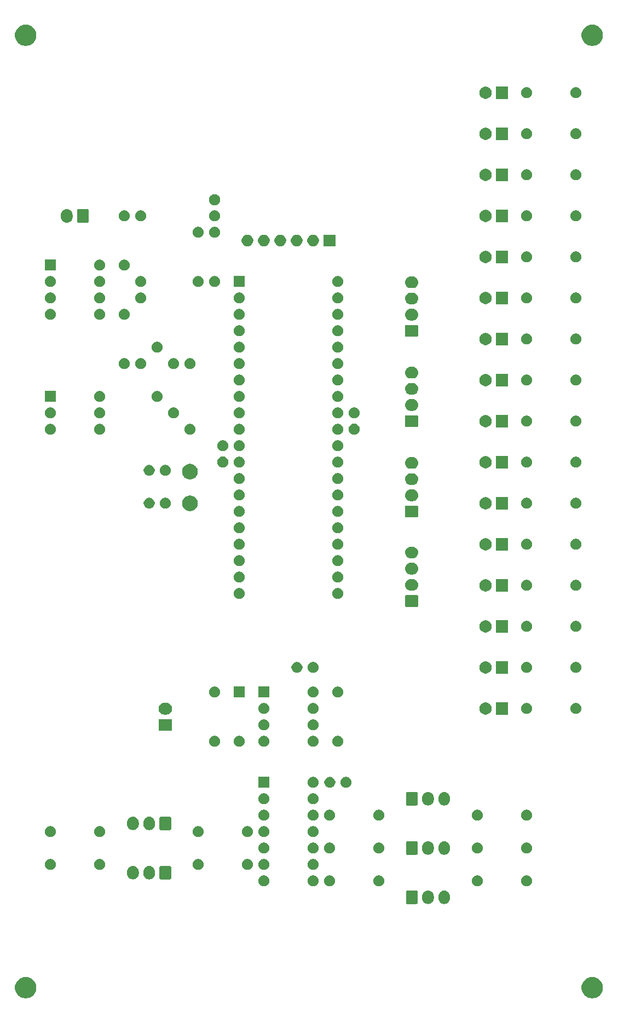
<source format=gbr>
G04 #@! TF.GenerationSoftware,KiCad,Pcbnew,(5.1.5)-3*
G04 #@! TF.CreationDate,2021-07-30T13:53:00+02:00*
G04 #@! TF.ProjectId,AnalogDrum_MIDI,416e616c-6f67-4447-9275-6d5f4d494449,rev?*
G04 #@! TF.SameCoordinates,Original*
G04 #@! TF.FileFunction,Soldermask,Bot*
G04 #@! TF.FilePolarity,Negative*
%FSLAX46Y46*%
G04 Gerber Fmt 4.6, Leading zero omitted, Abs format (unit mm)*
G04 Created by KiCad (PCBNEW (5.1.5)-3) date 2021-07-30 13:53:00*
%MOMM*%
%LPD*%
G04 APERTURE LIST*
%ADD10C,0.100000*%
G04 APERTURE END LIST*
D10*
G36*
X147695256Y-177461298D02*
G01*
X147801579Y-177482447D01*
X148102042Y-177606903D01*
X148372451Y-177787585D01*
X148602415Y-178017549D01*
X148783097Y-178287958D01*
X148907553Y-178588421D01*
X148971000Y-178907391D01*
X148971000Y-179232609D01*
X148907553Y-179551579D01*
X148783097Y-179852042D01*
X148602415Y-180122451D01*
X148372451Y-180352415D01*
X148102042Y-180533097D01*
X147801579Y-180657553D01*
X147695256Y-180678702D01*
X147482611Y-180721000D01*
X147157389Y-180721000D01*
X146944744Y-180678702D01*
X146838421Y-180657553D01*
X146537958Y-180533097D01*
X146267549Y-180352415D01*
X146037585Y-180122451D01*
X145856903Y-179852042D01*
X145732447Y-179551579D01*
X145669000Y-179232609D01*
X145669000Y-178907391D01*
X145732447Y-178588421D01*
X145856903Y-178287958D01*
X146037585Y-178017549D01*
X146267549Y-177787585D01*
X146537958Y-177606903D01*
X146838421Y-177482447D01*
X146944744Y-177461298D01*
X147157389Y-177419000D01*
X147482611Y-177419000D01*
X147695256Y-177461298D01*
G37*
G36*
X60065256Y-177461298D02*
G01*
X60171579Y-177482447D01*
X60472042Y-177606903D01*
X60742451Y-177787585D01*
X60972415Y-178017549D01*
X61153097Y-178287958D01*
X61277553Y-178588421D01*
X61341000Y-178907391D01*
X61341000Y-179232609D01*
X61277553Y-179551579D01*
X61153097Y-179852042D01*
X60972415Y-180122451D01*
X60742451Y-180352415D01*
X60472042Y-180533097D01*
X60171579Y-180657553D01*
X60065256Y-180678702D01*
X59852611Y-180721000D01*
X59527389Y-180721000D01*
X59314744Y-180678702D01*
X59208421Y-180657553D01*
X58907958Y-180533097D01*
X58637549Y-180352415D01*
X58407585Y-180122451D01*
X58226903Y-179852042D01*
X58102447Y-179551579D01*
X58039000Y-179232609D01*
X58039000Y-178907391D01*
X58102447Y-178588421D01*
X58226903Y-178287958D01*
X58407585Y-178017549D01*
X58637549Y-177787585D01*
X58907958Y-177606903D01*
X59208421Y-177482447D01*
X59314744Y-177461298D01*
X59527389Y-177419000D01*
X59852611Y-177419000D01*
X60065256Y-177461298D01*
G37*
G36*
X124596626Y-164087037D02*
G01*
X124766465Y-164138557D01*
X124766467Y-164138558D01*
X124922989Y-164222221D01*
X125060186Y-164334814D01*
X125143448Y-164436271D01*
X125172778Y-164472009D01*
X125256443Y-164628534D01*
X125307963Y-164798373D01*
X125321000Y-164930742D01*
X125321000Y-165269257D01*
X125307963Y-165401626D01*
X125256443Y-165571466D01*
X125172778Y-165727991D01*
X125143448Y-165763729D01*
X125060186Y-165865186D01*
X124965250Y-165943097D01*
X124922991Y-165977778D01*
X124766466Y-166061443D01*
X124596627Y-166112963D01*
X124420000Y-166130359D01*
X124243374Y-166112963D01*
X124073535Y-166061443D01*
X123917010Y-165977778D01*
X123779815Y-165865185D01*
X123667222Y-165727991D01*
X123583557Y-165571466D01*
X123532037Y-165401627D01*
X123519000Y-165269258D01*
X123519000Y-164930743D01*
X123532037Y-164798374D01*
X123583557Y-164628535D01*
X123667222Y-164472010D01*
X123667223Y-164472009D01*
X123779814Y-164334814D01*
X123881271Y-164251552D01*
X123917009Y-164222222D01*
X124073534Y-164138557D01*
X124243373Y-164087037D01*
X124420000Y-164069641D01*
X124596626Y-164087037D01*
G37*
G36*
X122096626Y-164087037D02*
G01*
X122266465Y-164138557D01*
X122266467Y-164138558D01*
X122422989Y-164222221D01*
X122560186Y-164334814D01*
X122643448Y-164436271D01*
X122672778Y-164472009D01*
X122756443Y-164628534D01*
X122807963Y-164798373D01*
X122821000Y-164930742D01*
X122821000Y-165269257D01*
X122807963Y-165401626D01*
X122756443Y-165571466D01*
X122672778Y-165727991D01*
X122643448Y-165763729D01*
X122560186Y-165865186D01*
X122465250Y-165943097D01*
X122422991Y-165977778D01*
X122266466Y-166061443D01*
X122096627Y-166112963D01*
X121920000Y-166130359D01*
X121743374Y-166112963D01*
X121573535Y-166061443D01*
X121417010Y-165977778D01*
X121279815Y-165865185D01*
X121167222Y-165727991D01*
X121083557Y-165571466D01*
X121032037Y-165401627D01*
X121019000Y-165269258D01*
X121019000Y-164930743D01*
X121032037Y-164798374D01*
X121083557Y-164628535D01*
X121167222Y-164472010D01*
X121167223Y-164472009D01*
X121279814Y-164334814D01*
X121381271Y-164251552D01*
X121417009Y-164222222D01*
X121573534Y-164138557D01*
X121743373Y-164087037D01*
X121920000Y-164069641D01*
X122096626Y-164087037D01*
G37*
G36*
X120178600Y-164077989D02*
G01*
X120211652Y-164088015D01*
X120242103Y-164104292D01*
X120268799Y-164126201D01*
X120290708Y-164152897D01*
X120306985Y-164183348D01*
X120317011Y-164216400D01*
X120321000Y-164256903D01*
X120321000Y-165943097D01*
X120317011Y-165983600D01*
X120306985Y-166016652D01*
X120290708Y-166047103D01*
X120268799Y-166073799D01*
X120242103Y-166095708D01*
X120211652Y-166111985D01*
X120178600Y-166122011D01*
X120138097Y-166126000D01*
X118701903Y-166126000D01*
X118661400Y-166122011D01*
X118628348Y-166111985D01*
X118597897Y-166095708D01*
X118571201Y-166073799D01*
X118549292Y-166047103D01*
X118533015Y-166016652D01*
X118522989Y-165983600D01*
X118519000Y-165943097D01*
X118519000Y-164256903D01*
X118522989Y-164216400D01*
X118533015Y-164183348D01*
X118549292Y-164152897D01*
X118571201Y-164126201D01*
X118597897Y-164104292D01*
X118628348Y-164088015D01*
X118661400Y-164077989D01*
X118701903Y-164074000D01*
X120138097Y-164074000D01*
X120178600Y-164077989D01*
G37*
G36*
X96768228Y-161741703D02*
G01*
X96923100Y-161805853D01*
X97062481Y-161898985D01*
X97181015Y-162017519D01*
X97274147Y-162156900D01*
X97338297Y-162311772D01*
X97371000Y-162476184D01*
X97371000Y-162643816D01*
X97338297Y-162808228D01*
X97274147Y-162963100D01*
X97181015Y-163102481D01*
X97062481Y-163221015D01*
X96923100Y-163314147D01*
X96768228Y-163378297D01*
X96603816Y-163411000D01*
X96436184Y-163411000D01*
X96271772Y-163378297D01*
X96116900Y-163314147D01*
X95977519Y-163221015D01*
X95858985Y-163102481D01*
X95765853Y-162963100D01*
X95701703Y-162808228D01*
X95669000Y-162643816D01*
X95669000Y-162476184D01*
X95701703Y-162311772D01*
X95765853Y-162156900D01*
X95858985Y-162017519D01*
X95977519Y-161898985D01*
X96116900Y-161805853D01*
X96271772Y-161741703D01*
X96436184Y-161709000D01*
X96603816Y-161709000D01*
X96768228Y-161741703D01*
G37*
G36*
X137408228Y-161741703D02*
G01*
X137563100Y-161805853D01*
X137702481Y-161898985D01*
X137821015Y-162017519D01*
X137914147Y-162156900D01*
X137978297Y-162311772D01*
X138011000Y-162476184D01*
X138011000Y-162643816D01*
X137978297Y-162808228D01*
X137914147Y-162963100D01*
X137821015Y-163102481D01*
X137702481Y-163221015D01*
X137563100Y-163314147D01*
X137408228Y-163378297D01*
X137243816Y-163411000D01*
X137076184Y-163411000D01*
X136911772Y-163378297D01*
X136756900Y-163314147D01*
X136617519Y-163221015D01*
X136498985Y-163102481D01*
X136405853Y-162963100D01*
X136341703Y-162808228D01*
X136309000Y-162643816D01*
X136309000Y-162476184D01*
X136341703Y-162311772D01*
X136405853Y-162156900D01*
X136498985Y-162017519D01*
X136617519Y-161898985D01*
X136756900Y-161805853D01*
X136911772Y-161741703D01*
X137076184Y-161709000D01*
X137243816Y-161709000D01*
X137408228Y-161741703D01*
G37*
G36*
X104388228Y-161741703D02*
G01*
X104543100Y-161805853D01*
X104682481Y-161898985D01*
X104801015Y-162017519D01*
X104894147Y-162156900D01*
X104958297Y-162311772D01*
X104991000Y-162476184D01*
X104991000Y-162643816D01*
X104958297Y-162808228D01*
X104894147Y-162963100D01*
X104801015Y-163102481D01*
X104682481Y-163221015D01*
X104543100Y-163314147D01*
X104388228Y-163378297D01*
X104223816Y-163411000D01*
X104056184Y-163411000D01*
X103891772Y-163378297D01*
X103736900Y-163314147D01*
X103597519Y-163221015D01*
X103478985Y-163102481D01*
X103385853Y-162963100D01*
X103321703Y-162808228D01*
X103289000Y-162643816D01*
X103289000Y-162476184D01*
X103321703Y-162311772D01*
X103385853Y-162156900D01*
X103478985Y-162017519D01*
X103597519Y-161898985D01*
X103736900Y-161805853D01*
X103891772Y-161741703D01*
X104056184Y-161709000D01*
X104223816Y-161709000D01*
X104388228Y-161741703D01*
G37*
G36*
X129788228Y-161741703D02*
G01*
X129943100Y-161805853D01*
X130082481Y-161898985D01*
X130201015Y-162017519D01*
X130294147Y-162156900D01*
X130358297Y-162311772D01*
X130391000Y-162476184D01*
X130391000Y-162643816D01*
X130358297Y-162808228D01*
X130294147Y-162963100D01*
X130201015Y-163102481D01*
X130082481Y-163221015D01*
X129943100Y-163314147D01*
X129788228Y-163378297D01*
X129623816Y-163411000D01*
X129456184Y-163411000D01*
X129291772Y-163378297D01*
X129136900Y-163314147D01*
X128997519Y-163221015D01*
X128878985Y-163102481D01*
X128785853Y-162963100D01*
X128721703Y-162808228D01*
X128689000Y-162643816D01*
X128689000Y-162476184D01*
X128721703Y-162311772D01*
X128785853Y-162156900D01*
X128878985Y-162017519D01*
X128997519Y-161898985D01*
X129136900Y-161805853D01*
X129291772Y-161741703D01*
X129456184Y-161709000D01*
X129623816Y-161709000D01*
X129788228Y-161741703D01*
G37*
G36*
X106928228Y-161741703D02*
G01*
X107083100Y-161805853D01*
X107222481Y-161898985D01*
X107341015Y-162017519D01*
X107434147Y-162156900D01*
X107498297Y-162311772D01*
X107531000Y-162476184D01*
X107531000Y-162643816D01*
X107498297Y-162808228D01*
X107434147Y-162963100D01*
X107341015Y-163102481D01*
X107222481Y-163221015D01*
X107083100Y-163314147D01*
X106928228Y-163378297D01*
X106763816Y-163411000D01*
X106596184Y-163411000D01*
X106431772Y-163378297D01*
X106276900Y-163314147D01*
X106137519Y-163221015D01*
X106018985Y-163102481D01*
X105925853Y-162963100D01*
X105861703Y-162808228D01*
X105829000Y-162643816D01*
X105829000Y-162476184D01*
X105861703Y-162311772D01*
X105925853Y-162156900D01*
X106018985Y-162017519D01*
X106137519Y-161898985D01*
X106276900Y-161805853D01*
X106431772Y-161741703D01*
X106596184Y-161709000D01*
X106763816Y-161709000D01*
X106928228Y-161741703D01*
G37*
G36*
X114548228Y-161741703D02*
G01*
X114703100Y-161805853D01*
X114842481Y-161898985D01*
X114961015Y-162017519D01*
X115054147Y-162156900D01*
X115118297Y-162311772D01*
X115151000Y-162476184D01*
X115151000Y-162643816D01*
X115118297Y-162808228D01*
X115054147Y-162963100D01*
X114961015Y-163102481D01*
X114842481Y-163221015D01*
X114703100Y-163314147D01*
X114548228Y-163378297D01*
X114383816Y-163411000D01*
X114216184Y-163411000D01*
X114051772Y-163378297D01*
X113896900Y-163314147D01*
X113757519Y-163221015D01*
X113638985Y-163102481D01*
X113545853Y-162963100D01*
X113481703Y-162808228D01*
X113449000Y-162643816D01*
X113449000Y-162476184D01*
X113481703Y-162311772D01*
X113545853Y-162156900D01*
X113638985Y-162017519D01*
X113757519Y-161898985D01*
X113896900Y-161805853D01*
X114051772Y-161741703D01*
X114216184Y-161709000D01*
X114383816Y-161709000D01*
X114548228Y-161741703D01*
G37*
G36*
X76456627Y-160277037D02*
G01*
X76626466Y-160328557D01*
X76782991Y-160412222D01*
X76818729Y-160441552D01*
X76920186Y-160524814D01*
X77003448Y-160626271D01*
X77032778Y-160662009D01*
X77116443Y-160818534D01*
X77167963Y-160988374D01*
X77181000Y-161120743D01*
X77181000Y-161459258D01*
X77167963Y-161591627D01*
X77132358Y-161709000D01*
X77116442Y-161761468D01*
X77074610Y-161839729D01*
X77032778Y-161917991D01*
X77003448Y-161953729D01*
X76920186Y-162055186D01*
X76782989Y-162167779D01*
X76626467Y-162251442D01*
X76626465Y-162251443D01*
X76456626Y-162302963D01*
X76280000Y-162320359D01*
X76103373Y-162302963D01*
X75933534Y-162251443D01*
X75777009Y-162167778D01*
X75734750Y-162133097D01*
X75639814Y-162055186D01*
X75527221Y-161917989D01*
X75443558Y-161761467D01*
X75437563Y-161741705D01*
X75392037Y-161591626D01*
X75379000Y-161459257D01*
X75379000Y-161120742D01*
X75392037Y-160988373D01*
X75443557Y-160818534D01*
X75467283Y-160774147D01*
X75527221Y-160662011D01*
X75527222Y-160662009D01*
X75639815Y-160524815D01*
X75777010Y-160412222D01*
X75933535Y-160328557D01*
X76103374Y-160277037D01*
X76280000Y-160259641D01*
X76456627Y-160277037D01*
G37*
G36*
X78956627Y-160277037D02*
G01*
X79126466Y-160328557D01*
X79282991Y-160412222D01*
X79318729Y-160441552D01*
X79420186Y-160524814D01*
X79503448Y-160626271D01*
X79532778Y-160662009D01*
X79616443Y-160818534D01*
X79667963Y-160988374D01*
X79681000Y-161120743D01*
X79681000Y-161459258D01*
X79667963Y-161591627D01*
X79632358Y-161709000D01*
X79616442Y-161761468D01*
X79574610Y-161839729D01*
X79532778Y-161917991D01*
X79503448Y-161953729D01*
X79420186Y-162055186D01*
X79282989Y-162167779D01*
X79126467Y-162251442D01*
X79126465Y-162251443D01*
X78956626Y-162302963D01*
X78780000Y-162320359D01*
X78603373Y-162302963D01*
X78433534Y-162251443D01*
X78277009Y-162167778D01*
X78234750Y-162133097D01*
X78139814Y-162055186D01*
X78027221Y-161917989D01*
X77943558Y-161761467D01*
X77937563Y-161741705D01*
X77892037Y-161591626D01*
X77879000Y-161459257D01*
X77879000Y-161120742D01*
X77892037Y-160988373D01*
X77943557Y-160818534D01*
X77967283Y-160774147D01*
X78027221Y-160662011D01*
X78027222Y-160662009D01*
X78139815Y-160524815D01*
X78277010Y-160412222D01*
X78433535Y-160328557D01*
X78603374Y-160277037D01*
X78780000Y-160259641D01*
X78956627Y-160277037D01*
G37*
G36*
X82038600Y-160267989D02*
G01*
X82071652Y-160278015D01*
X82102103Y-160294292D01*
X82128799Y-160316201D01*
X82150708Y-160342897D01*
X82166985Y-160373348D01*
X82177011Y-160406400D01*
X82181000Y-160446903D01*
X82181000Y-162133097D01*
X82177011Y-162173600D01*
X82166985Y-162206652D01*
X82150708Y-162237103D01*
X82128799Y-162263799D01*
X82102103Y-162285708D01*
X82071652Y-162301985D01*
X82038600Y-162312011D01*
X81998097Y-162316000D01*
X80561903Y-162316000D01*
X80521400Y-162312011D01*
X80488348Y-162301985D01*
X80457897Y-162285708D01*
X80431201Y-162263799D01*
X80409292Y-162237103D01*
X80393015Y-162206652D01*
X80382989Y-162173600D01*
X80379000Y-162133097D01*
X80379000Y-160446903D01*
X80382989Y-160406400D01*
X80393015Y-160373348D01*
X80409292Y-160342897D01*
X80431201Y-160316201D01*
X80457897Y-160294292D01*
X80488348Y-160278015D01*
X80521400Y-160267989D01*
X80561903Y-160264000D01*
X81998097Y-160264000D01*
X82038600Y-160267989D01*
G37*
G36*
X94228228Y-159201703D02*
G01*
X94383100Y-159265853D01*
X94522481Y-159358985D01*
X94641015Y-159477519D01*
X94734147Y-159616900D01*
X94798297Y-159771772D01*
X94831000Y-159936184D01*
X94831000Y-160103816D01*
X94798297Y-160268228D01*
X94734147Y-160423100D01*
X94641015Y-160562481D01*
X94522481Y-160681015D01*
X94383100Y-160774147D01*
X94228228Y-160838297D01*
X94063816Y-160871000D01*
X93896184Y-160871000D01*
X93731772Y-160838297D01*
X93576900Y-160774147D01*
X93437519Y-160681015D01*
X93318985Y-160562481D01*
X93225853Y-160423100D01*
X93161703Y-160268228D01*
X93129000Y-160103816D01*
X93129000Y-159936184D01*
X93161703Y-159771772D01*
X93225853Y-159616900D01*
X93318985Y-159477519D01*
X93437519Y-159358985D01*
X93576900Y-159265853D01*
X93731772Y-159201703D01*
X93896184Y-159169000D01*
X94063816Y-159169000D01*
X94228228Y-159201703D01*
G37*
G36*
X86608228Y-159201703D02*
G01*
X86763100Y-159265853D01*
X86902481Y-159358985D01*
X87021015Y-159477519D01*
X87114147Y-159616900D01*
X87178297Y-159771772D01*
X87211000Y-159936184D01*
X87211000Y-160103816D01*
X87178297Y-160268228D01*
X87114147Y-160423100D01*
X87021015Y-160562481D01*
X86902481Y-160681015D01*
X86763100Y-160774147D01*
X86608228Y-160838297D01*
X86443816Y-160871000D01*
X86276184Y-160871000D01*
X86111772Y-160838297D01*
X85956900Y-160774147D01*
X85817519Y-160681015D01*
X85698985Y-160562481D01*
X85605853Y-160423100D01*
X85541703Y-160268228D01*
X85509000Y-160103816D01*
X85509000Y-159936184D01*
X85541703Y-159771772D01*
X85605853Y-159616900D01*
X85698985Y-159477519D01*
X85817519Y-159358985D01*
X85956900Y-159265853D01*
X86111772Y-159201703D01*
X86276184Y-159169000D01*
X86443816Y-159169000D01*
X86608228Y-159201703D01*
G37*
G36*
X104388228Y-159201703D02*
G01*
X104543100Y-159265853D01*
X104682481Y-159358985D01*
X104801015Y-159477519D01*
X104894147Y-159616900D01*
X104958297Y-159771772D01*
X104991000Y-159936184D01*
X104991000Y-160103816D01*
X104958297Y-160268228D01*
X104894147Y-160423100D01*
X104801015Y-160562481D01*
X104682481Y-160681015D01*
X104543100Y-160774147D01*
X104388228Y-160838297D01*
X104223816Y-160871000D01*
X104056184Y-160871000D01*
X103891772Y-160838297D01*
X103736900Y-160774147D01*
X103597519Y-160681015D01*
X103478985Y-160562481D01*
X103385853Y-160423100D01*
X103321703Y-160268228D01*
X103289000Y-160103816D01*
X103289000Y-159936184D01*
X103321703Y-159771772D01*
X103385853Y-159616900D01*
X103478985Y-159477519D01*
X103597519Y-159358985D01*
X103736900Y-159265853D01*
X103891772Y-159201703D01*
X104056184Y-159169000D01*
X104223816Y-159169000D01*
X104388228Y-159201703D01*
G37*
G36*
X96768228Y-159201703D02*
G01*
X96923100Y-159265853D01*
X97062481Y-159358985D01*
X97181015Y-159477519D01*
X97274147Y-159616900D01*
X97338297Y-159771772D01*
X97371000Y-159936184D01*
X97371000Y-160103816D01*
X97338297Y-160268228D01*
X97274147Y-160423100D01*
X97181015Y-160562481D01*
X97062481Y-160681015D01*
X96923100Y-160774147D01*
X96768228Y-160838297D01*
X96603816Y-160871000D01*
X96436184Y-160871000D01*
X96271772Y-160838297D01*
X96116900Y-160774147D01*
X95977519Y-160681015D01*
X95858985Y-160562481D01*
X95765853Y-160423100D01*
X95701703Y-160268228D01*
X95669000Y-160103816D01*
X95669000Y-159936184D01*
X95701703Y-159771772D01*
X95765853Y-159616900D01*
X95858985Y-159477519D01*
X95977519Y-159358985D01*
X96116900Y-159265853D01*
X96271772Y-159201703D01*
X96436184Y-159169000D01*
X96603816Y-159169000D01*
X96768228Y-159201703D01*
G37*
G36*
X71368228Y-159201703D02*
G01*
X71523100Y-159265853D01*
X71662481Y-159358985D01*
X71781015Y-159477519D01*
X71874147Y-159616900D01*
X71938297Y-159771772D01*
X71971000Y-159936184D01*
X71971000Y-160103816D01*
X71938297Y-160268228D01*
X71874147Y-160423100D01*
X71781015Y-160562481D01*
X71662481Y-160681015D01*
X71523100Y-160774147D01*
X71368228Y-160838297D01*
X71203816Y-160871000D01*
X71036184Y-160871000D01*
X70871772Y-160838297D01*
X70716900Y-160774147D01*
X70577519Y-160681015D01*
X70458985Y-160562481D01*
X70365853Y-160423100D01*
X70301703Y-160268228D01*
X70269000Y-160103816D01*
X70269000Y-159936184D01*
X70301703Y-159771772D01*
X70365853Y-159616900D01*
X70458985Y-159477519D01*
X70577519Y-159358985D01*
X70716900Y-159265853D01*
X70871772Y-159201703D01*
X71036184Y-159169000D01*
X71203816Y-159169000D01*
X71368228Y-159201703D01*
G37*
G36*
X63748228Y-159201703D02*
G01*
X63903100Y-159265853D01*
X64042481Y-159358985D01*
X64161015Y-159477519D01*
X64254147Y-159616900D01*
X64318297Y-159771772D01*
X64351000Y-159936184D01*
X64351000Y-160103816D01*
X64318297Y-160268228D01*
X64254147Y-160423100D01*
X64161015Y-160562481D01*
X64042481Y-160681015D01*
X63903100Y-160774147D01*
X63748228Y-160838297D01*
X63583816Y-160871000D01*
X63416184Y-160871000D01*
X63251772Y-160838297D01*
X63096900Y-160774147D01*
X62957519Y-160681015D01*
X62838985Y-160562481D01*
X62745853Y-160423100D01*
X62681703Y-160268228D01*
X62649000Y-160103816D01*
X62649000Y-159936184D01*
X62681703Y-159771772D01*
X62745853Y-159616900D01*
X62838985Y-159477519D01*
X62957519Y-159358985D01*
X63096900Y-159265853D01*
X63251772Y-159201703D01*
X63416184Y-159169000D01*
X63583816Y-159169000D01*
X63748228Y-159201703D01*
G37*
G36*
X124596626Y-156467037D02*
G01*
X124766465Y-156518557D01*
X124766467Y-156518558D01*
X124922989Y-156602221D01*
X125060186Y-156714814D01*
X125143448Y-156816271D01*
X125172778Y-156852009D01*
X125256443Y-157008534D01*
X125307963Y-157178373D01*
X125321000Y-157310742D01*
X125321000Y-157649257D01*
X125307963Y-157781626D01*
X125256443Y-157951466D01*
X125172778Y-158107991D01*
X125145676Y-158141015D01*
X125060186Y-158245186D01*
X124965250Y-158323097D01*
X124922991Y-158357778D01*
X124766466Y-158441443D01*
X124596627Y-158492963D01*
X124420000Y-158510359D01*
X124243374Y-158492963D01*
X124073535Y-158441443D01*
X123917010Y-158357778D01*
X123779815Y-158245185D01*
X123667222Y-158107991D01*
X123583557Y-157951466D01*
X123532037Y-157781627D01*
X123519000Y-157649258D01*
X123519000Y-157310743D01*
X123532037Y-157178374D01*
X123583557Y-157008535D01*
X123583559Y-157008532D01*
X123667221Y-156852011D01*
X123779814Y-156714814D01*
X123884380Y-156629000D01*
X123917009Y-156602222D01*
X124073534Y-156518557D01*
X124243373Y-156467037D01*
X124420000Y-156449641D01*
X124596626Y-156467037D01*
G37*
G36*
X122096626Y-156467037D02*
G01*
X122266465Y-156518557D01*
X122266467Y-156518558D01*
X122422989Y-156602221D01*
X122560186Y-156714814D01*
X122643448Y-156816271D01*
X122672778Y-156852009D01*
X122756443Y-157008534D01*
X122807963Y-157178373D01*
X122821000Y-157310742D01*
X122821000Y-157649257D01*
X122807963Y-157781626D01*
X122756443Y-157951466D01*
X122672778Y-158107991D01*
X122645676Y-158141015D01*
X122560186Y-158245186D01*
X122465250Y-158323097D01*
X122422991Y-158357778D01*
X122266466Y-158441443D01*
X122096627Y-158492963D01*
X121920000Y-158510359D01*
X121743374Y-158492963D01*
X121573535Y-158441443D01*
X121417010Y-158357778D01*
X121279815Y-158245185D01*
X121167222Y-158107991D01*
X121083557Y-157951466D01*
X121032037Y-157781627D01*
X121019000Y-157649258D01*
X121019000Y-157310743D01*
X121032037Y-157178374D01*
X121083557Y-157008535D01*
X121083559Y-157008532D01*
X121167221Y-156852011D01*
X121279814Y-156714814D01*
X121384380Y-156629000D01*
X121417009Y-156602222D01*
X121573534Y-156518557D01*
X121743373Y-156467037D01*
X121920000Y-156449641D01*
X122096626Y-156467037D01*
G37*
G36*
X120178600Y-156457989D02*
G01*
X120211652Y-156468015D01*
X120242103Y-156484292D01*
X120268799Y-156506201D01*
X120290708Y-156532897D01*
X120306985Y-156563348D01*
X120317011Y-156596400D01*
X120321000Y-156636903D01*
X120321000Y-158323097D01*
X120317011Y-158363600D01*
X120306985Y-158396652D01*
X120290708Y-158427103D01*
X120268799Y-158453799D01*
X120242103Y-158475708D01*
X120211652Y-158491985D01*
X120178600Y-158502011D01*
X120138097Y-158506000D01*
X118701903Y-158506000D01*
X118661400Y-158502011D01*
X118628348Y-158491985D01*
X118597897Y-158475708D01*
X118571201Y-158453799D01*
X118549292Y-158427103D01*
X118533015Y-158396652D01*
X118522989Y-158363600D01*
X118519000Y-158323097D01*
X118519000Y-156636903D01*
X118522989Y-156596400D01*
X118533015Y-156563348D01*
X118549292Y-156532897D01*
X118571201Y-156506201D01*
X118597897Y-156484292D01*
X118628348Y-156468015D01*
X118661400Y-156457989D01*
X118701903Y-156454000D01*
X120138097Y-156454000D01*
X120178600Y-156457989D01*
G37*
G36*
X106928228Y-156661703D02*
G01*
X107083100Y-156725853D01*
X107222481Y-156818985D01*
X107341015Y-156937519D01*
X107434147Y-157076900D01*
X107498297Y-157231772D01*
X107531000Y-157396184D01*
X107531000Y-157563816D01*
X107498297Y-157728228D01*
X107434147Y-157883100D01*
X107341015Y-158022481D01*
X107222481Y-158141015D01*
X107083100Y-158234147D01*
X106928228Y-158298297D01*
X106763816Y-158331000D01*
X106596184Y-158331000D01*
X106431772Y-158298297D01*
X106276900Y-158234147D01*
X106137519Y-158141015D01*
X106018985Y-158022481D01*
X105925853Y-157883100D01*
X105861703Y-157728228D01*
X105829000Y-157563816D01*
X105829000Y-157396184D01*
X105861703Y-157231772D01*
X105925853Y-157076900D01*
X106018985Y-156937519D01*
X106137519Y-156818985D01*
X106276900Y-156725853D01*
X106431772Y-156661703D01*
X106596184Y-156629000D01*
X106763816Y-156629000D01*
X106928228Y-156661703D01*
G37*
G36*
X114548228Y-156661703D02*
G01*
X114703100Y-156725853D01*
X114842481Y-156818985D01*
X114961015Y-156937519D01*
X115054147Y-157076900D01*
X115118297Y-157231772D01*
X115151000Y-157396184D01*
X115151000Y-157563816D01*
X115118297Y-157728228D01*
X115054147Y-157883100D01*
X114961015Y-158022481D01*
X114842481Y-158141015D01*
X114703100Y-158234147D01*
X114548228Y-158298297D01*
X114383816Y-158331000D01*
X114216184Y-158331000D01*
X114051772Y-158298297D01*
X113896900Y-158234147D01*
X113757519Y-158141015D01*
X113638985Y-158022481D01*
X113545853Y-157883100D01*
X113481703Y-157728228D01*
X113449000Y-157563816D01*
X113449000Y-157396184D01*
X113481703Y-157231772D01*
X113545853Y-157076900D01*
X113638985Y-156937519D01*
X113757519Y-156818985D01*
X113896900Y-156725853D01*
X114051772Y-156661703D01*
X114216184Y-156629000D01*
X114383816Y-156629000D01*
X114548228Y-156661703D01*
G37*
G36*
X129788228Y-156661703D02*
G01*
X129943100Y-156725853D01*
X130082481Y-156818985D01*
X130201015Y-156937519D01*
X130294147Y-157076900D01*
X130358297Y-157231772D01*
X130391000Y-157396184D01*
X130391000Y-157563816D01*
X130358297Y-157728228D01*
X130294147Y-157883100D01*
X130201015Y-158022481D01*
X130082481Y-158141015D01*
X129943100Y-158234147D01*
X129788228Y-158298297D01*
X129623816Y-158331000D01*
X129456184Y-158331000D01*
X129291772Y-158298297D01*
X129136900Y-158234147D01*
X128997519Y-158141015D01*
X128878985Y-158022481D01*
X128785853Y-157883100D01*
X128721703Y-157728228D01*
X128689000Y-157563816D01*
X128689000Y-157396184D01*
X128721703Y-157231772D01*
X128785853Y-157076900D01*
X128878985Y-156937519D01*
X128997519Y-156818985D01*
X129136900Y-156725853D01*
X129291772Y-156661703D01*
X129456184Y-156629000D01*
X129623816Y-156629000D01*
X129788228Y-156661703D01*
G37*
G36*
X104388228Y-156661703D02*
G01*
X104543100Y-156725853D01*
X104682481Y-156818985D01*
X104801015Y-156937519D01*
X104894147Y-157076900D01*
X104958297Y-157231772D01*
X104991000Y-157396184D01*
X104991000Y-157563816D01*
X104958297Y-157728228D01*
X104894147Y-157883100D01*
X104801015Y-158022481D01*
X104682481Y-158141015D01*
X104543100Y-158234147D01*
X104388228Y-158298297D01*
X104223816Y-158331000D01*
X104056184Y-158331000D01*
X103891772Y-158298297D01*
X103736900Y-158234147D01*
X103597519Y-158141015D01*
X103478985Y-158022481D01*
X103385853Y-157883100D01*
X103321703Y-157728228D01*
X103289000Y-157563816D01*
X103289000Y-157396184D01*
X103321703Y-157231772D01*
X103385853Y-157076900D01*
X103478985Y-156937519D01*
X103597519Y-156818985D01*
X103736900Y-156725853D01*
X103891772Y-156661703D01*
X104056184Y-156629000D01*
X104223816Y-156629000D01*
X104388228Y-156661703D01*
G37*
G36*
X137408228Y-156661703D02*
G01*
X137563100Y-156725853D01*
X137702481Y-156818985D01*
X137821015Y-156937519D01*
X137914147Y-157076900D01*
X137978297Y-157231772D01*
X138011000Y-157396184D01*
X138011000Y-157563816D01*
X137978297Y-157728228D01*
X137914147Y-157883100D01*
X137821015Y-158022481D01*
X137702481Y-158141015D01*
X137563100Y-158234147D01*
X137408228Y-158298297D01*
X137243816Y-158331000D01*
X137076184Y-158331000D01*
X136911772Y-158298297D01*
X136756900Y-158234147D01*
X136617519Y-158141015D01*
X136498985Y-158022481D01*
X136405853Y-157883100D01*
X136341703Y-157728228D01*
X136309000Y-157563816D01*
X136309000Y-157396184D01*
X136341703Y-157231772D01*
X136405853Y-157076900D01*
X136498985Y-156937519D01*
X136617519Y-156818985D01*
X136756900Y-156725853D01*
X136911772Y-156661703D01*
X137076184Y-156629000D01*
X137243816Y-156629000D01*
X137408228Y-156661703D01*
G37*
G36*
X96768228Y-156661703D02*
G01*
X96923100Y-156725853D01*
X97062481Y-156818985D01*
X97181015Y-156937519D01*
X97274147Y-157076900D01*
X97338297Y-157231772D01*
X97371000Y-157396184D01*
X97371000Y-157563816D01*
X97338297Y-157728228D01*
X97274147Y-157883100D01*
X97181015Y-158022481D01*
X97062481Y-158141015D01*
X96923100Y-158234147D01*
X96768228Y-158298297D01*
X96603816Y-158331000D01*
X96436184Y-158331000D01*
X96271772Y-158298297D01*
X96116900Y-158234147D01*
X95977519Y-158141015D01*
X95858985Y-158022481D01*
X95765853Y-157883100D01*
X95701703Y-157728228D01*
X95669000Y-157563816D01*
X95669000Y-157396184D01*
X95701703Y-157231772D01*
X95765853Y-157076900D01*
X95858985Y-156937519D01*
X95977519Y-156818985D01*
X96116900Y-156725853D01*
X96271772Y-156661703D01*
X96436184Y-156629000D01*
X96603816Y-156629000D01*
X96768228Y-156661703D01*
G37*
G36*
X104388228Y-154121703D02*
G01*
X104543100Y-154185853D01*
X104682481Y-154278985D01*
X104801015Y-154397519D01*
X104894147Y-154536900D01*
X104958297Y-154691772D01*
X104991000Y-154856184D01*
X104991000Y-155023816D01*
X104958297Y-155188228D01*
X104894147Y-155343100D01*
X104801015Y-155482481D01*
X104682481Y-155601015D01*
X104543100Y-155694147D01*
X104388228Y-155758297D01*
X104223816Y-155791000D01*
X104056184Y-155791000D01*
X103891772Y-155758297D01*
X103736900Y-155694147D01*
X103597519Y-155601015D01*
X103478985Y-155482481D01*
X103385853Y-155343100D01*
X103321703Y-155188228D01*
X103289000Y-155023816D01*
X103289000Y-154856184D01*
X103321703Y-154691772D01*
X103385853Y-154536900D01*
X103478985Y-154397519D01*
X103597519Y-154278985D01*
X103736900Y-154185853D01*
X103891772Y-154121703D01*
X104056184Y-154089000D01*
X104223816Y-154089000D01*
X104388228Y-154121703D01*
G37*
G36*
X96768228Y-154121703D02*
G01*
X96923100Y-154185853D01*
X97062481Y-154278985D01*
X97181015Y-154397519D01*
X97274147Y-154536900D01*
X97338297Y-154691772D01*
X97371000Y-154856184D01*
X97371000Y-155023816D01*
X97338297Y-155188228D01*
X97274147Y-155343100D01*
X97181015Y-155482481D01*
X97062481Y-155601015D01*
X96923100Y-155694147D01*
X96768228Y-155758297D01*
X96603816Y-155791000D01*
X96436184Y-155791000D01*
X96271772Y-155758297D01*
X96116900Y-155694147D01*
X95977519Y-155601015D01*
X95858985Y-155482481D01*
X95765853Y-155343100D01*
X95701703Y-155188228D01*
X95669000Y-155023816D01*
X95669000Y-154856184D01*
X95701703Y-154691772D01*
X95765853Y-154536900D01*
X95858985Y-154397519D01*
X95977519Y-154278985D01*
X96116900Y-154185853D01*
X96271772Y-154121703D01*
X96436184Y-154089000D01*
X96603816Y-154089000D01*
X96768228Y-154121703D01*
G37*
G36*
X86608228Y-154121703D02*
G01*
X86763100Y-154185853D01*
X86902481Y-154278985D01*
X87021015Y-154397519D01*
X87114147Y-154536900D01*
X87178297Y-154691772D01*
X87211000Y-154856184D01*
X87211000Y-155023816D01*
X87178297Y-155188228D01*
X87114147Y-155343100D01*
X87021015Y-155482481D01*
X86902481Y-155601015D01*
X86763100Y-155694147D01*
X86608228Y-155758297D01*
X86443816Y-155791000D01*
X86276184Y-155791000D01*
X86111772Y-155758297D01*
X85956900Y-155694147D01*
X85817519Y-155601015D01*
X85698985Y-155482481D01*
X85605853Y-155343100D01*
X85541703Y-155188228D01*
X85509000Y-155023816D01*
X85509000Y-154856184D01*
X85541703Y-154691772D01*
X85605853Y-154536900D01*
X85698985Y-154397519D01*
X85817519Y-154278985D01*
X85956900Y-154185853D01*
X86111772Y-154121703D01*
X86276184Y-154089000D01*
X86443816Y-154089000D01*
X86608228Y-154121703D01*
G37*
G36*
X63748228Y-154121703D02*
G01*
X63903100Y-154185853D01*
X64042481Y-154278985D01*
X64161015Y-154397519D01*
X64254147Y-154536900D01*
X64318297Y-154691772D01*
X64351000Y-154856184D01*
X64351000Y-155023816D01*
X64318297Y-155188228D01*
X64254147Y-155343100D01*
X64161015Y-155482481D01*
X64042481Y-155601015D01*
X63903100Y-155694147D01*
X63748228Y-155758297D01*
X63583816Y-155791000D01*
X63416184Y-155791000D01*
X63251772Y-155758297D01*
X63096900Y-155694147D01*
X62957519Y-155601015D01*
X62838985Y-155482481D01*
X62745853Y-155343100D01*
X62681703Y-155188228D01*
X62649000Y-155023816D01*
X62649000Y-154856184D01*
X62681703Y-154691772D01*
X62745853Y-154536900D01*
X62838985Y-154397519D01*
X62957519Y-154278985D01*
X63096900Y-154185853D01*
X63251772Y-154121703D01*
X63416184Y-154089000D01*
X63583816Y-154089000D01*
X63748228Y-154121703D01*
G37*
G36*
X71368228Y-154121703D02*
G01*
X71523100Y-154185853D01*
X71662481Y-154278985D01*
X71781015Y-154397519D01*
X71874147Y-154536900D01*
X71938297Y-154691772D01*
X71971000Y-154856184D01*
X71971000Y-155023816D01*
X71938297Y-155188228D01*
X71874147Y-155343100D01*
X71781015Y-155482481D01*
X71662481Y-155601015D01*
X71523100Y-155694147D01*
X71368228Y-155758297D01*
X71203816Y-155791000D01*
X71036184Y-155791000D01*
X70871772Y-155758297D01*
X70716900Y-155694147D01*
X70577519Y-155601015D01*
X70458985Y-155482481D01*
X70365853Y-155343100D01*
X70301703Y-155188228D01*
X70269000Y-155023816D01*
X70269000Y-154856184D01*
X70301703Y-154691772D01*
X70365853Y-154536900D01*
X70458985Y-154397519D01*
X70577519Y-154278985D01*
X70716900Y-154185853D01*
X70871772Y-154121703D01*
X71036184Y-154089000D01*
X71203816Y-154089000D01*
X71368228Y-154121703D01*
G37*
G36*
X94228228Y-154121703D02*
G01*
X94383100Y-154185853D01*
X94522481Y-154278985D01*
X94641015Y-154397519D01*
X94734147Y-154536900D01*
X94798297Y-154691772D01*
X94831000Y-154856184D01*
X94831000Y-155023816D01*
X94798297Y-155188228D01*
X94734147Y-155343100D01*
X94641015Y-155482481D01*
X94522481Y-155601015D01*
X94383100Y-155694147D01*
X94228228Y-155758297D01*
X94063816Y-155791000D01*
X93896184Y-155791000D01*
X93731772Y-155758297D01*
X93576900Y-155694147D01*
X93437519Y-155601015D01*
X93318985Y-155482481D01*
X93225853Y-155343100D01*
X93161703Y-155188228D01*
X93129000Y-155023816D01*
X93129000Y-154856184D01*
X93161703Y-154691772D01*
X93225853Y-154536900D01*
X93318985Y-154397519D01*
X93437519Y-154278985D01*
X93576900Y-154185853D01*
X93731772Y-154121703D01*
X93896184Y-154089000D01*
X94063816Y-154089000D01*
X94228228Y-154121703D01*
G37*
G36*
X78956627Y-152657037D02*
G01*
X79126466Y-152708557D01*
X79282991Y-152792222D01*
X79318729Y-152821552D01*
X79420186Y-152904814D01*
X79503448Y-153006271D01*
X79532778Y-153042009D01*
X79616443Y-153198534D01*
X79667963Y-153368374D01*
X79681000Y-153500743D01*
X79681000Y-153839258D01*
X79667963Y-153971627D01*
X79632358Y-154089000D01*
X79616442Y-154141468D01*
X79574611Y-154219728D01*
X79532778Y-154297991D01*
X79503448Y-154333729D01*
X79420186Y-154435186D01*
X79282989Y-154547779D01*
X79126467Y-154631442D01*
X79126465Y-154631443D01*
X78956626Y-154682963D01*
X78780000Y-154700359D01*
X78603373Y-154682963D01*
X78433534Y-154631443D01*
X78277009Y-154547778D01*
X78234750Y-154513097D01*
X78139814Y-154435186D01*
X78027221Y-154297989D01*
X77943558Y-154141467D01*
X77937563Y-154121705D01*
X77892037Y-153971626D01*
X77879000Y-153839257D01*
X77879000Y-153500742D01*
X77892037Y-153368373D01*
X77943557Y-153198534D01*
X77967283Y-153154147D01*
X78027221Y-153042011D01*
X78027222Y-153042009D01*
X78139815Y-152904815D01*
X78277010Y-152792222D01*
X78433535Y-152708557D01*
X78603374Y-152657037D01*
X78780000Y-152639641D01*
X78956627Y-152657037D01*
G37*
G36*
X76456627Y-152657037D02*
G01*
X76626466Y-152708557D01*
X76782991Y-152792222D01*
X76818729Y-152821552D01*
X76920186Y-152904814D01*
X77003448Y-153006271D01*
X77032778Y-153042009D01*
X77116443Y-153198534D01*
X77167963Y-153368374D01*
X77181000Y-153500743D01*
X77181000Y-153839258D01*
X77167963Y-153971627D01*
X77132358Y-154089000D01*
X77116442Y-154141468D01*
X77074611Y-154219728D01*
X77032778Y-154297991D01*
X77003448Y-154333729D01*
X76920186Y-154435186D01*
X76782989Y-154547779D01*
X76626467Y-154631442D01*
X76626465Y-154631443D01*
X76456626Y-154682963D01*
X76280000Y-154700359D01*
X76103373Y-154682963D01*
X75933534Y-154631443D01*
X75777009Y-154547778D01*
X75734750Y-154513097D01*
X75639814Y-154435186D01*
X75527221Y-154297989D01*
X75443558Y-154141467D01*
X75437563Y-154121705D01*
X75392037Y-153971626D01*
X75379000Y-153839257D01*
X75379000Y-153500742D01*
X75392037Y-153368373D01*
X75443557Y-153198534D01*
X75467283Y-153154147D01*
X75527221Y-153042011D01*
X75527222Y-153042009D01*
X75639815Y-152904815D01*
X75777010Y-152792222D01*
X75933535Y-152708557D01*
X76103374Y-152657037D01*
X76280000Y-152639641D01*
X76456627Y-152657037D01*
G37*
G36*
X82038600Y-152647989D02*
G01*
X82071652Y-152658015D01*
X82102103Y-152674292D01*
X82128799Y-152696201D01*
X82150708Y-152722897D01*
X82166985Y-152753348D01*
X82177011Y-152786400D01*
X82181000Y-152826903D01*
X82181000Y-154513097D01*
X82177011Y-154553600D01*
X82166985Y-154586652D01*
X82150708Y-154617103D01*
X82128799Y-154643799D01*
X82102103Y-154665708D01*
X82071652Y-154681985D01*
X82038600Y-154692011D01*
X81998097Y-154696000D01*
X80561903Y-154696000D01*
X80521400Y-154692011D01*
X80488348Y-154681985D01*
X80457897Y-154665708D01*
X80431201Y-154643799D01*
X80409292Y-154617103D01*
X80393015Y-154586652D01*
X80382989Y-154553600D01*
X80379000Y-154513097D01*
X80379000Y-152826903D01*
X80382989Y-152786400D01*
X80393015Y-152753348D01*
X80409292Y-152722897D01*
X80431201Y-152696201D01*
X80457897Y-152674292D01*
X80488348Y-152658015D01*
X80521400Y-152647989D01*
X80561903Y-152644000D01*
X81998097Y-152644000D01*
X82038600Y-152647989D01*
G37*
G36*
X106928228Y-151581703D02*
G01*
X107083100Y-151645853D01*
X107222481Y-151738985D01*
X107341015Y-151857519D01*
X107434147Y-151996900D01*
X107498297Y-152151772D01*
X107531000Y-152316184D01*
X107531000Y-152483816D01*
X107498297Y-152648228D01*
X107434147Y-152803100D01*
X107341015Y-152942481D01*
X107222481Y-153061015D01*
X107083100Y-153154147D01*
X106928228Y-153218297D01*
X106763816Y-153251000D01*
X106596184Y-153251000D01*
X106431772Y-153218297D01*
X106276900Y-153154147D01*
X106137519Y-153061015D01*
X106018985Y-152942481D01*
X105925853Y-152803100D01*
X105861703Y-152648228D01*
X105829000Y-152483816D01*
X105829000Y-152316184D01*
X105861703Y-152151772D01*
X105925853Y-151996900D01*
X106018985Y-151857519D01*
X106137519Y-151738985D01*
X106276900Y-151645853D01*
X106431772Y-151581703D01*
X106596184Y-151549000D01*
X106763816Y-151549000D01*
X106928228Y-151581703D01*
G37*
G36*
X137408228Y-151581703D02*
G01*
X137563100Y-151645853D01*
X137702481Y-151738985D01*
X137821015Y-151857519D01*
X137914147Y-151996900D01*
X137978297Y-152151772D01*
X138011000Y-152316184D01*
X138011000Y-152483816D01*
X137978297Y-152648228D01*
X137914147Y-152803100D01*
X137821015Y-152942481D01*
X137702481Y-153061015D01*
X137563100Y-153154147D01*
X137408228Y-153218297D01*
X137243816Y-153251000D01*
X137076184Y-153251000D01*
X136911772Y-153218297D01*
X136756900Y-153154147D01*
X136617519Y-153061015D01*
X136498985Y-152942481D01*
X136405853Y-152803100D01*
X136341703Y-152648228D01*
X136309000Y-152483816D01*
X136309000Y-152316184D01*
X136341703Y-152151772D01*
X136405853Y-151996900D01*
X136498985Y-151857519D01*
X136617519Y-151738985D01*
X136756900Y-151645853D01*
X136911772Y-151581703D01*
X137076184Y-151549000D01*
X137243816Y-151549000D01*
X137408228Y-151581703D01*
G37*
G36*
X129788228Y-151581703D02*
G01*
X129943100Y-151645853D01*
X130082481Y-151738985D01*
X130201015Y-151857519D01*
X130294147Y-151996900D01*
X130358297Y-152151772D01*
X130391000Y-152316184D01*
X130391000Y-152483816D01*
X130358297Y-152648228D01*
X130294147Y-152803100D01*
X130201015Y-152942481D01*
X130082481Y-153061015D01*
X129943100Y-153154147D01*
X129788228Y-153218297D01*
X129623816Y-153251000D01*
X129456184Y-153251000D01*
X129291772Y-153218297D01*
X129136900Y-153154147D01*
X128997519Y-153061015D01*
X128878985Y-152942481D01*
X128785853Y-152803100D01*
X128721703Y-152648228D01*
X128689000Y-152483816D01*
X128689000Y-152316184D01*
X128721703Y-152151772D01*
X128785853Y-151996900D01*
X128878985Y-151857519D01*
X128997519Y-151738985D01*
X129136900Y-151645853D01*
X129291772Y-151581703D01*
X129456184Y-151549000D01*
X129623816Y-151549000D01*
X129788228Y-151581703D01*
G37*
G36*
X114548228Y-151581703D02*
G01*
X114703100Y-151645853D01*
X114842481Y-151738985D01*
X114961015Y-151857519D01*
X115054147Y-151996900D01*
X115118297Y-152151772D01*
X115151000Y-152316184D01*
X115151000Y-152483816D01*
X115118297Y-152648228D01*
X115054147Y-152803100D01*
X114961015Y-152942481D01*
X114842481Y-153061015D01*
X114703100Y-153154147D01*
X114548228Y-153218297D01*
X114383816Y-153251000D01*
X114216184Y-153251000D01*
X114051772Y-153218297D01*
X113896900Y-153154147D01*
X113757519Y-153061015D01*
X113638985Y-152942481D01*
X113545853Y-152803100D01*
X113481703Y-152648228D01*
X113449000Y-152483816D01*
X113449000Y-152316184D01*
X113481703Y-152151772D01*
X113545853Y-151996900D01*
X113638985Y-151857519D01*
X113757519Y-151738985D01*
X113896900Y-151645853D01*
X114051772Y-151581703D01*
X114216184Y-151549000D01*
X114383816Y-151549000D01*
X114548228Y-151581703D01*
G37*
G36*
X104388228Y-151581703D02*
G01*
X104543100Y-151645853D01*
X104682481Y-151738985D01*
X104801015Y-151857519D01*
X104894147Y-151996900D01*
X104958297Y-152151772D01*
X104991000Y-152316184D01*
X104991000Y-152483816D01*
X104958297Y-152648228D01*
X104894147Y-152803100D01*
X104801015Y-152942481D01*
X104682481Y-153061015D01*
X104543100Y-153154147D01*
X104388228Y-153218297D01*
X104223816Y-153251000D01*
X104056184Y-153251000D01*
X103891772Y-153218297D01*
X103736900Y-153154147D01*
X103597519Y-153061015D01*
X103478985Y-152942481D01*
X103385853Y-152803100D01*
X103321703Y-152648228D01*
X103289000Y-152483816D01*
X103289000Y-152316184D01*
X103321703Y-152151772D01*
X103385853Y-151996900D01*
X103478985Y-151857519D01*
X103597519Y-151738985D01*
X103736900Y-151645853D01*
X103891772Y-151581703D01*
X104056184Y-151549000D01*
X104223816Y-151549000D01*
X104388228Y-151581703D01*
G37*
G36*
X96768228Y-151581703D02*
G01*
X96923100Y-151645853D01*
X97062481Y-151738985D01*
X97181015Y-151857519D01*
X97274147Y-151996900D01*
X97338297Y-152151772D01*
X97371000Y-152316184D01*
X97371000Y-152483816D01*
X97338297Y-152648228D01*
X97274147Y-152803100D01*
X97181015Y-152942481D01*
X97062481Y-153061015D01*
X96923100Y-153154147D01*
X96768228Y-153218297D01*
X96603816Y-153251000D01*
X96436184Y-153251000D01*
X96271772Y-153218297D01*
X96116900Y-153154147D01*
X95977519Y-153061015D01*
X95858985Y-152942481D01*
X95765853Y-152803100D01*
X95701703Y-152648228D01*
X95669000Y-152483816D01*
X95669000Y-152316184D01*
X95701703Y-152151772D01*
X95765853Y-151996900D01*
X95858985Y-151857519D01*
X95977519Y-151738985D01*
X96116900Y-151645853D01*
X96271772Y-151581703D01*
X96436184Y-151549000D01*
X96603816Y-151549000D01*
X96768228Y-151581703D01*
G37*
G36*
X122096626Y-148847037D02*
G01*
X122266465Y-148898557D01*
X122266467Y-148898558D01*
X122422989Y-148982221D01*
X122560186Y-149094814D01*
X122643448Y-149196271D01*
X122672778Y-149232009D01*
X122756443Y-149388534D01*
X122807963Y-149558373D01*
X122821000Y-149690742D01*
X122821000Y-150029257D01*
X122807963Y-150161626D01*
X122756443Y-150331466D01*
X122672778Y-150487991D01*
X122645676Y-150521015D01*
X122560186Y-150625186D01*
X122465250Y-150703097D01*
X122422991Y-150737778D01*
X122266466Y-150821443D01*
X122096627Y-150872963D01*
X121920000Y-150890359D01*
X121743374Y-150872963D01*
X121573535Y-150821443D01*
X121417010Y-150737778D01*
X121279815Y-150625185D01*
X121167222Y-150487991D01*
X121083557Y-150331466D01*
X121032037Y-150161627D01*
X121019000Y-150029258D01*
X121019000Y-149690743D01*
X121032037Y-149558374D01*
X121083557Y-149388535D01*
X121083559Y-149388532D01*
X121167221Y-149232011D01*
X121279814Y-149094814D01*
X121384380Y-149009000D01*
X121417009Y-148982222D01*
X121573534Y-148898557D01*
X121743373Y-148847037D01*
X121920000Y-148829641D01*
X122096626Y-148847037D01*
G37*
G36*
X124596626Y-148847037D02*
G01*
X124766465Y-148898557D01*
X124766467Y-148898558D01*
X124922989Y-148982221D01*
X125060186Y-149094814D01*
X125143448Y-149196271D01*
X125172778Y-149232009D01*
X125256443Y-149388534D01*
X125307963Y-149558373D01*
X125321000Y-149690742D01*
X125321000Y-150029257D01*
X125307963Y-150161626D01*
X125256443Y-150331466D01*
X125172778Y-150487991D01*
X125145676Y-150521015D01*
X125060186Y-150625186D01*
X124965250Y-150703097D01*
X124922991Y-150737778D01*
X124766466Y-150821443D01*
X124596627Y-150872963D01*
X124420000Y-150890359D01*
X124243374Y-150872963D01*
X124073535Y-150821443D01*
X123917010Y-150737778D01*
X123779815Y-150625185D01*
X123667222Y-150487991D01*
X123583557Y-150331466D01*
X123532037Y-150161627D01*
X123519000Y-150029258D01*
X123519000Y-149690743D01*
X123532037Y-149558374D01*
X123583557Y-149388535D01*
X123583559Y-149388532D01*
X123667221Y-149232011D01*
X123779814Y-149094814D01*
X123884380Y-149009000D01*
X123917009Y-148982222D01*
X124073534Y-148898557D01*
X124243373Y-148847037D01*
X124420000Y-148829641D01*
X124596626Y-148847037D01*
G37*
G36*
X120178600Y-148837989D02*
G01*
X120211652Y-148848015D01*
X120242103Y-148864292D01*
X120268799Y-148886201D01*
X120290708Y-148912897D01*
X120306985Y-148943348D01*
X120317011Y-148976400D01*
X120321000Y-149016903D01*
X120321000Y-150703097D01*
X120317011Y-150743600D01*
X120306985Y-150776652D01*
X120290708Y-150807103D01*
X120268799Y-150833799D01*
X120242103Y-150855708D01*
X120211652Y-150871985D01*
X120178600Y-150882011D01*
X120138097Y-150886000D01*
X118701903Y-150886000D01*
X118661400Y-150882011D01*
X118628348Y-150871985D01*
X118597897Y-150855708D01*
X118571201Y-150833799D01*
X118549292Y-150807103D01*
X118533015Y-150776652D01*
X118522989Y-150743600D01*
X118519000Y-150703097D01*
X118519000Y-149016903D01*
X118522989Y-148976400D01*
X118533015Y-148943348D01*
X118549292Y-148912897D01*
X118571201Y-148886201D01*
X118597897Y-148864292D01*
X118628348Y-148848015D01*
X118661400Y-148837989D01*
X118701903Y-148834000D01*
X120138097Y-148834000D01*
X120178600Y-148837989D01*
G37*
G36*
X96768228Y-149041703D02*
G01*
X96923100Y-149105853D01*
X97062481Y-149198985D01*
X97181015Y-149317519D01*
X97274147Y-149456900D01*
X97338297Y-149611772D01*
X97371000Y-149776184D01*
X97371000Y-149943816D01*
X97338297Y-150108228D01*
X97274147Y-150263100D01*
X97181015Y-150402481D01*
X97062481Y-150521015D01*
X96923100Y-150614147D01*
X96768228Y-150678297D01*
X96603816Y-150711000D01*
X96436184Y-150711000D01*
X96271772Y-150678297D01*
X96116900Y-150614147D01*
X95977519Y-150521015D01*
X95858985Y-150402481D01*
X95765853Y-150263100D01*
X95701703Y-150108228D01*
X95669000Y-149943816D01*
X95669000Y-149776184D01*
X95701703Y-149611772D01*
X95765853Y-149456900D01*
X95858985Y-149317519D01*
X95977519Y-149198985D01*
X96116900Y-149105853D01*
X96271772Y-149041703D01*
X96436184Y-149009000D01*
X96603816Y-149009000D01*
X96768228Y-149041703D01*
G37*
G36*
X104388228Y-149041703D02*
G01*
X104543100Y-149105853D01*
X104682481Y-149198985D01*
X104801015Y-149317519D01*
X104894147Y-149456900D01*
X104958297Y-149611772D01*
X104991000Y-149776184D01*
X104991000Y-149943816D01*
X104958297Y-150108228D01*
X104894147Y-150263100D01*
X104801015Y-150402481D01*
X104682481Y-150521015D01*
X104543100Y-150614147D01*
X104388228Y-150678297D01*
X104223816Y-150711000D01*
X104056184Y-150711000D01*
X103891772Y-150678297D01*
X103736900Y-150614147D01*
X103597519Y-150521015D01*
X103478985Y-150402481D01*
X103385853Y-150263100D01*
X103321703Y-150108228D01*
X103289000Y-149943816D01*
X103289000Y-149776184D01*
X103321703Y-149611772D01*
X103385853Y-149456900D01*
X103478985Y-149317519D01*
X103597519Y-149198985D01*
X103736900Y-149105853D01*
X103891772Y-149041703D01*
X104056184Y-149009000D01*
X104223816Y-149009000D01*
X104388228Y-149041703D01*
G37*
G36*
X97371000Y-148171000D02*
G01*
X95669000Y-148171000D01*
X95669000Y-146469000D01*
X97371000Y-146469000D01*
X97371000Y-148171000D01*
G37*
G36*
X104388228Y-146501703D02*
G01*
X104543100Y-146565853D01*
X104682481Y-146658985D01*
X104801015Y-146777519D01*
X104894147Y-146916900D01*
X104958297Y-147071772D01*
X104991000Y-147236184D01*
X104991000Y-147403816D01*
X104958297Y-147568228D01*
X104894147Y-147723100D01*
X104801015Y-147862481D01*
X104682481Y-147981015D01*
X104543100Y-148074147D01*
X104388228Y-148138297D01*
X104223816Y-148171000D01*
X104056184Y-148171000D01*
X103891772Y-148138297D01*
X103736900Y-148074147D01*
X103597519Y-147981015D01*
X103478985Y-147862481D01*
X103385853Y-147723100D01*
X103321703Y-147568228D01*
X103289000Y-147403816D01*
X103289000Y-147236184D01*
X103321703Y-147071772D01*
X103385853Y-146916900D01*
X103478985Y-146777519D01*
X103597519Y-146658985D01*
X103736900Y-146565853D01*
X103891772Y-146501703D01*
X104056184Y-146469000D01*
X104223816Y-146469000D01*
X104388228Y-146501703D01*
G37*
G36*
X106968228Y-146501703D02*
G01*
X107123100Y-146565853D01*
X107262481Y-146658985D01*
X107381015Y-146777519D01*
X107474147Y-146916900D01*
X107538297Y-147071772D01*
X107571000Y-147236184D01*
X107571000Y-147403816D01*
X107538297Y-147568228D01*
X107474147Y-147723100D01*
X107381015Y-147862481D01*
X107262481Y-147981015D01*
X107123100Y-148074147D01*
X106968228Y-148138297D01*
X106803816Y-148171000D01*
X106636184Y-148171000D01*
X106471772Y-148138297D01*
X106316900Y-148074147D01*
X106177519Y-147981015D01*
X106058985Y-147862481D01*
X105965853Y-147723100D01*
X105901703Y-147568228D01*
X105869000Y-147403816D01*
X105869000Y-147236184D01*
X105901703Y-147071772D01*
X105965853Y-146916900D01*
X106058985Y-146777519D01*
X106177519Y-146658985D01*
X106316900Y-146565853D01*
X106471772Y-146501703D01*
X106636184Y-146469000D01*
X106803816Y-146469000D01*
X106968228Y-146501703D01*
G37*
G36*
X109468228Y-146501703D02*
G01*
X109623100Y-146565853D01*
X109762481Y-146658985D01*
X109881015Y-146777519D01*
X109974147Y-146916900D01*
X110038297Y-147071772D01*
X110071000Y-147236184D01*
X110071000Y-147403816D01*
X110038297Y-147568228D01*
X109974147Y-147723100D01*
X109881015Y-147862481D01*
X109762481Y-147981015D01*
X109623100Y-148074147D01*
X109468228Y-148138297D01*
X109303816Y-148171000D01*
X109136184Y-148171000D01*
X108971772Y-148138297D01*
X108816900Y-148074147D01*
X108677519Y-147981015D01*
X108558985Y-147862481D01*
X108465853Y-147723100D01*
X108401703Y-147568228D01*
X108369000Y-147403816D01*
X108369000Y-147236184D01*
X108401703Y-147071772D01*
X108465853Y-146916900D01*
X108558985Y-146777519D01*
X108677519Y-146658985D01*
X108816900Y-146565853D01*
X108971772Y-146501703D01*
X109136184Y-146469000D01*
X109303816Y-146469000D01*
X109468228Y-146501703D01*
G37*
G36*
X92958228Y-140151703D02*
G01*
X93113100Y-140215853D01*
X93252481Y-140308985D01*
X93371015Y-140427519D01*
X93464147Y-140566900D01*
X93528297Y-140721772D01*
X93561000Y-140886184D01*
X93561000Y-141053816D01*
X93528297Y-141218228D01*
X93464147Y-141373100D01*
X93371015Y-141512481D01*
X93252481Y-141631015D01*
X93113100Y-141724147D01*
X92958228Y-141788297D01*
X92793816Y-141821000D01*
X92626184Y-141821000D01*
X92461772Y-141788297D01*
X92306900Y-141724147D01*
X92167519Y-141631015D01*
X92048985Y-141512481D01*
X91955853Y-141373100D01*
X91891703Y-141218228D01*
X91859000Y-141053816D01*
X91859000Y-140886184D01*
X91891703Y-140721772D01*
X91955853Y-140566900D01*
X92048985Y-140427519D01*
X92167519Y-140308985D01*
X92306900Y-140215853D01*
X92461772Y-140151703D01*
X92626184Y-140119000D01*
X92793816Y-140119000D01*
X92958228Y-140151703D01*
G37*
G36*
X89148228Y-140151703D02*
G01*
X89303100Y-140215853D01*
X89442481Y-140308985D01*
X89561015Y-140427519D01*
X89654147Y-140566900D01*
X89718297Y-140721772D01*
X89751000Y-140886184D01*
X89751000Y-141053816D01*
X89718297Y-141218228D01*
X89654147Y-141373100D01*
X89561015Y-141512481D01*
X89442481Y-141631015D01*
X89303100Y-141724147D01*
X89148228Y-141788297D01*
X88983816Y-141821000D01*
X88816184Y-141821000D01*
X88651772Y-141788297D01*
X88496900Y-141724147D01*
X88357519Y-141631015D01*
X88238985Y-141512481D01*
X88145853Y-141373100D01*
X88081703Y-141218228D01*
X88049000Y-141053816D01*
X88049000Y-140886184D01*
X88081703Y-140721772D01*
X88145853Y-140566900D01*
X88238985Y-140427519D01*
X88357519Y-140308985D01*
X88496900Y-140215853D01*
X88651772Y-140151703D01*
X88816184Y-140119000D01*
X88983816Y-140119000D01*
X89148228Y-140151703D01*
G37*
G36*
X96768228Y-140151703D02*
G01*
X96923100Y-140215853D01*
X97062481Y-140308985D01*
X97181015Y-140427519D01*
X97274147Y-140566900D01*
X97338297Y-140721772D01*
X97371000Y-140886184D01*
X97371000Y-141053816D01*
X97338297Y-141218228D01*
X97274147Y-141373100D01*
X97181015Y-141512481D01*
X97062481Y-141631015D01*
X96923100Y-141724147D01*
X96768228Y-141788297D01*
X96603816Y-141821000D01*
X96436184Y-141821000D01*
X96271772Y-141788297D01*
X96116900Y-141724147D01*
X95977519Y-141631015D01*
X95858985Y-141512481D01*
X95765853Y-141373100D01*
X95701703Y-141218228D01*
X95669000Y-141053816D01*
X95669000Y-140886184D01*
X95701703Y-140721772D01*
X95765853Y-140566900D01*
X95858985Y-140427519D01*
X95977519Y-140308985D01*
X96116900Y-140215853D01*
X96271772Y-140151703D01*
X96436184Y-140119000D01*
X96603816Y-140119000D01*
X96768228Y-140151703D01*
G37*
G36*
X104388228Y-140151703D02*
G01*
X104543100Y-140215853D01*
X104682481Y-140308985D01*
X104801015Y-140427519D01*
X104894147Y-140566900D01*
X104958297Y-140721772D01*
X104991000Y-140886184D01*
X104991000Y-141053816D01*
X104958297Y-141218228D01*
X104894147Y-141373100D01*
X104801015Y-141512481D01*
X104682481Y-141631015D01*
X104543100Y-141724147D01*
X104388228Y-141788297D01*
X104223816Y-141821000D01*
X104056184Y-141821000D01*
X103891772Y-141788297D01*
X103736900Y-141724147D01*
X103597519Y-141631015D01*
X103478985Y-141512481D01*
X103385853Y-141373100D01*
X103321703Y-141218228D01*
X103289000Y-141053816D01*
X103289000Y-140886184D01*
X103321703Y-140721772D01*
X103385853Y-140566900D01*
X103478985Y-140427519D01*
X103597519Y-140308985D01*
X103736900Y-140215853D01*
X103891772Y-140151703D01*
X104056184Y-140119000D01*
X104223816Y-140119000D01*
X104388228Y-140151703D01*
G37*
G36*
X108198228Y-140151703D02*
G01*
X108353100Y-140215853D01*
X108492481Y-140308985D01*
X108611015Y-140427519D01*
X108704147Y-140566900D01*
X108768297Y-140721772D01*
X108801000Y-140886184D01*
X108801000Y-141053816D01*
X108768297Y-141218228D01*
X108704147Y-141373100D01*
X108611015Y-141512481D01*
X108492481Y-141631015D01*
X108353100Y-141724147D01*
X108198228Y-141788297D01*
X108033816Y-141821000D01*
X107866184Y-141821000D01*
X107701772Y-141788297D01*
X107546900Y-141724147D01*
X107407519Y-141631015D01*
X107288985Y-141512481D01*
X107195853Y-141373100D01*
X107131703Y-141218228D01*
X107099000Y-141053816D01*
X107099000Y-140886184D01*
X107131703Y-140721772D01*
X107195853Y-140566900D01*
X107288985Y-140427519D01*
X107407519Y-140308985D01*
X107546900Y-140215853D01*
X107701772Y-140151703D01*
X107866184Y-140119000D01*
X108033816Y-140119000D01*
X108198228Y-140151703D01*
G37*
G36*
X82188600Y-137532989D02*
G01*
X82221652Y-137543015D01*
X82252103Y-137559292D01*
X82278799Y-137581201D01*
X82300708Y-137607897D01*
X82316985Y-137638348D01*
X82327011Y-137671400D01*
X82331000Y-137711903D01*
X82331000Y-139148097D01*
X82327011Y-139188600D01*
X82316985Y-139221652D01*
X82300708Y-139252103D01*
X82278799Y-139278799D01*
X82252103Y-139300708D01*
X82221652Y-139316985D01*
X82188600Y-139327011D01*
X82148097Y-139331000D01*
X80411903Y-139331000D01*
X80371400Y-139327011D01*
X80338348Y-139316985D01*
X80307897Y-139300708D01*
X80281201Y-139278799D01*
X80259292Y-139252103D01*
X80243015Y-139221652D01*
X80232989Y-139188600D01*
X80229000Y-139148097D01*
X80229000Y-137711903D01*
X80232989Y-137671400D01*
X80243015Y-137638348D01*
X80259292Y-137607897D01*
X80281201Y-137581201D01*
X80307897Y-137559292D01*
X80338348Y-137543015D01*
X80371400Y-137532989D01*
X80411903Y-137529000D01*
X82148097Y-137529000D01*
X82188600Y-137532989D01*
G37*
G36*
X96768228Y-137611703D02*
G01*
X96923100Y-137675853D01*
X97062481Y-137768985D01*
X97181015Y-137887519D01*
X97274147Y-138026900D01*
X97338297Y-138181772D01*
X97371000Y-138346184D01*
X97371000Y-138513816D01*
X97338297Y-138678228D01*
X97274147Y-138833100D01*
X97181015Y-138972481D01*
X97062481Y-139091015D01*
X96923100Y-139184147D01*
X96768228Y-139248297D01*
X96603816Y-139281000D01*
X96436184Y-139281000D01*
X96271772Y-139248297D01*
X96116900Y-139184147D01*
X95977519Y-139091015D01*
X95858985Y-138972481D01*
X95765853Y-138833100D01*
X95701703Y-138678228D01*
X95669000Y-138513816D01*
X95669000Y-138346184D01*
X95701703Y-138181772D01*
X95765853Y-138026900D01*
X95858985Y-137887519D01*
X95977519Y-137768985D01*
X96116900Y-137675853D01*
X96271772Y-137611703D01*
X96436184Y-137579000D01*
X96603816Y-137579000D01*
X96768228Y-137611703D01*
G37*
G36*
X104388228Y-137611703D02*
G01*
X104543100Y-137675853D01*
X104682481Y-137768985D01*
X104801015Y-137887519D01*
X104894147Y-138026900D01*
X104958297Y-138181772D01*
X104991000Y-138346184D01*
X104991000Y-138513816D01*
X104958297Y-138678228D01*
X104894147Y-138833100D01*
X104801015Y-138972481D01*
X104682481Y-139091015D01*
X104543100Y-139184147D01*
X104388228Y-139248297D01*
X104223816Y-139281000D01*
X104056184Y-139281000D01*
X103891772Y-139248297D01*
X103736900Y-139184147D01*
X103597519Y-139091015D01*
X103478985Y-138972481D01*
X103385853Y-138833100D01*
X103321703Y-138678228D01*
X103289000Y-138513816D01*
X103289000Y-138346184D01*
X103321703Y-138181772D01*
X103385853Y-138026900D01*
X103478985Y-137887519D01*
X103597519Y-137768985D01*
X103736900Y-137675853D01*
X103891772Y-137611703D01*
X104056184Y-137579000D01*
X104223816Y-137579000D01*
X104388228Y-137611703D01*
G37*
G36*
X134301000Y-136841000D02*
G01*
X132399000Y-136841000D01*
X132399000Y-134939000D01*
X134301000Y-134939000D01*
X134301000Y-136841000D01*
G37*
G36*
X131087395Y-134975546D02*
G01*
X131260466Y-135047234D01*
X131260467Y-135047235D01*
X131416227Y-135151310D01*
X131548690Y-135283773D01*
X131591284Y-135347520D01*
X131652766Y-135439534D01*
X131724454Y-135612605D01*
X131761000Y-135796333D01*
X131761000Y-135983667D01*
X131724454Y-136167395D01*
X131652766Y-136340466D01*
X131652765Y-136340467D01*
X131548690Y-136496227D01*
X131416227Y-136628690D01*
X131393092Y-136644148D01*
X131260466Y-136732766D01*
X131087395Y-136804454D01*
X130903667Y-136841000D01*
X130716333Y-136841000D01*
X130532605Y-136804454D01*
X130359534Y-136732766D01*
X130226908Y-136644148D01*
X130203773Y-136628690D01*
X130071310Y-136496227D01*
X129967235Y-136340467D01*
X129967234Y-136340466D01*
X129895546Y-136167395D01*
X129859000Y-135983667D01*
X129859000Y-135796333D01*
X129895546Y-135612605D01*
X129967234Y-135439534D01*
X130028716Y-135347520D01*
X130071310Y-135283773D01*
X130203773Y-135151310D01*
X130359533Y-135047235D01*
X130359534Y-135047234D01*
X130532605Y-134975546D01*
X130716333Y-134939000D01*
X130903667Y-134939000D01*
X131087395Y-134975546D01*
G37*
G36*
X81540442Y-135035518D02*
G01*
X81606627Y-135042037D01*
X81776466Y-135093557D01*
X81932991Y-135177222D01*
X81968729Y-135206552D01*
X82070186Y-135289814D01*
X82117543Y-135347520D01*
X82182778Y-135427009D01*
X82266443Y-135583534D01*
X82317963Y-135753373D01*
X82335359Y-135930000D01*
X82317963Y-136106627D01*
X82266443Y-136276466D01*
X82266442Y-136276468D01*
X82224610Y-136354729D01*
X82182778Y-136432991D01*
X82153448Y-136468729D01*
X82070186Y-136570186D01*
X81968729Y-136653448D01*
X81932991Y-136682778D01*
X81776466Y-136766443D01*
X81606627Y-136817963D01*
X81540443Y-136824481D01*
X81474260Y-136831000D01*
X81085740Y-136831000D01*
X81019557Y-136824481D01*
X80953373Y-136817963D01*
X80783534Y-136766443D01*
X80627009Y-136682778D01*
X80591271Y-136653448D01*
X80489814Y-136570186D01*
X80406552Y-136468729D01*
X80377222Y-136432991D01*
X80335390Y-136354729D01*
X80293558Y-136276468D01*
X80293557Y-136276466D01*
X80242037Y-136106627D01*
X80224641Y-135930000D01*
X80242037Y-135753373D01*
X80293557Y-135583534D01*
X80377222Y-135427009D01*
X80442457Y-135347520D01*
X80489814Y-135289814D01*
X80591271Y-135206552D01*
X80627009Y-135177222D01*
X80783534Y-135093557D01*
X80953373Y-135042037D01*
X81019558Y-135035518D01*
X81085740Y-135029000D01*
X81474260Y-135029000D01*
X81540442Y-135035518D01*
G37*
G36*
X145028228Y-135071703D02*
G01*
X145183100Y-135135853D01*
X145322481Y-135228985D01*
X145441015Y-135347519D01*
X145534147Y-135486900D01*
X145598297Y-135641772D01*
X145631000Y-135806184D01*
X145631000Y-135973816D01*
X145598297Y-136138228D01*
X145534147Y-136293100D01*
X145441015Y-136432481D01*
X145322481Y-136551015D01*
X145183100Y-136644147D01*
X145028228Y-136708297D01*
X144863816Y-136741000D01*
X144696184Y-136741000D01*
X144531772Y-136708297D01*
X144376900Y-136644147D01*
X144237519Y-136551015D01*
X144118985Y-136432481D01*
X144025853Y-136293100D01*
X143961703Y-136138228D01*
X143929000Y-135973816D01*
X143929000Y-135806184D01*
X143961703Y-135641772D01*
X144025853Y-135486900D01*
X144118985Y-135347519D01*
X144237519Y-135228985D01*
X144376900Y-135135853D01*
X144531772Y-135071703D01*
X144696184Y-135039000D01*
X144863816Y-135039000D01*
X145028228Y-135071703D01*
G37*
G36*
X137408228Y-135071703D02*
G01*
X137563100Y-135135853D01*
X137702481Y-135228985D01*
X137821015Y-135347519D01*
X137914147Y-135486900D01*
X137978297Y-135641772D01*
X138011000Y-135806184D01*
X138011000Y-135973816D01*
X137978297Y-136138228D01*
X137914147Y-136293100D01*
X137821015Y-136432481D01*
X137702481Y-136551015D01*
X137563100Y-136644147D01*
X137408228Y-136708297D01*
X137243816Y-136741000D01*
X137076184Y-136741000D01*
X136911772Y-136708297D01*
X136756900Y-136644147D01*
X136617519Y-136551015D01*
X136498985Y-136432481D01*
X136405853Y-136293100D01*
X136341703Y-136138228D01*
X136309000Y-135973816D01*
X136309000Y-135806184D01*
X136341703Y-135641772D01*
X136405853Y-135486900D01*
X136498985Y-135347519D01*
X136617519Y-135228985D01*
X136756900Y-135135853D01*
X136911772Y-135071703D01*
X137076184Y-135039000D01*
X137243816Y-135039000D01*
X137408228Y-135071703D01*
G37*
G36*
X96768228Y-135071703D02*
G01*
X96923100Y-135135853D01*
X97062481Y-135228985D01*
X97181015Y-135347519D01*
X97274147Y-135486900D01*
X97338297Y-135641772D01*
X97371000Y-135806184D01*
X97371000Y-135973816D01*
X97338297Y-136138228D01*
X97274147Y-136293100D01*
X97181015Y-136432481D01*
X97062481Y-136551015D01*
X96923100Y-136644147D01*
X96768228Y-136708297D01*
X96603816Y-136741000D01*
X96436184Y-136741000D01*
X96271772Y-136708297D01*
X96116900Y-136644147D01*
X95977519Y-136551015D01*
X95858985Y-136432481D01*
X95765853Y-136293100D01*
X95701703Y-136138228D01*
X95669000Y-135973816D01*
X95669000Y-135806184D01*
X95701703Y-135641772D01*
X95765853Y-135486900D01*
X95858985Y-135347519D01*
X95977519Y-135228985D01*
X96116900Y-135135853D01*
X96271772Y-135071703D01*
X96436184Y-135039000D01*
X96603816Y-135039000D01*
X96768228Y-135071703D01*
G37*
G36*
X104388228Y-135071703D02*
G01*
X104543100Y-135135853D01*
X104682481Y-135228985D01*
X104801015Y-135347519D01*
X104894147Y-135486900D01*
X104958297Y-135641772D01*
X104991000Y-135806184D01*
X104991000Y-135973816D01*
X104958297Y-136138228D01*
X104894147Y-136293100D01*
X104801015Y-136432481D01*
X104682481Y-136551015D01*
X104543100Y-136644147D01*
X104388228Y-136708297D01*
X104223816Y-136741000D01*
X104056184Y-136741000D01*
X103891772Y-136708297D01*
X103736900Y-136644147D01*
X103597519Y-136551015D01*
X103478985Y-136432481D01*
X103385853Y-136293100D01*
X103321703Y-136138228D01*
X103289000Y-135973816D01*
X103289000Y-135806184D01*
X103321703Y-135641772D01*
X103385853Y-135486900D01*
X103478985Y-135347519D01*
X103597519Y-135228985D01*
X103736900Y-135135853D01*
X103891772Y-135071703D01*
X104056184Y-135039000D01*
X104223816Y-135039000D01*
X104388228Y-135071703D01*
G37*
G36*
X97371000Y-134201000D02*
G01*
X95669000Y-134201000D01*
X95669000Y-132499000D01*
X97371000Y-132499000D01*
X97371000Y-134201000D01*
G37*
G36*
X108198228Y-132531703D02*
G01*
X108353100Y-132595853D01*
X108492481Y-132688985D01*
X108611015Y-132807519D01*
X108704147Y-132946900D01*
X108768297Y-133101772D01*
X108801000Y-133266184D01*
X108801000Y-133433816D01*
X108768297Y-133598228D01*
X108704147Y-133753100D01*
X108611015Y-133892481D01*
X108492481Y-134011015D01*
X108353100Y-134104147D01*
X108198228Y-134168297D01*
X108033816Y-134201000D01*
X107866184Y-134201000D01*
X107701772Y-134168297D01*
X107546900Y-134104147D01*
X107407519Y-134011015D01*
X107288985Y-133892481D01*
X107195853Y-133753100D01*
X107131703Y-133598228D01*
X107099000Y-133433816D01*
X107099000Y-133266184D01*
X107131703Y-133101772D01*
X107195853Y-132946900D01*
X107288985Y-132807519D01*
X107407519Y-132688985D01*
X107546900Y-132595853D01*
X107701772Y-132531703D01*
X107866184Y-132499000D01*
X108033816Y-132499000D01*
X108198228Y-132531703D01*
G37*
G36*
X104388228Y-132531703D02*
G01*
X104543100Y-132595853D01*
X104682481Y-132688985D01*
X104801015Y-132807519D01*
X104894147Y-132946900D01*
X104958297Y-133101772D01*
X104991000Y-133266184D01*
X104991000Y-133433816D01*
X104958297Y-133598228D01*
X104894147Y-133753100D01*
X104801015Y-133892481D01*
X104682481Y-134011015D01*
X104543100Y-134104147D01*
X104388228Y-134168297D01*
X104223816Y-134201000D01*
X104056184Y-134201000D01*
X103891772Y-134168297D01*
X103736900Y-134104147D01*
X103597519Y-134011015D01*
X103478985Y-133892481D01*
X103385853Y-133753100D01*
X103321703Y-133598228D01*
X103289000Y-133433816D01*
X103289000Y-133266184D01*
X103321703Y-133101772D01*
X103385853Y-132946900D01*
X103478985Y-132807519D01*
X103597519Y-132688985D01*
X103736900Y-132595853D01*
X103891772Y-132531703D01*
X104056184Y-132499000D01*
X104223816Y-132499000D01*
X104388228Y-132531703D01*
G37*
G36*
X89148228Y-132531703D02*
G01*
X89303100Y-132595853D01*
X89442481Y-132688985D01*
X89561015Y-132807519D01*
X89654147Y-132946900D01*
X89718297Y-133101772D01*
X89751000Y-133266184D01*
X89751000Y-133433816D01*
X89718297Y-133598228D01*
X89654147Y-133753100D01*
X89561015Y-133892481D01*
X89442481Y-134011015D01*
X89303100Y-134104147D01*
X89148228Y-134168297D01*
X88983816Y-134201000D01*
X88816184Y-134201000D01*
X88651772Y-134168297D01*
X88496900Y-134104147D01*
X88357519Y-134011015D01*
X88238985Y-133892481D01*
X88145853Y-133753100D01*
X88081703Y-133598228D01*
X88049000Y-133433816D01*
X88049000Y-133266184D01*
X88081703Y-133101772D01*
X88145853Y-132946900D01*
X88238985Y-132807519D01*
X88357519Y-132688985D01*
X88496900Y-132595853D01*
X88651772Y-132531703D01*
X88816184Y-132499000D01*
X88983816Y-132499000D01*
X89148228Y-132531703D01*
G37*
G36*
X93561000Y-134201000D02*
G01*
X91859000Y-134201000D01*
X91859000Y-132499000D01*
X93561000Y-132499000D01*
X93561000Y-134201000D01*
G37*
G36*
X134301000Y-130491000D02*
G01*
X132399000Y-130491000D01*
X132399000Y-128589000D01*
X134301000Y-128589000D01*
X134301000Y-130491000D01*
G37*
G36*
X131087395Y-128625546D02*
G01*
X131260466Y-128697234D01*
X131260467Y-128697235D01*
X131416227Y-128801310D01*
X131548690Y-128933773D01*
X131591284Y-128997520D01*
X131652766Y-129089534D01*
X131724454Y-129262605D01*
X131761000Y-129446333D01*
X131761000Y-129633667D01*
X131724454Y-129817395D01*
X131652766Y-129990466D01*
X131652765Y-129990467D01*
X131548690Y-130146227D01*
X131416227Y-130278690D01*
X131393092Y-130294148D01*
X131260466Y-130382766D01*
X131087395Y-130454454D01*
X130903667Y-130491000D01*
X130716333Y-130491000D01*
X130532605Y-130454454D01*
X130359534Y-130382766D01*
X130226908Y-130294148D01*
X130203773Y-130278690D01*
X130071310Y-130146227D01*
X129967235Y-129990467D01*
X129967234Y-129990466D01*
X129895546Y-129817395D01*
X129859000Y-129633667D01*
X129859000Y-129446333D01*
X129895546Y-129262605D01*
X129967234Y-129089534D01*
X130028716Y-128997520D01*
X130071310Y-128933773D01*
X130203773Y-128801310D01*
X130359533Y-128697235D01*
X130359534Y-128697234D01*
X130532605Y-128625546D01*
X130716333Y-128589000D01*
X130903667Y-128589000D01*
X131087395Y-128625546D01*
G37*
G36*
X137408228Y-128721703D02*
G01*
X137563100Y-128785853D01*
X137702481Y-128878985D01*
X137821015Y-128997519D01*
X137914147Y-129136900D01*
X137978297Y-129291772D01*
X138011000Y-129456184D01*
X138011000Y-129623816D01*
X137978297Y-129788228D01*
X137914147Y-129943100D01*
X137821015Y-130082481D01*
X137702481Y-130201015D01*
X137563100Y-130294147D01*
X137408228Y-130358297D01*
X137243816Y-130391000D01*
X137076184Y-130391000D01*
X136911772Y-130358297D01*
X136756900Y-130294147D01*
X136617519Y-130201015D01*
X136498985Y-130082481D01*
X136405853Y-129943100D01*
X136341703Y-129788228D01*
X136309000Y-129623816D01*
X136309000Y-129456184D01*
X136341703Y-129291772D01*
X136405853Y-129136900D01*
X136498985Y-128997519D01*
X136617519Y-128878985D01*
X136756900Y-128785853D01*
X136911772Y-128721703D01*
X137076184Y-128689000D01*
X137243816Y-128689000D01*
X137408228Y-128721703D01*
G37*
G36*
X104388228Y-128721703D02*
G01*
X104543100Y-128785853D01*
X104682481Y-128878985D01*
X104801015Y-128997519D01*
X104894147Y-129136900D01*
X104958297Y-129291772D01*
X104991000Y-129456184D01*
X104991000Y-129623816D01*
X104958297Y-129788228D01*
X104894147Y-129943100D01*
X104801015Y-130082481D01*
X104682481Y-130201015D01*
X104543100Y-130294147D01*
X104388228Y-130358297D01*
X104223816Y-130391000D01*
X104056184Y-130391000D01*
X103891772Y-130358297D01*
X103736900Y-130294147D01*
X103597519Y-130201015D01*
X103478985Y-130082481D01*
X103385853Y-129943100D01*
X103321703Y-129788228D01*
X103289000Y-129623816D01*
X103289000Y-129456184D01*
X103321703Y-129291772D01*
X103385853Y-129136900D01*
X103478985Y-128997519D01*
X103597519Y-128878985D01*
X103736900Y-128785853D01*
X103891772Y-128721703D01*
X104056184Y-128689000D01*
X104223816Y-128689000D01*
X104388228Y-128721703D01*
G37*
G36*
X101888228Y-128721703D02*
G01*
X102043100Y-128785853D01*
X102182481Y-128878985D01*
X102301015Y-128997519D01*
X102394147Y-129136900D01*
X102458297Y-129291772D01*
X102491000Y-129456184D01*
X102491000Y-129623816D01*
X102458297Y-129788228D01*
X102394147Y-129943100D01*
X102301015Y-130082481D01*
X102182481Y-130201015D01*
X102043100Y-130294147D01*
X101888228Y-130358297D01*
X101723816Y-130391000D01*
X101556184Y-130391000D01*
X101391772Y-130358297D01*
X101236900Y-130294147D01*
X101097519Y-130201015D01*
X100978985Y-130082481D01*
X100885853Y-129943100D01*
X100821703Y-129788228D01*
X100789000Y-129623816D01*
X100789000Y-129456184D01*
X100821703Y-129291772D01*
X100885853Y-129136900D01*
X100978985Y-128997519D01*
X101097519Y-128878985D01*
X101236900Y-128785853D01*
X101391772Y-128721703D01*
X101556184Y-128689000D01*
X101723816Y-128689000D01*
X101888228Y-128721703D01*
G37*
G36*
X145028228Y-128721703D02*
G01*
X145183100Y-128785853D01*
X145322481Y-128878985D01*
X145441015Y-128997519D01*
X145534147Y-129136900D01*
X145598297Y-129291772D01*
X145631000Y-129456184D01*
X145631000Y-129623816D01*
X145598297Y-129788228D01*
X145534147Y-129943100D01*
X145441015Y-130082481D01*
X145322481Y-130201015D01*
X145183100Y-130294147D01*
X145028228Y-130358297D01*
X144863816Y-130391000D01*
X144696184Y-130391000D01*
X144531772Y-130358297D01*
X144376900Y-130294147D01*
X144237519Y-130201015D01*
X144118985Y-130082481D01*
X144025853Y-129943100D01*
X143961703Y-129788228D01*
X143929000Y-129623816D01*
X143929000Y-129456184D01*
X143961703Y-129291772D01*
X144025853Y-129136900D01*
X144118985Y-128997519D01*
X144237519Y-128878985D01*
X144376900Y-128785853D01*
X144531772Y-128721703D01*
X144696184Y-128689000D01*
X144863816Y-128689000D01*
X145028228Y-128721703D01*
G37*
G36*
X134301000Y-124141000D02*
G01*
X132399000Y-124141000D01*
X132399000Y-122239000D01*
X134301000Y-122239000D01*
X134301000Y-124141000D01*
G37*
G36*
X131087395Y-122275546D02*
G01*
X131260466Y-122347234D01*
X131260467Y-122347235D01*
X131416227Y-122451310D01*
X131548690Y-122583773D01*
X131591284Y-122647520D01*
X131652766Y-122739534D01*
X131724454Y-122912605D01*
X131761000Y-123096333D01*
X131761000Y-123283667D01*
X131724454Y-123467395D01*
X131652766Y-123640466D01*
X131652765Y-123640467D01*
X131548690Y-123796227D01*
X131416227Y-123928690D01*
X131393092Y-123944148D01*
X131260466Y-124032766D01*
X131087395Y-124104454D01*
X130903667Y-124141000D01*
X130716333Y-124141000D01*
X130532605Y-124104454D01*
X130359534Y-124032766D01*
X130226908Y-123944148D01*
X130203773Y-123928690D01*
X130071310Y-123796227D01*
X129967235Y-123640467D01*
X129967234Y-123640466D01*
X129895546Y-123467395D01*
X129859000Y-123283667D01*
X129859000Y-123096333D01*
X129895546Y-122912605D01*
X129967234Y-122739534D01*
X130028716Y-122647520D01*
X130071310Y-122583773D01*
X130203773Y-122451310D01*
X130359533Y-122347235D01*
X130359534Y-122347234D01*
X130532605Y-122275546D01*
X130716333Y-122239000D01*
X130903667Y-122239000D01*
X131087395Y-122275546D01*
G37*
G36*
X137408228Y-122371703D02*
G01*
X137563100Y-122435853D01*
X137702481Y-122528985D01*
X137821015Y-122647519D01*
X137914147Y-122786900D01*
X137978297Y-122941772D01*
X138011000Y-123106184D01*
X138011000Y-123273816D01*
X137978297Y-123438228D01*
X137914147Y-123593100D01*
X137821015Y-123732481D01*
X137702481Y-123851015D01*
X137563100Y-123944147D01*
X137408228Y-124008297D01*
X137243816Y-124041000D01*
X137076184Y-124041000D01*
X136911772Y-124008297D01*
X136756900Y-123944147D01*
X136617519Y-123851015D01*
X136498985Y-123732481D01*
X136405853Y-123593100D01*
X136341703Y-123438228D01*
X136309000Y-123273816D01*
X136309000Y-123106184D01*
X136341703Y-122941772D01*
X136405853Y-122786900D01*
X136498985Y-122647519D01*
X136617519Y-122528985D01*
X136756900Y-122435853D01*
X136911772Y-122371703D01*
X137076184Y-122339000D01*
X137243816Y-122339000D01*
X137408228Y-122371703D01*
G37*
G36*
X145028228Y-122371703D02*
G01*
X145183100Y-122435853D01*
X145322481Y-122528985D01*
X145441015Y-122647519D01*
X145534147Y-122786900D01*
X145598297Y-122941772D01*
X145631000Y-123106184D01*
X145631000Y-123273816D01*
X145598297Y-123438228D01*
X145534147Y-123593100D01*
X145441015Y-123732481D01*
X145322481Y-123851015D01*
X145183100Y-123944147D01*
X145028228Y-124008297D01*
X144863816Y-124041000D01*
X144696184Y-124041000D01*
X144531772Y-124008297D01*
X144376900Y-123944147D01*
X144237519Y-123851015D01*
X144118985Y-123732481D01*
X144025853Y-123593100D01*
X143961703Y-123438228D01*
X143929000Y-123273816D01*
X143929000Y-123106184D01*
X143961703Y-122941772D01*
X144025853Y-122786900D01*
X144118985Y-122647519D01*
X144237519Y-122528985D01*
X144376900Y-122435853D01*
X144531772Y-122371703D01*
X144696184Y-122339000D01*
X144863816Y-122339000D01*
X145028228Y-122371703D01*
G37*
G36*
X120263600Y-118362989D02*
G01*
X120296652Y-118373015D01*
X120327103Y-118389292D01*
X120353799Y-118411201D01*
X120375708Y-118437897D01*
X120391985Y-118468348D01*
X120402011Y-118501400D01*
X120406000Y-118541903D01*
X120406000Y-119978097D01*
X120402011Y-120018600D01*
X120391985Y-120051652D01*
X120375708Y-120082103D01*
X120353799Y-120108799D01*
X120327103Y-120130708D01*
X120296652Y-120146985D01*
X120263600Y-120157011D01*
X120223097Y-120161000D01*
X118536903Y-120161000D01*
X118496400Y-120157011D01*
X118463348Y-120146985D01*
X118432897Y-120130708D01*
X118406201Y-120108799D01*
X118384292Y-120082103D01*
X118368015Y-120051652D01*
X118357989Y-120018600D01*
X118354000Y-119978097D01*
X118354000Y-118541903D01*
X118357989Y-118501400D01*
X118368015Y-118468348D01*
X118384292Y-118437897D01*
X118406201Y-118411201D01*
X118432897Y-118389292D01*
X118463348Y-118373015D01*
X118496400Y-118362989D01*
X118536903Y-118359000D01*
X120223097Y-118359000D01*
X120263600Y-118362989D01*
G37*
G36*
X108198228Y-117291703D02*
G01*
X108353100Y-117355853D01*
X108492481Y-117448985D01*
X108611015Y-117567519D01*
X108704147Y-117706900D01*
X108768297Y-117861772D01*
X108801000Y-118026184D01*
X108801000Y-118193816D01*
X108768297Y-118358228D01*
X108704147Y-118513100D01*
X108611015Y-118652481D01*
X108492481Y-118771015D01*
X108353100Y-118864147D01*
X108198228Y-118928297D01*
X108033816Y-118961000D01*
X107866184Y-118961000D01*
X107701772Y-118928297D01*
X107546900Y-118864147D01*
X107407519Y-118771015D01*
X107288985Y-118652481D01*
X107195853Y-118513100D01*
X107131703Y-118358228D01*
X107099000Y-118193816D01*
X107099000Y-118026184D01*
X107131703Y-117861772D01*
X107195853Y-117706900D01*
X107288985Y-117567519D01*
X107407519Y-117448985D01*
X107546900Y-117355853D01*
X107701772Y-117291703D01*
X107866184Y-117259000D01*
X108033816Y-117259000D01*
X108198228Y-117291703D01*
G37*
G36*
X92958228Y-117291703D02*
G01*
X93113100Y-117355853D01*
X93252481Y-117448985D01*
X93371015Y-117567519D01*
X93464147Y-117706900D01*
X93528297Y-117861772D01*
X93561000Y-118026184D01*
X93561000Y-118193816D01*
X93528297Y-118358228D01*
X93464147Y-118513100D01*
X93371015Y-118652481D01*
X93252481Y-118771015D01*
X93113100Y-118864147D01*
X92958228Y-118928297D01*
X92793816Y-118961000D01*
X92626184Y-118961000D01*
X92461772Y-118928297D01*
X92306900Y-118864147D01*
X92167519Y-118771015D01*
X92048985Y-118652481D01*
X91955853Y-118513100D01*
X91891703Y-118358228D01*
X91859000Y-118193816D01*
X91859000Y-118026184D01*
X91891703Y-117861772D01*
X91955853Y-117706900D01*
X92048985Y-117567519D01*
X92167519Y-117448985D01*
X92306900Y-117355853D01*
X92461772Y-117291703D01*
X92626184Y-117259000D01*
X92793816Y-117259000D01*
X92958228Y-117291703D01*
G37*
G36*
X131087395Y-115925546D02*
G01*
X131260466Y-115997234D01*
X131275414Y-116007222D01*
X131416227Y-116101310D01*
X131548690Y-116233773D01*
X131591284Y-116297520D01*
X131652766Y-116389534D01*
X131724454Y-116562605D01*
X131761000Y-116746333D01*
X131761000Y-116933667D01*
X131724454Y-117117395D01*
X131652766Y-117290466D01*
X131652765Y-117290467D01*
X131548690Y-117446227D01*
X131416227Y-117578690D01*
X131337818Y-117631081D01*
X131260466Y-117682766D01*
X131087395Y-117754454D01*
X130903667Y-117791000D01*
X130716333Y-117791000D01*
X130532605Y-117754454D01*
X130359534Y-117682766D01*
X130282182Y-117631081D01*
X130203773Y-117578690D01*
X130071310Y-117446227D01*
X129967235Y-117290467D01*
X129967234Y-117290466D01*
X129895546Y-117117395D01*
X129859000Y-116933667D01*
X129859000Y-116746333D01*
X129895546Y-116562605D01*
X129967234Y-116389534D01*
X130028716Y-116297520D01*
X130071310Y-116233773D01*
X130203773Y-116101310D01*
X130344586Y-116007222D01*
X130359534Y-115997234D01*
X130532605Y-115925546D01*
X130716333Y-115889000D01*
X130903667Y-115889000D01*
X131087395Y-115925546D01*
G37*
G36*
X134301000Y-117791000D02*
G01*
X132399000Y-117791000D01*
X132399000Y-115889000D01*
X134301000Y-115889000D01*
X134301000Y-117791000D01*
G37*
G36*
X145028228Y-116021703D02*
G01*
X145183100Y-116085853D01*
X145322481Y-116178985D01*
X145441015Y-116297519D01*
X145534147Y-116436900D01*
X145598297Y-116591772D01*
X145631000Y-116756184D01*
X145631000Y-116923816D01*
X145598297Y-117088228D01*
X145534147Y-117243100D01*
X145441015Y-117382481D01*
X145322481Y-117501015D01*
X145183100Y-117594147D01*
X145028228Y-117658297D01*
X144863816Y-117691000D01*
X144696184Y-117691000D01*
X144531772Y-117658297D01*
X144376900Y-117594147D01*
X144237519Y-117501015D01*
X144118985Y-117382481D01*
X144025853Y-117243100D01*
X143961703Y-117088228D01*
X143929000Y-116923816D01*
X143929000Y-116756184D01*
X143961703Y-116591772D01*
X144025853Y-116436900D01*
X144118985Y-116297519D01*
X144237519Y-116178985D01*
X144376900Y-116085853D01*
X144531772Y-116021703D01*
X144696184Y-115989000D01*
X144863816Y-115989000D01*
X145028228Y-116021703D01*
G37*
G36*
X137408228Y-116021703D02*
G01*
X137563100Y-116085853D01*
X137702481Y-116178985D01*
X137821015Y-116297519D01*
X137914147Y-116436900D01*
X137978297Y-116591772D01*
X138011000Y-116756184D01*
X138011000Y-116923816D01*
X137978297Y-117088228D01*
X137914147Y-117243100D01*
X137821015Y-117382481D01*
X137702481Y-117501015D01*
X137563100Y-117594147D01*
X137408228Y-117658297D01*
X137243816Y-117691000D01*
X137076184Y-117691000D01*
X136911772Y-117658297D01*
X136756900Y-117594147D01*
X136617519Y-117501015D01*
X136498985Y-117382481D01*
X136405853Y-117243100D01*
X136341703Y-117088228D01*
X136309000Y-116923816D01*
X136309000Y-116756184D01*
X136341703Y-116591772D01*
X136405853Y-116436900D01*
X136498985Y-116297519D01*
X136617519Y-116178985D01*
X136756900Y-116085853D01*
X136911772Y-116021703D01*
X137076184Y-115989000D01*
X137243816Y-115989000D01*
X137408228Y-116021703D01*
G37*
G36*
X119615442Y-115865518D02*
G01*
X119681627Y-115872037D01*
X119851466Y-115923557D01*
X120007991Y-116007222D01*
X120025636Y-116021703D01*
X120145186Y-116119814D01*
X120228448Y-116221271D01*
X120257778Y-116257009D01*
X120341443Y-116413534D01*
X120392963Y-116583373D01*
X120410359Y-116760000D01*
X120392963Y-116936627D01*
X120341443Y-117106466D01*
X120257778Y-117262991D01*
X120234213Y-117291705D01*
X120145186Y-117400186D01*
X120043729Y-117483448D01*
X120007991Y-117512778D01*
X120007989Y-117512779D01*
X119855762Y-117594147D01*
X119851466Y-117596443D01*
X119681627Y-117647963D01*
X119615442Y-117654482D01*
X119549260Y-117661000D01*
X119210740Y-117661000D01*
X119144558Y-117654482D01*
X119078373Y-117647963D01*
X118908534Y-117596443D01*
X118904239Y-117594147D01*
X118752011Y-117512779D01*
X118752009Y-117512778D01*
X118716271Y-117483448D01*
X118614814Y-117400186D01*
X118525787Y-117291705D01*
X118502222Y-117262991D01*
X118418557Y-117106466D01*
X118367037Y-116936627D01*
X118349641Y-116760000D01*
X118367037Y-116583373D01*
X118418557Y-116413534D01*
X118502222Y-116257009D01*
X118531552Y-116221271D01*
X118614814Y-116119814D01*
X118734364Y-116021703D01*
X118752009Y-116007222D01*
X118908534Y-115923557D01*
X119078373Y-115872037D01*
X119144558Y-115865518D01*
X119210740Y-115859000D01*
X119549260Y-115859000D01*
X119615442Y-115865518D01*
G37*
G36*
X108198228Y-114751703D02*
G01*
X108353100Y-114815853D01*
X108492481Y-114908985D01*
X108611015Y-115027519D01*
X108704147Y-115166900D01*
X108768297Y-115321772D01*
X108801000Y-115486184D01*
X108801000Y-115653816D01*
X108768297Y-115818228D01*
X108704147Y-115973100D01*
X108611015Y-116112481D01*
X108492481Y-116231015D01*
X108353100Y-116324147D01*
X108198228Y-116388297D01*
X108033816Y-116421000D01*
X107866184Y-116421000D01*
X107701772Y-116388297D01*
X107546900Y-116324147D01*
X107407519Y-116231015D01*
X107288985Y-116112481D01*
X107195853Y-115973100D01*
X107131703Y-115818228D01*
X107099000Y-115653816D01*
X107099000Y-115486184D01*
X107131703Y-115321772D01*
X107195853Y-115166900D01*
X107288985Y-115027519D01*
X107407519Y-114908985D01*
X107546900Y-114815853D01*
X107701772Y-114751703D01*
X107866184Y-114719000D01*
X108033816Y-114719000D01*
X108198228Y-114751703D01*
G37*
G36*
X92958228Y-114751703D02*
G01*
X93113100Y-114815853D01*
X93252481Y-114908985D01*
X93371015Y-115027519D01*
X93464147Y-115166900D01*
X93528297Y-115321772D01*
X93561000Y-115486184D01*
X93561000Y-115653816D01*
X93528297Y-115818228D01*
X93464147Y-115973100D01*
X93371015Y-116112481D01*
X93252481Y-116231015D01*
X93113100Y-116324147D01*
X92958228Y-116388297D01*
X92793816Y-116421000D01*
X92626184Y-116421000D01*
X92461772Y-116388297D01*
X92306900Y-116324147D01*
X92167519Y-116231015D01*
X92048985Y-116112481D01*
X91955853Y-115973100D01*
X91891703Y-115818228D01*
X91859000Y-115653816D01*
X91859000Y-115486184D01*
X91891703Y-115321772D01*
X91955853Y-115166900D01*
X92048985Y-115027519D01*
X92167519Y-114908985D01*
X92306900Y-114815853D01*
X92461772Y-114751703D01*
X92626184Y-114719000D01*
X92793816Y-114719000D01*
X92958228Y-114751703D01*
G37*
G36*
X119615442Y-113365518D02*
G01*
X119681627Y-113372037D01*
X119851466Y-113423557D01*
X120007991Y-113507222D01*
X120043729Y-113536552D01*
X120145186Y-113619814D01*
X120203618Y-113691015D01*
X120257778Y-113757009D01*
X120341443Y-113913534D01*
X120392963Y-114083373D01*
X120410359Y-114260000D01*
X120392963Y-114436627D01*
X120341443Y-114606466D01*
X120257778Y-114762991D01*
X120228448Y-114798729D01*
X120145186Y-114900186D01*
X120043729Y-114983448D01*
X120007991Y-115012778D01*
X119851466Y-115096443D01*
X119681627Y-115147963D01*
X119615442Y-115154482D01*
X119549260Y-115161000D01*
X119210740Y-115161000D01*
X119144558Y-115154482D01*
X119078373Y-115147963D01*
X118908534Y-115096443D01*
X118752009Y-115012778D01*
X118716271Y-114983448D01*
X118614814Y-114900186D01*
X118531552Y-114798729D01*
X118502222Y-114762991D01*
X118418557Y-114606466D01*
X118367037Y-114436627D01*
X118349641Y-114260000D01*
X118367037Y-114083373D01*
X118418557Y-113913534D01*
X118502222Y-113757009D01*
X118556382Y-113691015D01*
X118614814Y-113619814D01*
X118716271Y-113536552D01*
X118752009Y-113507222D01*
X118908534Y-113423557D01*
X119078373Y-113372037D01*
X119144558Y-113365518D01*
X119210740Y-113359000D01*
X119549260Y-113359000D01*
X119615442Y-113365518D01*
G37*
G36*
X92958228Y-112211703D02*
G01*
X93113100Y-112275853D01*
X93252481Y-112368985D01*
X93371015Y-112487519D01*
X93464147Y-112626900D01*
X93528297Y-112781772D01*
X93561000Y-112946184D01*
X93561000Y-113113816D01*
X93528297Y-113278228D01*
X93464147Y-113433100D01*
X93371015Y-113572481D01*
X93252481Y-113691015D01*
X93113100Y-113784147D01*
X92958228Y-113848297D01*
X92793816Y-113881000D01*
X92626184Y-113881000D01*
X92461772Y-113848297D01*
X92306900Y-113784147D01*
X92167519Y-113691015D01*
X92048985Y-113572481D01*
X91955853Y-113433100D01*
X91891703Y-113278228D01*
X91859000Y-113113816D01*
X91859000Y-112946184D01*
X91891703Y-112781772D01*
X91955853Y-112626900D01*
X92048985Y-112487519D01*
X92167519Y-112368985D01*
X92306900Y-112275853D01*
X92461772Y-112211703D01*
X92626184Y-112179000D01*
X92793816Y-112179000D01*
X92958228Y-112211703D01*
G37*
G36*
X108198228Y-112211703D02*
G01*
X108353100Y-112275853D01*
X108492481Y-112368985D01*
X108611015Y-112487519D01*
X108704147Y-112626900D01*
X108768297Y-112781772D01*
X108801000Y-112946184D01*
X108801000Y-113113816D01*
X108768297Y-113278228D01*
X108704147Y-113433100D01*
X108611015Y-113572481D01*
X108492481Y-113691015D01*
X108353100Y-113784147D01*
X108198228Y-113848297D01*
X108033816Y-113881000D01*
X107866184Y-113881000D01*
X107701772Y-113848297D01*
X107546900Y-113784147D01*
X107407519Y-113691015D01*
X107288985Y-113572481D01*
X107195853Y-113433100D01*
X107131703Y-113278228D01*
X107099000Y-113113816D01*
X107099000Y-112946184D01*
X107131703Y-112781772D01*
X107195853Y-112626900D01*
X107288985Y-112487519D01*
X107407519Y-112368985D01*
X107546900Y-112275853D01*
X107701772Y-112211703D01*
X107866184Y-112179000D01*
X108033816Y-112179000D01*
X108198228Y-112211703D01*
G37*
G36*
X119615442Y-110865518D02*
G01*
X119681627Y-110872037D01*
X119851466Y-110923557D01*
X120007991Y-111007222D01*
X120038768Y-111032480D01*
X120145186Y-111119814D01*
X120228448Y-111221271D01*
X120257778Y-111257009D01*
X120341443Y-111413534D01*
X120392963Y-111583373D01*
X120410359Y-111760000D01*
X120392963Y-111936627D01*
X120341443Y-112106466D01*
X120257778Y-112262991D01*
X120247223Y-112275852D01*
X120145186Y-112400186D01*
X120043729Y-112483448D01*
X120007991Y-112512778D01*
X119851466Y-112596443D01*
X119681627Y-112647963D01*
X119615442Y-112654482D01*
X119549260Y-112661000D01*
X119210740Y-112661000D01*
X119144558Y-112654482D01*
X119078373Y-112647963D01*
X118908534Y-112596443D01*
X118752009Y-112512778D01*
X118716271Y-112483448D01*
X118614814Y-112400186D01*
X118512777Y-112275852D01*
X118502222Y-112262991D01*
X118418557Y-112106466D01*
X118367037Y-111936627D01*
X118349641Y-111760000D01*
X118367037Y-111583373D01*
X118418557Y-111413534D01*
X118502222Y-111257009D01*
X118531552Y-111221271D01*
X118614814Y-111119814D01*
X118721232Y-111032480D01*
X118752009Y-111007222D01*
X118908534Y-110923557D01*
X119078373Y-110872037D01*
X119144558Y-110865518D01*
X119210740Y-110859000D01*
X119549260Y-110859000D01*
X119615442Y-110865518D01*
G37*
G36*
X134301000Y-111441000D02*
G01*
X132399000Y-111441000D01*
X132399000Y-109539000D01*
X134301000Y-109539000D01*
X134301000Y-111441000D01*
G37*
G36*
X131087395Y-109575546D02*
G01*
X131260466Y-109647234D01*
X131260467Y-109647235D01*
X131416227Y-109751310D01*
X131548690Y-109883773D01*
X131591284Y-109947520D01*
X131652766Y-110039534D01*
X131724454Y-110212605D01*
X131761000Y-110396333D01*
X131761000Y-110583667D01*
X131724454Y-110767395D01*
X131652766Y-110940466D01*
X131652765Y-110940467D01*
X131548690Y-111096227D01*
X131416227Y-111228690D01*
X131393092Y-111244148D01*
X131260466Y-111332766D01*
X131087395Y-111404454D01*
X130903667Y-111441000D01*
X130716333Y-111441000D01*
X130532605Y-111404454D01*
X130359534Y-111332766D01*
X130226908Y-111244148D01*
X130203773Y-111228690D01*
X130071310Y-111096227D01*
X129967235Y-110940467D01*
X129967234Y-110940466D01*
X129895546Y-110767395D01*
X129859000Y-110583667D01*
X129859000Y-110396333D01*
X129895546Y-110212605D01*
X129967234Y-110039534D01*
X130028716Y-109947520D01*
X130071310Y-109883773D01*
X130203773Y-109751310D01*
X130359533Y-109647235D01*
X130359534Y-109647234D01*
X130532605Y-109575546D01*
X130716333Y-109539000D01*
X130903667Y-109539000D01*
X131087395Y-109575546D01*
G37*
G36*
X145028228Y-109671703D02*
G01*
X145183100Y-109735853D01*
X145322481Y-109828985D01*
X145441015Y-109947519D01*
X145534147Y-110086900D01*
X145598297Y-110241772D01*
X145631000Y-110406184D01*
X145631000Y-110573816D01*
X145598297Y-110738228D01*
X145534147Y-110893100D01*
X145441015Y-111032481D01*
X145322481Y-111151015D01*
X145183100Y-111244147D01*
X145028228Y-111308297D01*
X144863816Y-111341000D01*
X144696184Y-111341000D01*
X144531772Y-111308297D01*
X144376900Y-111244147D01*
X144237519Y-111151015D01*
X144118985Y-111032481D01*
X144025853Y-110893100D01*
X143961703Y-110738228D01*
X143929000Y-110573816D01*
X143929000Y-110406184D01*
X143961703Y-110241772D01*
X144025853Y-110086900D01*
X144118985Y-109947519D01*
X144237519Y-109828985D01*
X144376900Y-109735853D01*
X144531772Y-109671703D01*
X144696184Y-109639000D01*
X144863816Y-109639000D01*
X145028228Y-109671703D01*
G37*
G36*
X108198228Y-109671703D02*
G01*
X108353100Y-109735853D01*
X108492481Y-109828985D01*
X108611015Y-109947519D01*
X108704147Y-110086900D01*
X108768297Y-110241772D01*
X108801000Y-110406184D01*
X108801000Y-110573816D01*
X108768297Y-110738228D01*
X108704147Y-110893100D01*
X108611015Y-111032481D01*
X108492481Y-111151015D01*
X108353100Y-111244147D01*
X108198228Y-111308297D01*
X108033816Y-111341000D01*
X107866184Y-111341000D01*
X107701772Y-111308297D01*
X107546900Y-111244147D01*
X107407519Y-111151015D01*
X107288985Y-111032481D01*
X107195853Y-110893100D01*
X107131703Y-110738228D01*
X107099000Y-110573816D01*
X107099000Y-110406184D01*
X107131703Y-110241772D01*
X107195853Y-110086900D01*
X107288985Y-109947519D01*
X107407519Y-109828985D01*
X107546900Y-109735853D01*
X107701772Y-109671703D01*
X107866184Y-109639000D01*
X108033816Y-109639000D01*
X108198228Y-109671703D01*
G37*
G36*
X92958228Y-109671703D02*
G01*
X93113100Y-109735853D01*
X93252481Y-109828985D01*
X93371015Y-109947519D01*
X93464147Y-110086900D01*
X93528297Y-110241772D01*
X93561000Y-110406184D01*
X93561000Y-110573816D01*
X93528297Y-110738228D01*
X93464147Y-110893100D01*
X93371015Y-111032481D01*
X93252481Y-111151015D01*
X93113100Y-111244147D01*
X92958228Y-111308297D01*
X92793816Y-111341000D01*
X92626184Y-111341000D01*
X92461772Y-111308297D01*
X92306900Y-111244147D01*
X92167519Y-111151015D01*
X92048985Y-111032481D01*
X91955853Y-110893100D01*
X91891703Y-110738228D01*
X91859000Y-110573816D01*
X91859000Y-110406184D01*
X91891703Y-110241772D01*
X91955853Y-110086900D01*
X92048985Y-109947519D01*
X92167519Y-109828985D01*
X92306900Y-109735853D01*
X92461772Y-109671703D01*
X92626184Y-109639000D01*
X92793816Y-109639000D01*
X92958228Y-109671703D01*
G37*
G36*
X137408228Y-109671703D02*
G01*
X137563100Y-109735853D01*
X137702481Y-109828985D01*
X137821015Y-109947519D01*
X137914147Y-110086900D01*
X137978297Y-110241772D01*
X138011000Y-110406184D01*
X138011000Y-110573816D01*
X137978297Y-110738228D01*
X137914147Y-110893100D01*
X137821015Y-111032481D01*
X137702481Y-111151015D01*
X137563100Y-111244147D01*
X137408228Y-111308297D01*
X137243816Y-111341000D01*
X137076184Y-111341000D01*
X136911772Y-111308297D01*
X136756900Y-111244147D01*
X136617519Y-111151015D01*
X136498985Y-111032481D01*
X136405853Y-110893100D01*
X136341703Y-110738228D01*
X136309000Y-110573816D01*
X136309000Y-110406184D01*
X136341703Y-110241772D01*
X136405853Y-110086900D01*
X136498985Y-109947519D01*
X136617519Y-109828985D01*
X136756900Y-109735853D01*
X136911772Y-109671703D01*
X137076184Y-109639000D01*
X137243816Y-109639000D01*
X137408228Y-109671703D01*
G37*
G36*
X92958228Y-107131703D02*
G01*
X93113100Y-107195853D01*
X93252481Y-107288985D01*
X93371015Y-107407519D01*
X93464147Y-107546900D01*
X93528297Y-107701772D01*
X93561000Y-107866184D01*
X93561000Y-108033816D01*
X93528297Y-108198228D01*
X93464147Y-108353100D01*
X93371015Y-108492481D01*
X93252481Y-108611015D01*
X93113100Y-108704147D01*
X92958228Y-108768297D01*
X92793816Y-108801000D01*
X92626184Y-108801000D01*
X92461772Y-108768297D01*
X92306900Y-108704147D01*
X92167519Y-108611015D01*
X92048985Y-108492481D01*
X91955853Y-108353100D01*
X91891703Y-108198228D01*
X91859000Y-108033816D01*
X91859000Y-107866184D01*
X91891703Y-107701772D01*
X91955853Y-107546900D01*
X92048985Y-107407519D01*
X92167519Y-107288985D01*
X92306900Y-107195853D01*
X92461772Y-107131703D01*
X92626184Y-107099000D01*
X92793816Y-107099000D01*
X92958228Y-107131703D01*
G37*
G36*
X108198228Y-107131703D02*
G01*
X108353100Y-107195853D01*
X108492481Y-107288985D01*
X108611015Y-107407519D01*
X108704147Y-107546900D01*
X108768297Y-107701772D01*
X108801000Y-107866184D01*
X108801000Y-108033816D01*
X108768297Y-108198228D01*
X108704147Y-108353100D01*
X108611015Y-108492481D01*
X108492481Y-108611015D01*
X108353100Y-108704147D01*
X108198228Y-108768297D01*
X108033816Y-108801000D01*
X107866184Y-108801000D01*
X107701772Y-108768297D01*
X107546900Y-108704147D01*
X107407519Y-108611015D01*
X107288985Y-108492481D01*
X107195853Y-108353100D01*
X107131703Y-108198228D01*
X107099000Y-108033816D01*
X107099000Y-107866184D01*
X107131703Y-107701772D01*
X107195853Y-107546900D01*
X107288985Y-107407519D01*
X107407519Y-107288985D01*
X107546900Y-107195853D01*
X107701772Y-107131703D01*
X107866184Y-107099000D01*
X108033816Y-107099000D01*
X108198228Y-107131703D01*
G37*
G36*
X120263600Y-104512989D02*
G01*
X120296652Y-104523015D01*
X120327103Y-104539292D01*
X120353799Y-104561201D01*
X120375708Y-104587897D01*
X120391985Y-104618348D01*
X120402011Y-104651400D01*
X120406000Y-104691903D01*
X120406000Y-106128097D01*
X120402011Y-106168600D01*
X120391985Y-106201652D01*
X120375708Y-106232103D01*
X120353799Y-106258799D01*
X120327103Y-106280708D01*
X120296652Y-106296985D01*
X120263600Y-106307011D01*
X120223097Y-106311000D01*
X118536903Y-106311000D01*
X118496400Y-106307011D01*
X118463348Y-106296985D01*
X118432897Y-106280708D01*
X118406201Y-106258799D01*
X118384292Y-106232103D01*
X118368015Y-106201652D01*
X118357989Y-106168600D01*
X118354000Y-106128097D01*
X118354000Y-104691903D01*
X118357989Y-104651400D01*
X118368015Y-104618348D01*
X118384292Y-104587897D01*
X118406201Y-104561201D01*
X118432897Y-104539292D01*
X118463348Y-104523015D01*
X118496400Y-104512989D01*
X118536903Y-104509000D01*
X120223097Y-104509000D01*
X120263600Y-104512989D01*
G37*
G36*
X92958228Y-104591703D02*
G01*
X93113100Y-104655853D01*
X93252481Y-104748985D01*
X93371015Y-104867519D01*
X93464147Y-105006900D01*
X93528297Y-105161772D01*
X93561000Y-105326184D01*
X93561000Y-105493816D01*
X93528297Y-105658228D01*
X93464147Y-105813100D01*
X93371015Y-105952481D01*
X93252481Y-106071015D01*
X93113100Y-106164147D01*
X92958228Y-106228297D01*
X92793816Y-106261000D01*
X92626184Y-106261000D01*
X92461772Y-106228297D01*
X92306900Y-106164147D01*
X92167519Y-106071015D01*
X92048985Y-105952481D01*
X91955853Y-105813100D01*
X91891703Y-105658228D01*
X91859000Y-105493816D01*
X91859000Y-105326184D01*
X91891703Y-105161772D01*
X91955853Y-105006900D01*
X92048985Y-104867519D01*
X92167519Y-104748985D01*
X92306900Y-104655853D01*
X92461772Y-104591703D01*
X92626184Y-104559000D01*
X92793816Y-104559000D01*
X92958228Y-104591703D01*
G37*
G36*
X108198228Y-104591703D02*
G01*
X108353100Y-104655853D01*
X108492481Y-104748985D01*
X108611015Y-104867519D01*
X108704147Y-105006900D01*
X108768297Y-105161772D01*
X108801000Y-105326184D01*
X108801000Y-105493816D01*
X108768297Y-105658228D01*
X108704147Y-105813100D01*
X108611015Y-105952481D01*
X108492481Y-106071015D01*
X108353100Y-106164147D01*
X108198228Y-106228297D01*
X108033816Y-106261000D01*
X107866184Y-106261000D01*
X107701772Y-106228297D01*
X107546900Y-106164147D01*
X107407519Y-106071015D01*
X107288985Y-105952481D01*
X107195853Y-105813100D01*
X107131703Y-105658228D01*
X107099000Y-105493816D01*
X107099000Y-105326184D01*
X107131703Y-105161772D01*
X107195853Y-105006900D01*
X107288985Y-104867519D01*
X107407519Y-104748985D01*
X107546900Y-104655853D01*
X107701772Y-104591703D01*
X107866184Y-104559000D01*
X108033816Y-104559000D01*
X108198228Y-104591703D01*
G37*
G36*
X85440318Y-102985153D02*
G01*
X85658885Y-103075687D01*
X85658887Y-103075688D01*
X85855593Y-103207122D01*
X86022878Y-103374407D01*
X86140328Y-103550185D01*
X86154313Y-103571115D01*
X86244847Y-103789682D01*
X86291000Y-104021710D01*
X86291000Y-104258290D01*
X86244847Y-104490318D01*
X86169347Y-104672589D01*
X86154312Y-104708887D01*
X86022878Y-104905593D01*
X85855593Y-105072878D01*
X85658887Y-105204312D01*
X85658886Y-105204313D01*
X85658885Y-105204313D01*
X85440318Y-105294847D01*
X85208290Y-105341000D01*
X84971710Y-105341000D01*
X84739682Y-105294847D01*
X84521115Y-105204313D01*
X84521114Y-105204313D01*
X84521113Y-105204312D01*
X84324407Y-105072878D01*
X84157122Y-104905593D01*
X84025688Y-104708887D01*
X84010653Y-104672589D01*
X83935153Y-104490318D01*
X83889000Y-104258290D01*
X83889000Y-104021710D01*
X83935153Y-103789682D01*
X84025687Y-103571115D01*
X84039672Y-103550185D01*
X84157122Y-103374407D01*
X84324407Y-103207122D01*
X84521113Y-103075688D01*
X84521115Y-103075687D01*
X84739682Y-102985153D01*
X84971710Y-102939000D01*
X85208290Y-102939000D01*
X85440318Y-102985153D01*
G37*
G36*
X134301000Y-105091000D02*
G01*
X132399000Y-105091000D01*
X132399000Y-103189000D01*
X134301000Y-103189000D01*
X134301000Y-105091000D01*
G37*
G36*
X131087395Y-103225546D02*
G01*
X131260466Y-103297234D01*
X131260467Y-103297235D01*
X131416227Y-103401310D01*
X131548690Y-103533773D01*
X131591284Y-103597520D01*
X131652766Y-103689534D01*
X131724454Y-103862605D01*
X131761000Y-104046333D01*
X131761000Y-104233667D01*
X131724454Y-104417395D01*
X131652766Y-104590466D01*
X131652765Y-104590467D01*
X131548690Y-104746227D01*
X131416227Y-104878690D01*
X131337818Y-104931081D01*
X131260466Y-104982766D01*
X131087395Y-105054454D01*
X130903667Y-105091000D01*
X130716333Y-105091000D01*
X130532605Y-105054454D01*
X130359534Y-104982766D01*
X130282182Y-104931081D01*
X130203773Y-104878690D01*
X130071310Y-104746227D01*
X129967235Y-104590467D01*
X129967234Y-104590466D01*
X129895546Y-104417395D01*
X129859000Y-104233667D01*
X129859000Y-104046333D01*
X129895546Y-103862605D01*
X129967234Y-103689534D01*
X130028716Y-103597520D01*
X130071310Y-103533773D01*
X130203773Y-103401310D01*
X130359533Y-103297235D01*
X130359534Y-103297234D01*
X130532605Y-103225546D01*
X130716333Y-103189000D01*
X130903667Y-103189000D01*
X131087395Y-103225546D01*
G37*
G36*
X145028228Y-103321703D02*
G01*
X145183100Y-103385853D01*
X145322481Y-103478985D01*
X145441015Y-103597519D01*
X145534147Y-103736900D01*
X145598297Y-103891772D01*
X145631000Y-104056184D01*
X145631000Y-104223816D01*
X145598297Y-104388228D01*
X145534147Y-104543100D01*
X145441015Y-104682481D01*
X145322481Y-104801015D01*
X145183100Y-104894147D01*
X145028228Y-104958297D01*
X144863816Y-104991000D01*
X144696184Y-104991000D01*
X144531772Y-104958297D01*
X144376900Y-104894147D01*
X144237519Y-104801015D01*
X144118985Y-104682481D01*
X144025853Y-104543100D01*
X143961703Y-104388228D01*
X143929000Y-104223816D01*
X143929000Y-104056184D01*
X143961703Y-103891772D01*
X144025853Y-103736900D01*
X144118985Y-103597519D01*
X144237519Y-103478985D01*
X144376900Y-103385853D01*
X144531772Y-103321703D01*
X144696184Y-103289000D01*
X144863816Y-103289000D01*
X145028228Y-103321703D01*
G37*
G36*
X137408228Y-103321703D02*
G01*
X137563100Y-103385853D01*
X137702481Y-103478985D01*
X137821015Y-103597519D01*
X137914147Y-103736900D01*
X137978297Y-103891772D01*
X138011000Y-104056184D01*
X138011000Y-104223816D01*
X137978297Y-104388228D01*
X137914147Y-104543100D01*
X137821015Y-104682481D01*
X137702481Y-104801015D01*
X137563100Y-104894147D01*
X137408228Y-104958297D01*
X137243816Y-104991000D01*
X137076184Y-104991000D01*
X136911772Y-104958297D01*
X136756900Y-104894147D01*
X136617519Y-104801015D01*
X136498985Y-104682481D01*
X136405853Y-104543100D01*
X136341703Y-104388228D01*
X136309000Y-104223816D01*
X136309000Y-104056184D01*
X136341703Y-103891772D01*
X136405853Y-103736900D01*
X136498985Y-103597519D01*
X136617519Y-103478985D01*
X136756900Y-103385853D01*
X136911772Y-103321703D01*
X137076184Y-103289000D01*
X137243816Y-103289000D01*
X137408228Y-103321703D01*
G37*
G36*
X81528228Y-103321703D02*
G01*
X81683100Y-103385853D01*
X81822481Y-103478985D01*
X81941015Y-103597519D01*
X82034147Y-103736900D01*
X82098297Y-103891772D01*
X82131000Y-104056184D01*
X82131000Y-104223816D01*
X82098297Y-104388228D01*
X82034147Y-104543100D01*
X81941015Y-104682481D01*
X81822481Y-104801015D01*
X81683100Y-104894147D01*
X81528228Y-104958297D01*
X81363816Y-104991000D01*
X81196184Y-104991000D01*
X81031772Y-104958297D01*
X80876900Y-104894147D01*
X80737519Y-104801015D01*
X80618985Y-104682481D01*
X80525853Y-104543100D01*
X80461703Y-104388228D01*
X80429000Y-104223816D01*
X80429000Y-104056184D01*
X80461703Y-103891772D01*
X80525853Y-103736900D01*
X80618985Y-103597519D01*
X80737519Y-103478985D01*
X80876900Y-103385853D01*
X81031772Y-103321703D01*
X81196184Y-103289000D01*
X81363816Y-103289000D01*
X81528228Y-103321703D01*
G37*
G36*
X79028228Y-103321703D02*
G01*
X79183100Y-103385853D01*
X79322481Y-103478985D01*
X79441015Y-103597519D01*
X79534147Y-103736900D01*
X79598297Y-103891772D01*
X79631000Y-104056184D01*
X79631000Y-104223816D01*
X79598297Y-104388228D01*
X79534147Y-104543100D01*
X79441015Y-104682481D01*
X79322481Y-104801015D01*
X79183100Y-104894147D01*
X79028228Y-104958297D01*
X78863816Y-104991000D01*
X78696184Y-104991000D01*
X78531772Y-104958297D01*
X78376900Y-104894147D01*
X78237519Y-104801015D01*
X78118985Y-104682481D01*
X78025853Y-104543100D01*
X77961703Y-104388228D01*
X77929000Y-104223816D01*
X77929000Y-104056184D01*
X77961703Y-103891772D01*
X78025853Y-103736900D01*
X78118985Y-103597519D01*
X78237519Y-103478985D01*
X78376900Y-103385853D01*
X78531772Y-103321703D01*
X78696184Y-103289000D01*
X78863816Y-103289000D01*
X79028228Y-103321703D01*
G37*
G36*
X119615443Y-102015519D02*
G01*
X119681627Y-102022037D01*
X119851466Y-102073557D01*
X120007991Y-102157222D01*
X120043729Y-102186552D01*
X120145186Y-102269814D01*
X120192543Y-102327520D01*
X120257778Y-102407009D01*
X120341443Y-102563534D01*
X120392963Y-102733373D01*
X120410359Y-102910000D01*
X120392963Y-103086627D01*
X120356411Y-103207122D01*
X120341442Y-103256468D01*
X120332552Y-103273100D01*
X120257778Y-103412991D01*
X120228448Y-103448729D01*
X120145186Y-103550186D01*
X120043729Y-103633448D01*
X120007991Y-103662778D01*
X119851466Y-103746443D01*
X119681627Y-103797963D01*
X119615443Y-103804481D01*
X119549260Y-103811000D01*
X119210740Y-103811000D01*
X119144558Y-103804482D01*
X119078373Y-103797963D01*
X118908534Y-103746443D01*
X118752009Y-103662778D01*
X118716271Y-103633448D01*
X118614814Y-103550186D01*
X118531552Y-103448729D01*
X118502222Y-103412991D01*
X118427448Y-103273100D01*
X118418558Y-103256468D01*
X118403589Y-103207122D01*
X118367037Y-103086627D01*
X118349641Y-102910000D01*
X118367037Y-102733373D01*
X118418557Y-102563534D01*
X118502222Y-102407009D01*
X118567457Y-102327520D01*
X118614814Y-102269814D01*
X118716271Y-102186552D01*
X118752009Y-102157222D01*
X118908534Y-102073557D01*
X119078373Y-102022037D01*
X119144557Y-102015519D01*
X119210740Y-102009000D01*
X119549260Y-102009000D01*
X119615443Y-102015519D01*
G37*
G36*
X92958228Y-102051703D02*
G01*
X93113100Y-102115853D01*
X93252481Y-102208985D01*
X93371015Y-102327519D01*
X93464147Y-102466900D01*
X93528297Y-102621772D01*
X93561000Y-102786184D01*
X93561000Y-102953816D01*
X93528297Y-103118228D01*
X93464147Y-103273100D01*
X93371015Y-103412481D01*
X93252481Y-103531015D01*
X93113100Y-103624147D01*
X92958228Y-103688297D01*
X92793816Y-103721000D01*
X92626184Y-103721000D01*
X92461772Y-103688297D01*
X92306900Y-103624147D01*
X92167519Y-103531015D01*
X92048985Y-103412481D01*
X91955853Y-103273100D01*
X91891703Y-103118228D01*
X91859000Y-102953816D01*
X91859000Y-102786184D01*
X91891703Y-102621772D01*
X91955853Y-102466900D01*
X92048985Y-102327519D01*
X92167519Y-102208985D01*
X92306900Y-102115853D01*
X92461772Y-102051703D01*
X92626184Y-102019000D01*
X92793816Y-102019000D01*
X92958228Y-102051703D01*
G37*
G36*
X108198228Y-102051703D02*
G01*
X108353100Y-102115853D01*
X108492481Y-102208985D01*
X108611015Y-102327519D01*
X108704147Y-102466900D01*
X108768297Y-102621772D01*
X108801000Y-102786184D01*
X108801000Y-102953816D01*
X108768297Y-103118228D01*
X108704147Y-103273100D01*
X108611015Y-103412481D01*
X108492481Y-103531015D01*
X108353100Y-103624147D01*
X108198228Y-103688297D01*
X108033816Y-103721000D01*
X107866184Y-103721000D01*
X107701772Y-103688297D01*
X107546900Y-103624147D01*
X107407519Y-103531015D01*
X107288985Y-103412481D01*
X107195853Y-103273100D01*
X107131703Y-103118228D01*
X107099000Y-102953816D01*
X107099000Y-102786184D01*
X107131703Y-102621772D01*
X107195853Y-102466900D01*
X107288985Y-102327519D01*
X107407519Y-102208985D01*
X107546900Y-102115853D01*
X107701772Y-102051703D01*
X107866184Y-102019000D01*
X108033816Y-102019000D01*
X108198228Y-102051703D01*
G37*
G36*
X119615443Y-99515519D02*
G01*
X119681627Y-99522037D01*
X119851466Y-99573557D01*
X119851468Y-99573558D01*
X119882823Y-99590318D01*
X120007991Y-99657222D01*
X120022324Y-99668985D01*
X120145186Y-99769814D01*
X120228448Y-99871271D01*
X120257778Y-99907009D01*
X120341443Y-100063534D01*
X120392963Y-100233373D01*
X120410359Y-100410000D01*
X120392963Y-100586627D01*
X120341443Y-100756466D01*
X120257778Y-100912991D01*
X120228448Y-100948729D01*
X120145186Y-101050186D01*
X120043729Y-101133448D01*
X120007991Y-101162778D01*
X119851466Y-101246443D01*
X119681627Y-101297963D01*
X119615442Y-101304482D01*
X119549260Y-101311000D01*
X119210740Y-101311000D01*
X119144558Y-101304482D01*
X119078373Y-101297963D01*
X118908534Y-101246443D01*
X118752009Y-101162778D01*
X118716271Y-101133448D01*
X118614814Y-101050186D01*
X118531552Y-100948729D01*
X118502222Y-100912991D01*
X118418557Y-100756466D01*
X118367037Y-100586627D01*
X118349641Y-100410000D01*
X118367037Y-100233373D01*
X118418557Y-100063534D01*
X118502222Y-99907009D01*
X118531552Y-99871271D01*
X118614814Y-99769814D01*
X118737676Y-99668985D01*
X118752009Y-99657222D01*
X118877177Y-99590318D01*
X118908532Y-99573558D01*
X118908534Y-99573557D01*
X119078373Y-99522037D01*
X119144557Y-99515519D01*
X119210740Y-99509000D01*
X119549260Y-99509000D01*
X119615443Y-99515519D01*
G37*
G36*
X92958228Y-99511703D02*
G01*
X93113100Y-99575853D01*
X93252481Y-99668985D01*
X93371015Y-99787519D01*
X93464147Y-99926900D01*
X93528297Y-100081772D01*
X93561000Y-100246184D01*
X93561000Y-100413816D01*
X93528297Y-100578228D01*
X93464147Y-100733100D01*
X93371015Y-100872481D01*
X93252481Y-100991015D01*
X93113100Y-101084147D01*
X92958228Y-101148297D01*
X92793816Y-101181000D01*
X92626184Y-101181000D01*
X92461772Y-101148297D01*
X92306900Y-101084147D01*
X92167519Y-100991015D01*
X92048985Y-100872481D01*
X91955853Y-100733100D01*
X91891703Y-100578228D01*
X91859000Y-100413816D01*
X91859000Y-100246184D01*
X91891703Y-100081772D01*
X91955853Y-99926900D01*
X92048985Y-99787519D01*
X92167519Y-99668985D01*
X92306900Y-99575853D01*
X92461772Y-99511703D01*
X92626184Y-99479000D01*
X92793816Y-99479000D01*
X92958228Y-99511703D01*
G37*
G36*
X108198228Y-99511703D02*
G01*
X108353100Y-99575853D01*
X108492481Y-99668985D01*
X108611015Y-99787519D01*
X108704147Y-99926900D01*
X108768297Y-100081772D01*
X108801000Y-100246184D01*
X108801000Y-100413816D01*
X108768297Y-100578228D01*
X108704147Y-100733100D01*
X108611015Y-100872481D01*
X108492481Y-100991015D01*
X108353100Y-101084147D01*
X108198228Y-101148297D01*
X108033816Y-101181000D01*
X107866184Y-101181000D01*
X107701772Y-101148297D01*
X107546900Y-101084147D01*
X107407519Y-100991015D01*
X107288985Y-100872481D01*
X107195853Y-100733100D01*
X107131703Y-100578228D01*
X107099000Y-100413816D01*
X107099000Y-100246184D01*
X107131703Y-100081772D01*
X107195853Y-99926900D01*
X107288985Y-99787519D01*
X107407519Y-99668985D01*
X107546900Y-99575853D01*
X107701772Y-99511703D01*
X107866184Y-99479000D01*
X108033816Y-99479000D01*
X108198228Y-99511703D01*
G37*
G36*
X85440318Y-98085153D02*
G01*
X85658885Y-98175687D01*
X85658887Y-98175688D01*
X85855593Y-98307122D01*
X86022878Y-98474407D01*
X86148743Y-98662779D01*
X86154313Y-98671115D01*
X86244847Y-98889682D01*
X86291000Y-99121710D01*
X86291000Y-99358290D01*
X86244847Y-99590318D01*
X86190710Y-99721015D01*
X86154312Y-99808887D01*
X86022878Y-100005593D01*
X85855593Y-100172878D01*
X85658887Y-100304312D01*
X85658886Y-100304313D01*
X85658885Y-100304313D01*
X85440318Y-100394847D01*
X85208290Y-100441000D01*
X84971710Y-100441000D01*
X84739682Y-100394847D01*
X84521115Y-100304313D01*
X84521114Y-100304313D01*
X84521113Y-100304312D01*
X84324407Y-100172878D01*
X84157122Y-100005593D01*
X84025688Y-99808887D01*
X83989290Y-99721015D01*
X83935153Y-99590318D01*
X83889000Y-99358290D01*
X83889000Y-99121710D01*
X83935153Y-98889682D01*
X84025687Y-98671115D01*
X84031257Y-98662779D01*
X84157122Y-98474407D01*
X84324407Y-98307122D01*
X84521113Y-98175688D01*
X84521115Y-98175687D01*
X84739682Y-98085153D01*
X84971710Y-98039000D01*
X85208290Y-98039000D01*
X85440318Y-98085153D01*
G37*
G36*
X79028228Y-98241703D02*
G01*
X79183100Y-98305853D01*
X79322481Y-98398985D01*
X79441015Y-98517519D01*
X79534147Y-98656900D01*
X79598297Y-98811772D01*
X79631000Y-98976184D01*
X79631000Y-99143816D01*
X79598297Y-99308228D01*
X79534147Y-99463100D01*
X79441015Y-99602481D01*
X79322481Y-99721015D01*
X79183100Y-99814147D01*
X79028228Y-99878297D01*
X78863816Y-99911000D01*
X78696184Y-99911000D01*
X78531772Y-99878297D01*
X78376900Y-99814147D01*
X78237519Y-99721015D01*
X78118985Y-99602481D01*
X78025853Y-99463100D01*
X77961703Y-99308228D01*
X77929000Y-99143816D01*
X77929000Y-98976184D01*
X77961703Y-98811772D01*
X78025853Y-98656900D01*
X78118985Y-98517519D01*
X78237519Y-98398985D01*
X78376900Y-98305853D01*
X78531772Y-98241703D01*
X78696184Y-98209000D01*
X78863816Y-98209000D01*
X79028228Y-98241703D01*
G37*
G36*
X81528228Y-98241703D02*
G01*
X81683100Y-98305853D01*
X81822481Y-98398985D01*
X81941015Y-98517519D01*
X82034147Y-98656900D01*
X82098297Y-98811772D01*
X82131000Y-98976184D01*
X82131000Y-99143816D01*
X82098297Y-99308228D01*
X82034147Y-99463100D01*
X81941015Y-99602481D01*
X81822481Y-99721015D01*
X81683100Y-99814147D01*
X81528228Y-99878297D01*
X81363816Y-99911000D01*
X81196184Y-99911000D01*
X81031772Y-99878297D01*
X80876900Y-99814147D01*
X80737519Y-99721015D01*
X80618985Y-99602481D01*
X80525853Y-99463100D01*
X80461703Y-99308228D01*
X80429000Y-99143816D01*
X80429000Y-98976184D01*
X80461703Y-98811772D01*
X80525853Y-98656900D01*
X80618985Y-98517519D01*
X80737519Y-98398985D01*
X80876900Y-98305853D01*
X81031772Y-98241703D01*
X81196184Y-98209000D01*
X81363816Y-98209000D01*
X81528228Y-98241703D01*
G37*
G36*
X119615442Y-97015518D02*
G01*
X119681627Y-97022037D01*
X119851466Y-97073557D01*
X120007991Y-97157222D01*
X120040343Y-97183773D01*
X120145186Y-97269814D01*
X120208450Y-97346903D01*
X120257778Y-97407009D01*
X120341443Y-97563534D01*
X120392963Y-97733373D01*
X120410359Y-97910000D01*
X120392963Y-98086627D01*
X120341443Y-98256466D01*
X120257778Y-98412991D01*
X120228448Y-98448729D01*
X120145186Y-98550186D01*
X120074376Y-98608297D01*
X120007991Y-98662778D01*
X119851466Y-98746443D01*
X119681627Y-98797963D01*
X119615442Y-98804482D01*
X119549260Y-98811000D01*
X119210740Y-98811000D01*
X119144558Y-98804482D01*
X119078373Y-98797963D01*
X118908534Y-98746443D01*
X118752009Y-98662778D01*
X118685624Y-98608297D01*
X118614814Y-98550186D01*
X118531552Y-98448729D01*
X118502222Y-98412991D01*
X118418557Y-98256466D01*
X118367037Y-98086627D01*
X118349641Y-97910000D01*
X118367037Y-97733373D01*
X118418557Y-97563534D01*
X118502222Y-97407009D01*
X118551550Y-97346903D01*
X118614814Y-97269814D01*
X118719657Y-97183773D01*
X118752009Y-97157222D01*
X118908534Y-97073557D01*
X119078373Y-97022037D01*
X119144557Y-97015519D01*
X119210740Y-97009000D01*
X119549260Y-97009000D01*
X119615442Y-97015518D01*
G37*
G36*
X131087395Y-96875546D02*
G01*
X131260466Y-96947234D01*
X131260467Y-96947235D01*
X131416227Y-97051310D01*
X131548690Y-97183773D01*
X131591284Y-97247520D01*
X131652766Y-97339534D01*
X131724454Y-97512605D01*
X131761000Y-97696333D01*
X131761000Y-97883667D01*
X131724454Y-98067395D01*
X131652766Y-98240466D01*
X131652765Y-98240467D01*
X131548690Y-98396227D01*
X131416227Y-98528690D01*
X131393092Y-98544148D01*
X131260466Y-98632766D01*
X131087395Y-98704454D01*
X130903667Y-98741000D01*
X130716333Y-98741000D01*
X130532605Y-98704454D01*
X130359534Y-98632766D01*
X130226908Y-98544148D01*
X130203773Y-98528690D01*
X130071310Y-98396227D01*
X129967235Y-98240467D01*
X129967234Y-98240466D01*
X129895546Y-98067395D01*
X129859000Y-97883667D01*
X129859000Y-97696333D01*
X129895546Y-97512605D01*
X129967234Y-97339534D01*
X130028716Y-97247520D01*
X130071310Y-97183773D01*
X130203773Y-97051310D01*
X130359533Y-96947235D01*
X130359534Y-96947234D01*
X130532605Y-96875546D01*
X130716333Y-96839000D01*
X130903667Y-96839000D01*
X131087395Y-96875546D01*
G37*
G36*
X134301000Y-98741000D02*
G01*
X132399000Y-98741000D01*
X132399000Y-96839000D01*
X134301000Y-96839000D01*
X134301000Y-98741000D01*
G37*
G36*
X92958228Y-96971703D02*
G01*
X93113100Y-97035853D01*
X93252481Y-97128985D01*
X93371015Y-97247519D01*
X93464147Y-97386900D01*
X93528297Y-97541772D01*
X93561000Y-97706184D01*
X93561000Y-97873816D01*
X93528297Y-98038228D01*
X93464147Y-98193100D01*
X93371015Y-98332481D01*
X93252481Y-98451015D01*
X93113100Y-98544147D01*
X92958228Y-98608297D01*
X92793816Y-98641000D01*
X92626184Y-98641000D01*
X92461772Y-98608297D01*
X92306900Y-98544147D01*
X92167519Y-98451015D01*
X92048985Y-98332481D01*
X91955853Y-98193100D01*
X91891703Y-98038228D01*
X91859000Y-97873816D01*
X91859000Y-97706184D01*
X91891703Y-97541772D01*
X91955853Y-97386900D01*
X92048985Y-97247519D01*
X92167519Y-97128985D01*
X92306900Y-97035853D01*
X92461772Y-96971703D01*
X92626184Y-96939000D01*
X92793816Y-96939000D01*
X92958228Y-96971703D01*
G37*
G36*
X108198228Y-96971703D02*
G01*
X108353100Y-97035853D01*
X108492481Y-97128985D01*
X108611015Y-97247519D01*
X108704147Y-97386900D01*
X108768297Y-97541772D01*
X108801000Y-97706184D01*
X108801000Y-97873816D01*
X108768297Y-98038228D01*
X108704147Y-98193100D01*
X108611015Y-98332481D01*
X108492481Y-98451015D01*
X108353100Y-98544147D01*
X108198228Y-98608297D01*
X108033816Y-98641000D01*
X107866184Y-98641000D01*
X107701772Y-98608297D01*
X107546900Y-98544147D01*
X107407519Y-98451015D01*
X107288985Y-98332481D01*
X107195853Y-98193100D01*
X107131703Y-98038228D01*
X107099000Y-97873816D01*
X107099000Y-97706184D01*
X107131703Y-97541772D01*
X107195853Y-97386900D01*
X107288985Y-97247519D01*
X107407519Y-97128985D01*
X107546900Y-97035853D01*
X107701772Y-96971703D01*
X107866184Y-96939000D01*
X108033816Y-96939000D01*
X108198228Y-96971703D01*
G37*
G36*
X137408228Y-96971703D02*
G01*
X137563100Y-97035853D01*
X137702481Y-97128985D01*
X137821015Y-97247519D01*
X137914147Y-97386900D01*
X137978297Y-97541772D01*
X138011000Y-97706184D01*
X138011000Y-97873816D01*
X137978297Y-98038228D01*
X137914147Y-98193100D01*
X137821015Y-98332481D01*
X137702481Y-98451015D01*
X137563100Y-98544147D01*
X137408228Y-98608297D01*
X137243816Y-98641000D01*
X137076184Y-98641000D01*
X136911772Y-98608297D01*
X136756900Y-98544147D01*
X136617519Y-98451015D01*
X136498985Y-98332481D01*
X136405853Y-98193100D01*
X136341703Y-98038228D01*
X136309000Y-97873816D01*
X136309000Y-97706184D01*
X136341703Y-97541772D01*
X136405853Y-97386900D01*
X136498985Y-97247519D01*
X136617519Y-97128985D01*
X136756900Y-97035853D01*
X136911772Y-96971703D01*
X137076184Y-96939000D01*
X137243816Y-96939000D01*
X137408228Y-96971703D01*
G37*
G36*
X145028228Y-96971703D02*
G01*
X145183100Y-97035853D01*
X145322481Y-97128985D01*
X145441015Y-97247519D01*
X145534147Y-97386900D01*
X145598297Y-97541772D01*
X145631000Y-97706184D01*
X145631000Y-97873816D01*
X145598297Y-98038228D01*
X145534147Y-98193100D01*
X145441015Y-98332481D01*
X145322481Y-98451015D01*
X145183100Y-98544147D01*
X145028228Y-98608297D01*
X144863816Y-98641000D01*
X144696184Y-98641000D01*
X144531772Y-98608297D01*
X144376900Y-98544147D01*
X144237519Y-98451015D01*
X144118985Y-98332481D01*
X144025853Y-98193100D01*
X143961703Y-98038228D01*
X143929000Y-97873816D01*
X143929000Y-97706184D01*
X143961703Y-97541772D01*
X144025853Y-97386900D01*
X144118985Y-97247519D01*
X144237519Y-97128985D01*
X144376900Y-97035853D01*
X144531772Y-96971703D01*
X144696184Y-96939000D01*
X144863816Y-96939000D01*
X145028228Y-96971703D01*
G37*
G36*
X90418228Y-96931703D02*
G01*
X90573100Y-96995853D01*
X90712481Y-97088985D01*
X90831015Y-97207519D01*
X90924147Y-97346900D01*
X90988297Y-97501772D01*
X91021000Y-97666184D01*
X91021000Y-97833816D01*
X90988297Y-97998228D01*
X90924147Y-98153100D01*
X90831015Y-98292481D01*
X90712481Y-98411015D01*
X90573100Y-98504147D01*
X90418228Y-98568297D01*
X90253816Y-98601000D01*
X90086184Y-98601000D01*
X89921772Y-98568297D01*
X89766900Y-98504147D01*
X89627519Y-98411015D01*
X89508985Y-98292481D01*
X89415853Y-98153100D01*
X89351703Y-97998228D01*
X89319000Y-97833816D01*
X89319000Y-97666184D01*
X89351703Y-97501772D01*
X89415853Y-97346900D01*
X89508985Y-97207519D01*
X89627519Y-97088985D01*
X89766900Y-96995853D01*
X89921772Y-96931703D01*
X90086184Y-96899000D01*
X90253816Y-96899000D01*
X90418228Y-96931703D01*
G37*
G36*
X108198228Y-94431703D02*
G01*
X108353100Y-94495853D01*
X108492481Y-94588985D01*
X108611015Y-94707519D01*
X108704147Y-94846900D01*
X108768297Y-95001772D01*
X108801000Y-95166184D01*
X108801000Y-95333816D01*
X108768297Y-95498228D01*
X108704147Y-95653100D01*
X108611015Y-95792481D01*
X108492481Y-95911015D01*
X108353100Y-96004147D01*
X108198228Y-96068297D01*
X108033816Y-96101000D01*
X107866184Y-96101000D01*
X107701772Y-96068297D01*
X107546900Y-96004147D01*
X107407519Y-95911015D01*
X107288985Y-95792481D01*
X107195853Y-95653100D01*
X107131703Y-95498228D01*
X107099000Y-95333816D01*
X107099000Y-95166184D01*
X107131703Y-95001772D01*
X107195853Y-94846900D01*
X107288985Y-94707519D01*
X107407519Y-94588985D01*
X107546900Y-94495853D01*
X107701772Y-94431703D01*
X107866184Y-94399000D01*
X108033816Y-94399000D01*
X108198228Y-94431703D01*
G37*
G36*
X90418228Y-94431703D02*
G01*
X90573100Y-94495853D01*
X90712481Y-94588985D01*
X90831015Y-94707519D01*
X90924147Y-94846900D01*
X90988297Y-95001772D01*
X91021000Y-95166184D01*
X91021000Y-95333816D01*
X90988297Y-95498228D01*
X90924147Y-95653100D01*
X90831015Y-95792481D01*
X90712481Y-95911015D01*
X90573100Y-96004147D01*
X90418228Y-96068297D01*
X90253816Y-96101000D01*
X90086184Y-96101000D01*
X89921772Y-96068297D01*
X89766900Y-96004147D01*
X89627519Y-95911015D01*
X89508985Y-95792481D01*
X89415853Y-95653100D01*
X89351703Y-95498228D01*
X89319000Y-95333816D01*
X89319000Y-95166184D01*
X89351703Y-95001772D01*
X89415853Y-94846900D01*
X89508985Y-94707519D01*
X89627519Y-94588985D01*
X89766900Y-94495853D01*
X89921772Y-94431703D01*
X90086184Y-94399000D01*
X90253816Y-94399000D01*
X90418228Y-94431703D01*
G37*
G36*
X92958228Y-94431703D02*
G01*
X93113100Y-94495853D01*
X93252481Y-94588985D01*
X93371015Y-94707519D01*
X93464147Y-94846900D01*
X93528297Y-95001772D01*
X93561000Y-95166184D01*
X93561000Y-95333816D01*
X93528297Y-95498228D01*
X93464147Y-95653100D01*
X93371015Y-95792481D01*
X93252481Y-95911015D01*
X93113100Y-96004147D01*
X92958228Y-96068297D01*
X92793816Y-96101000D01*
X92626184Y-96101000D01*
X92461772Y-96068297D01*
X92306900Y-96004147D01*
X92167519Y-95911015D01*
X92048985Y-95792481D01*
X91955853Y-95653100D01*
X91891703Y-95498228D01*
X91859000Y-95333816D01*
X91859000Y-95166184D01*
X91891703Y-95001772D01*
X91955853Y-94846900D01*
X92048985Y-94707519D01*
X92167519Y-94588985D01*
X92306900Y-94495853D01*
X92461772Y-94431703D01*
X92626184Y-94399000D01*
X92793816Y-94399000D01*
X92958228Y-94431703D01*
G37*
G36*
X92958228Y-91891703D02*
G01*
X93113100Y-91955853D01*
X93252481Y-92048985D01*
X93371015Y-92167519D01*
X93464147Y-92306900D01*
X93528297Y-92461772D01*
X93561000Y-92626184D01*
X93561000Y-92793816D01*
X93528297Y-92958228D01*
X93464147Y-93113100D01*
X93371015Y-93252481D01*
X93252481Y-93371015D01*
X93113100Y-93464147D01*
X92958228Y-93528297D01*
X92793816Y-93561000D01*
X92626184Y-93561000D01*
X92461772Y-93528297D01*
X92306900Y-93464147D01*
X92167519Y-93371015D01*
X92048985Y-93252481D01*
X91955853Y-93113100D01*
X91891703Y-92958228D01*
X91859000Y-92793816D01*
X91859000Y-92626184D01*
X91891703Y-92461772D01*
X91955853Y-92306900D01*
X92048985Y-92167519D01*
X92167519Y-92048985D01*
X92306900Y-91955853D01*
X92461772Y-91891703D01*
X92626184Y-91859000D01*
X92793816Y-91859000D01*
X92958228Y-91891703D01*
G37*
G36*
X85338228Y-91891703D02*
G01*
X85493100Y-91955853D01*
X85632481Y-92048985D01*
X85751015Y-92167519D01*
X85844147Y-92306900D01*
X85908297Y-92461772D01*
X85941000Y-92626184D01*
X85941000Y-92793816D01*
X85908297Y-92958228D01*
X85844147Y-93113100D01*
X85751015Y-93252481D01*
X85632481Y-93371015D01*
X85493100Y-93464147D01*
X85338228Y-93528297D01*
X85173816Y-93561000D01*
X85006184Y-93561000D01*
X84841772Y-93528297D01*
X84686900Y-93464147D01*
X84547519Y-93371015D01*
X84428985Y-93252481D01*
X84335853Y-93113100D01*
X84271703Y-92958228D01*
X84239000Y-92793816D01*
X84239000Y-92626184D01*
X84271703Y-92461772D01*
X84335853Y-92306900D01*
X84428985Y-92167519D01*
X84547519Y-92048985D01*
X84686900Y-91955853D01*
X84841772Y-91891703D01*
X85006184Y-91859000D01*
X85173816Y-91859000D01*
X85338228Y-91891703D01*
G37*
G36*
X71368228Y-91891703D02*
G01*
X71523100Y-91955853D01*
X71662481Y-92048985D01*
X71781015Y-92167519D01*
X71874147Y-92306900D01*
X71938297Y-92461772D01*
X71971000Y-92626184D01*
X71971000Y-92793816D01*
X71938297Y-92958228D01*
X71874147Y-93113100D01*
X71781015Y-93252481D01*
X71662481Y-93371015D01*
X71523100Y-93464147D01*
X71368228Y-93528297D01*
X71203816Y-93561000D01*
X71036184Y-93561000D01*
X70871772Y-93528297D01*
X70716900Y-93464147D01*
X70577519Y-93371015D01*
X70458985Y-93252481D01*
X70365853Y-93113100D01*
X70301703Y-92958228D01*
X70269000Y-92793816D01*
X70269000Y-92626184D01*
X70301703Y-92461772D01*
X70365853Y-92306900D01*
X70458985Y-92167519D01*
X70577519Y-92048985D01*
X70716900Y-91955853D01*
X70871772Y-91891703D01*
X71036184Y-91859000D01*
X71203816Y-91859000D01*
X71368228Y-91891703D01*
G37*
G36*
X108198228Y-91891703D02*
G01*
X108353100Y-91955853D01*
X108492481Y-92048985D01*
X108611015Y-92167519D01*
X108704147Y-92306900D01*
X108768297Y-92461772D01*
X108801000Y-92626184D01*
X108801000Y-92793816D01*
X108768297Y-92958228D01*
X108704147Y-93113100D01*
X108611015Y-93252481D01*
X108492481Y-93371015D01*
X108353100Y-93464147D01*
X108198228Y-93528297D01*
X108033816Y-93561000D01*
X107866184Y-93561000D01*
X107701772Y-93528297D01*
X107546900Y-93464147D01*
X107407519Y-93371015D01*
X107288985Y-93252481D01*
X107195853Y-93113100D01*
X107131703Y-92958228D01*
X107099000Y-92793816D01*
X107099000Y-92626184D01*
X107131703Y-92461772D01*
X107195853Y-92306900D01*
X107288985Y-92167519D01*
X107407519Y-92048985D01*
X107546900Y-91955853D01*
X107701772Y-91891703D01*
X107866184Y-91859000D01*
X108033816Y-91859000D01*
X108198228Y-91891703D01*
G37*
G36*
X63748228Y-91891703D02*
G01*
X63903100Y-91955853D01*
X64042481Y-92048985D01*
X64161015Y-92167519D01*
X64254147Y-92306900D01*
X64318297Y-92461772D01*
X64351000Y-92626184D01*
X64351000Y-92793816D01*
X64318297Y-92958228D01*
X64254147Y-93113100D01*
X64161015Y-93252481D01*
X64042481Y-93371015D01*
X63903100Y-93464147D01*
X63748228Y-93528297D01*
X63583816Y-93561000D01*
X63416184Y-93561000D01*
X63251772Y-93528297D01*
X63096900Y-93464147D01*
X62957519Y-93371015D01*
X62838985Y-93252481D01*
X62745853Y-93113100D01*
X62681703Y-92958228D01*
X62649000Y-92793816D01*
X62649000Y-92626184D01*
X62681703Y-92461772D01*
X62745853Y-92306900D01*
X62838985Y-92167519D01*
X62957519Y-92048985D01*
X63096900Y-91955853D01*
X63251772Y-91891703D01*
X63416184Y-91859000D01*
X63583816Y-91859000D01*
X63748228Y-91891703D01*
G37*
G36*
X110738228Y-91851703D02*
G01*
X110893100Y-91915853D01*
X111032481Y-92008985D01*
X111151015Y-92127519D01*
X111244147Y-92266900D01*
X111308297Y-92421772D01*
X111341000Y-92586184D01*
X111341000Y-92753816D01*
X111308297Y-92918228D01*
X111244147Y-93073100D01*
X111151015Y-93212481D01*
X111032481Y-93331015D01*
X110893100Y-93424147D01*
X110738228Y-93488297D01*
X110573816Y-93521000D01*
X110406184Y-93521000D01*
X110241772Y-93488297D01*
X110086900Y-93424147D01*
X109947519Y-93331015D01*
X109828985Y-93212481D01*
X109735853Y-93073100D01*
X109671703Y-92918228D01*
X109639000Y-92753816D01*
X109639000Y-92586184D01*
X109671703Y-92421772D01*
X109735853Y-92266900D01*
X109828985Y-92127519D01*
X109947519Y-92008985D01*
X110086900Y-91915853D01*
X110241772Y-91851703D01*
X110406184Y-91819000D01*
X110573816Y-91819000D01*
X110738228Y-91851703D01*
G37*
G36*
X131087395Y-90525546D02*
G01*
X131260466Y-90597234D01*
X131291390Y-90617897D01*
X131416227Y-90701310D01*
X131548690Y-90833773D01*
X131591284Y-90897520D01*
X131652766Y-90989534D01*
X131724454Y-91162605D01*
X131761000Y-91346333D01*
X131761000Y-91533667D01*
X131724454Y-91717395D01*
X131652766Y-91890466D01*
X131635803Y-91915853D01*
X131548690Y-92046227D01*
X131416227Y-92178690D01*
X131393092Y-92194148D01*
X131260466Y-92282766D01*
X131087395Y-92354454D01*
X130903667Y-92391000D01*
X130716333Y-92391000D01*
X130532605Y-92354454D01*
X130359534Y-92282766D01*
X130226908Y-92194148D01*
X130203773Y-92178690D01*
X130071310Y-92046227D01*
X129984197Y-91915853D01*
X129967234Y-91890466D01*
X129895546Y-91717395D01*
X129859000Y-91533667D01*
X129859000Y-91346333D01*
X129895546Y-91162605D01*
X129967234Y-90989534D01*
X130028716Y-90897520D01*
X130071310Y-90833773D01*
X130203773Y-90701310D01*
X130328610Y-90617897D01*
X130359534Y-90597234D01*
X130532605Y-90525546D01*
X130716333Y-90489000D01*
X130903667Y-90489000D01*
X131087395Y-90525546D01*
G37*
G36*
X134301000Y-92391000D02*
G01*
X132399000Y-92391000D01*
X132399000Y-90489000D01*
X134301000Y-90489000D01*
X134301000Y-92391000D01*
G37*
G36*
X120263600Y-90542989D02*
G01*
X120296652Y-90553015D01*
X120327103Y-90569292D01*
X120353799Y-90591201D01*
X120375708Y-90617897D01*
X120391985Y-90648348D01*
X120402011Y-90681400D01*
X120406000Y-90721903D01*
X120406000Y-92158097D01*
X120402011Y-92198600D01*
X120391985Y-92231652D01*
X120375708Y-92262103D01*
X120353799Y-92288799D01*
X120327103Y-92310708D01*
X120296652Y-92326985D01*
X120263600Y-92337011D01*
X120223097Y-92341000D01*
X118536903Y-92341000D01*
X118496400Y-92337011D01*
X118463348Y-92326985D01*
X118432897Y-92310708D01*
X118406201Y-92288799D01*
X118384292Y-92262103D01*
X118368015Y-92231652D01*
X118357989Y-92198600D01*
X118354000Y-92158097D01*
X118354000Y-90721903D01*
X118357989Y-90681400D01*
X118368015Y-90648348D01*
X118384292Y-90617897D01*
X118406201Y-90591201D01*
X118432897Y-90569292D01*
X118463348Y-90553015D01*
X118496400Y-90542989D01*
X118536903Y-90539000D01*
X120223097Y-90539000D01*
X120263600Y-90542989D01*
G37*
G36*
X137408228Y-90621703D02*
G01*
X137563100Y-90685853D01*
X137702481Y-90778985D01*
X137821015Y-90897519D01*
X137914147Y-91036900D01*
X137978297Y-91191772D01*
X138011000Y-91356184D01*
X138011000Y-91523816D01*
X137978297Y-91688228D01*
X137914147Y-91843100D01*
X137821015Y-91982481D01*
X137702481Y-92101015D01*
X137563100Y-92194147D01*
X137408228Y-92258297D01*
X137243816Y-92291000D01*
X137076184Y-92291000D01*
X136911772Y-92258297D01*
X136756900Y-92194147D01*
X136617519Y-92101015D01*
X136498985Y-91982481D01*
X136405853Y-91843100D01*
X136341703Y-91688228D01*
X136309000Y-91523816D01*
X136309000Y-91356184D01*
X136341703Y-91191772D01*
X136405853Y-91036900D01*
X136498985Y-90897519D01*
X136617519Y-90778985D01*
X136756900Y-90685853D01*
X136911772Y-90621703D01*
X137076184Y-90589000D01*
X137243816Y-90589000D01*
X137408228Y-90621703D01*
G37*
G36*
X145028228Y-90621703D02*
G01*
X145183100Y-90685853D01*
X145322481Y-90778985D01*
X145441015Y-90897519D01*
X145534147Y-91036900D01*
X145598297Y-91191772D01*
X145631000Y-91356184D01*
X145631000Y-91523816D01*
X145598297Y-91688228D01*
X145534147Y-91843100D01*
X145441015Y-91982481D01*
X145322481Y-92101015D01*
X145183100Y-92194147D01*
X145028228Y-92258297D01*
X144863816Y-92291000D01*
X144696184Y-92291000D01*
X144531772Y-92258297D01*
X144376900Y-92194147D01*
X144237519Y-92101015D01*
X144118985Y-91982481D01*
X144025853Y-91843100D01*
X143961703Y-91688228D01*
X143929000Y-91523816D01*
X143929000Y-91356184D01*
X143961703Y-91191772D01*
X144025853Y-91036900D01*
X144118985Y-90897519D01*
X144237519Y-90778985D01*
X144376900Y-90685853D01*
X144531772Y-90621703D01*
X144696184Y-90589000D01*
X144863816Y-90589000D01*
X145028228Y-90621703D01*
G37*
G36*
X63748228Y-89351703D02*
G01*
X63903100Y-89415853D01*
X64042481Y-89508985D01*
X64161015Y-89627519D01*
X64254147Y-89766900D01*
X64318297Y-89921772D01*
X64351000Y-90086184D01*
X64351000Y-90253816D01*
X64318297Y-90418228D01*
X64254147Y-90573100D01*
X64161015Y-90712481D01*
X64042481Y-90831015D01*
X63903100Y-90924147D01*
X63748228Y-90988297D01*
X63583816Y-91021000D01*
X63416184Y-91021000D01*
X63251772Y-90988297D01*
X63096900Y-90924147D01*
X62957519Y-90831015D01*
X62838985Y-90712481D01*
X62745853Y-90573100D01*
X62681703Y-90418228D01*
X62649000Y-90253816D01*
X62649000Y-90086184D01*
X62681703Y-89921772D01*
X62745853Y-89766900D01*
X62838985Y-89627519D01*
X62957519Y-89508985D01*
X63096900Y-89415853D01*
X63251772Y-89351703D01*
X63416184Y-89319000D01*
X63583816Y-89319000D01*
X63748228Y-89351703D01*
G37*
G36*
X71368228Y-89351703D02*
G01*
X71523100Y-89415853D01*
X71662481Y-89508985D01*
X71781015Y-89627519D01*
X71874147Y-89766900D01*
X71938297Y-89921772D01*
X71971000Y-90086184D01*
X71971000Y-90253816D01*
X71938297Y-90418228D01*
X71874147Y-90573100D01*
X71781015Y-90712481D01*
X71662481Y-90831015D01*
X71523100Y-90924147D01*
X71368228Y-90988297D01*
X71203816Y-91021000D01*
X71036184Y-91021000D01*
X70871772Y-90988297D01*
X70716900Y-90924147D01*
X70577519Y-90831015D01*
X70458985Y-90712481D01*
X70365853Y-90573100D01*
X70301703Y-90418228D01*
X70269000Y-90253816D01*
X70269000Y-90086184D01*
X70301703Y-89921772D01*
X70365853Y-89766900D01*
X70458985Y-89627519D01*
X70577519Y-89508985D01*
X70716900Y-89415853D01*
X70871772Y-89351703D01*
X71036184Y-89319000D01*
X71203816Y-89319000D01*
X71368228Y-89351703D01*
G37*
G36*
X92958228Y-89351703D02*
G01*
X93113100Y-89415853D01*
X93252481Y-89508985D01*
X93371015Y-89627519D01*
X93464147Y-89766900D01*
X93528297Y-89921772D01*
X93561000Y-90086184D01*
X93561000Y-90253816D01*
X93528297Y-90418228D01*
X93464147Y-90573100D01*
X93371015Y-90712481D01*
X93252481Y-90831015D01*
X93113100Y-90924147D01*
X92958228Y-90988297D01*
X92793816Y-91021000D01*
X92626184Y-91021000D01*
X92461772Y-90988297D01*
X92306900Y-90924147D01*
X92167519Y-90831015D01*
X92048985Y-90712481D01*
X91955853Y-90573100D01*
X91891703Y-90418228D01*
X91859000Y-90253816D01*
X91859000Y-90086184D01*
X91891703Y-89921772D01*
X91955853Y-89766900D01*
X92048985Y-89627519D01*
X92167519Y-89508985D01*
X92306900Y-89415853D01*
X92461772Y-89351703D01*
X92626184Y-89319000D01*
X92793816Y-89319000D01*
X92958228Y-89351703D01*
G37*
G36*
X108198228Y-89351703D02*
G01*
X108353100Y-89415853D01*
X108492481Y-89508985D01*
X108611015Y-89627519D01*
X108704147Y-89766900D01*
X108768297Y-89921772D01*
X108801000Y-90086184D01*
X108801000Y-90253816D01*
X108768297Y-90418228D01*
X108704147Y-90573100D01*
X108611015Y-90712481D01*
X108492481Y-90831015D01*
X108353100Y-90924147D01*
X108198228Y-90988297D01*
X108033816Y-91021000D01*
X107866184Y-91021000D01*
X107701772Y-90988297D01*
X107546900Y-90924147D01*
X107407519Y-90831015D01*
X107288985Y-90712481D01*
X107195853Y-90573100D01*
X107131703Y-90418228D01*
X107099000Y-90253816D01*
X107099000Y-90086184D01*
X107131703Y-89921772D01*
X107195853Y-89766900D01*
X107288985Y-89627519D01*
X107407519Y-89508985D01*
X107546900Y-89415853D01*
X107701772Y-89351703D01*
X107866184Y-89319000D01*
X108033816Y-89319000D01*
X108198228Y-89351703D01*
G37*
G36*
X82798228Y-89351703D02*
G01*
X82953100Y-89415853D01*
X83092481Y-89508985D01*
X83211015Y-89627519D01*
X83304147Y-89766900D01*
X83368297Y-89921772D01*
X83401000Y-90086184D01*
X83401000Y-90253816D01*
X83368297Y-90418228D01*
X83304147Y-90573100D01*
X83211015Y-90712481D01*
X83092481Y-90831015D01*
X82953100Y-90924147D01*
X82798228Y-90988297D01*
X82633816Y-91021000D01*
X82466184Y-91021000D01*
X82301772Y-90988297D01*
X82146900Y-90924147D01*
X82007519Y-90831015D01*
X81888985Y-90712481D01*
X81795853Y-90573100D01*
X81731703Y-90418228D01*
X81699000Y-90253816D01*
X81699000Y-90086184D01*
X81731703Y-89921772D01*
X81795853Y-89766900D01*
X81888985Y-89627519D01*
X82007519Y-89508985D01*
X82146900Y-89415853D01*
X82301772Y-89351703D01*
X82466184Y-89319000D01*
X82633816Y-89319000D01*
X82798228Y-89351703D01*
G37*
G36*
X110738228Y-89351703D02*
G01*
X110893100Y-89415853D01*
X111032481Y-89508985D01*
X111151015Y-89627519D01*
X111244147Y-89766900D01*
X111308297Y-89921772D01*
X111341000Y-90086184D01*
X111341000Y-90253816D01*
X111308297Y-90418228D01*
X111244147Y-90573100D01*
X111151015Y-90712481D01*
X111032481Y-90831015D01*
X110893100Y-90924147D01*
X110738228Y-90988297D01*
X110573816Y-91021000D01*
X110406184Y-91021000D01*
X110241772Y-90988297D01*
X110086900Y-90924147D01*
X109947519Y-90831015D01*
X109828985Y-90712481D01*
X109735853Y-90573100D01*
X109671703Y-90418228D01*
X109639000Y-90253816D01*
X109639000Y-90086184D01*
X109671703Y-89921772D01*
X109735853Y-89766900D01*
X109828985Y-89627519D01*
X109947519Y-89508985D01*
X110086900Y-89415853D01*
X110241772Y-89351703D01*
X110406184Y-89319000D01*
X110573816Y-89319000D01*
X110738228Y-89351703D01*
G37*
G36*
X119615443Y-88045519D02*
G01*
X119681627Y-88052037D01*
X119851466Y-88103557D01*
X120007991Y-88187222D01*
X120043729Y-88216552D01*
X120145186Y-88299814D01*
X120214395Y-88384147D01*
X120257778Y-88437009D01*
X120341443Y-88593534D01*
X120392963Y-88763373D01*
X120410359Y-88940000D01*
X120392963Y-89116627D01*
X120341443Y-89286466D01*
X120257778Y-89442991D01*
X120228448Y-89478729D01*
X120145186Y-89580186D01*
X120087508Y-89627520D01*
X120007991Y-89692778D01*
X119851466Y-89776443D01*
X119681627Y-89827963D01*
X119615443Y-89834481D01*
X119549260Y-89841000D01*
X119210740Y-89841000D01*
X119144557Y-89834481D01*
X119078373Y-89827963D01*
X118908534Y-89776443D01*
X118752009Y-89692778D01*
X118672492Y-89627520D01*
X118614814Y-89580186D01*
X118531552Y-89478729D01*
X118502222Y-89442991D01*
X118418557Y-89286466D01*
X118367037Y-89116627D01*
X118349641Y-88940000D01*
X118367037Y-88763373D01*
X118418557Y-88593534D01*
X118502222Y-88437009D01*
X118545605Y-88384147D01*
X118614814Y-88299814D01*
X118716271Y-88216552D01*
X118752009Y-88187222D01*
X118908534Y-88103557D01*
X119078373Y-88052037D01*
X119144557Y-88045519D01*
X119210740Y-88039000D01*
X119549260Y-88039000D01*
X119615443Y-88045519D01*
G37*
G36*
X92958228Y-86811703D02*
G01*
X93113100Y-86875853D01*
X93252481Y-86968985D01*
X93371015Y-87087519D01*
X93464147Y-87226900D01*
X93528297Y-87381772D01*
X93561000Y-87546184D01*
X93561000Y-87713816D01*
X93528297Y-87878228D01*
X93464147Y-88033100D01*
X93371015Y-88172481D01*
X93252481Y-88291015D01*
X93113100Y-88384147D01*
X92958228Y-88448297D01*
X92793816Y-88481000D01*
X92626184Y-88481000D01*
X92461772Y-88448297D01*
X92306900Y-88384147D01*
X92167519Y-88291015D01*
X92048985Y-88172481D01*
X91955853Y-88033100D01*
X91891703Y-87878228D01*
X91859000Y-87713816D01*
X91859000Y-87546184D01*
X91891703Y-87381772D01*
X91955853Y-87226900D01*
X92048985Y-87087519D01*
X92167519Y-86968985D01*
X92306900Y-86875853D01*
X92461772Y-86811703D01*
X92626184Y-86779000D01*
X92793816Y-86779000D01*
X92958228Y-86811703D01*
G37*
G36*
X71368228Y-86811703D02*
G01*
X71523100Y-86875853D01*
X71662481Y-86968985D01*
X71781015Y-87087519D01*
X71874147Y-87226900D01*
X71938297Y-87381772D01*
X71971000Y-87546184D01*
X71971000Y-87713816D01*
X71938297Y-87878228D01*
X71874147Y-88033100D01*
X71781015Y-88172481D01*
X71662481Y-88291015D01*
X71523100Y-88384147D01*
X71368228Y-88448297D01*
X71203816Y-88481000D01*
X71036184Y-88481000D01*
X70871772Y-88448297D01*
X70716900Y-88384147D01*
X70577519Y-88291015D01*
X70458985Y-88172481D01*
X70365853Y-88033100D01*
X70301703Y-87878228D01*
X70269000Y-87713816D01*
X70269000Y-87546184D01*
X70301703Y-87381772D01*
X70365853Y-87226900D01*
X70458985Y-87087519D01*
X70577519Y-86968985D01*
X70716900Y-86875853D01*
X70871772Y-86811703D01*
X71036184Y-86779000D01*
X71203816Y-86779000D01*
X71368228Y-86811703D01*
G37*
G36*
X64351000Y-88481000D02*
G01*
X62649000Y-88481000D01*
X62649000Y-86779000D01*
X64351000Y-86779000D01*
X64351000Y-88481000D01*
G37*
G36*
X80258228Y-86811703D02*
G01*
X80413100Y-86875853D01*
X80552481Y-86968985D01*
X80671015Y-87087519D01*
X80764147Y-87226900D01*
X80828297Y-87381772D01*
X80861000Y-87546184D01*
X80861000Y-87713816D01*
X80828297Y-87878228D01*
X80764147Y-88033100D01*
X80671015Y-88172481D01*
X80552481Y-88291015D01*
X80413100Y-88384147D01*
X80258228Y-88448297D01*
X80093816Y-88481000D01*
X79926184Y-88481000D01*
X79761772Y-88448297D01*
X79606900Y-88384147D01*
X79467519Y-88291015D01*
X79348985Y-88172481D01*
X79255853Y-88033100D01*
X79191703Y-87878228D01*
X79159000Y-87713816D01*
X79159000Y-87546184D01*
X79191703Y-87381772D01*
X79255853Y-87226900D01*
X79348985Y-87087519D01*
X79467519Y-86968985D01*
X79606900Y-86875853D01*
X79761772Y-86811703D01*
X79926184Y-86779000D01*
X80093816Y-86779000D01*
X80258228Y-86811703D01*
G37*
G36*
X108198228Y-86811703D02*
G01*
X108353100Y-86875853D01*
X108492481Y-86968985D01*
X108611015Y-87087519D01*
X108704147Y-87226900D01*
X108768297Y-87381772D01*
X108801000Y-87546184D01*
X108801000Y-87713816D01*
X108768297Y-87878228D01*
X108704147Y-88033100D01*
X108611015Y-88172481D01*
X108492481Y-88291015D01*
X108353100Y-88384147D01*
X108198228Y-88448297D01*
X108033816Y-88481000D01*
X107866184Y-88481000D01*
X107701772Y-88448297D01*
X107546900Y-88384147D01*
X107407519Y-88291015D01*
X107288985Y-88172481D01*
X107195853Y-88033100D01*
X107131703Y-87878228D01*
X107099000Y-87713816D01*
X107099000Y-87546184D01*
X107131703Y-87381772D01*
X107195853Y-87226900D01*
X107288985Y-87087519D01*
X107407519Y-86968985D01*
X107546900Y-86875853D01*
X107701772Y-86811703D01*
X107866184Y-86779000D01*
X108033816Y-86779000D01*
X108198228Y-86811703D01*
G37*
G36*
X119615443Y-85545519D02*
G01*
X119681627Y-85552037D01*
X119851466Y-85603557D01*
X120007991Y-85687222D01*
X120043729Y-85716552D01*
X120145186Y-85799814D01*
X120228448Y-85901271D01*
X120257778Y-85937009D01*
X120341443Y-86093534D01*
X120392963Y-86263373D01*
X120410359Y-86440000D01*
X120392963Y-86616627D01*
X120341443Y-86786466D01*
X120257778Y-86942991D01*
X120236445Y-86968985D01*
X120145186Y-87080186D01*
X120043729Y-87163448D01*
X120007991Y-87192778D01*
X119851466Y-87276443D01*
X119681627Y-87327963D01*
X119615442Y-87334482D01*
X119549260Y-87341000D01*
X119210740Y-87341000D01*
X119144558Y-87334482D01*
X119078373Y-87327963D01*
X118908534Y-87276443D01*
X118752009Y-87192778D01*
X118716271Y-87163448D01*
X118614814Y-87080186D01*
X118523555Y-86968985D01*
X118502222Y-86942991D01*
X118418557Y-86786466D01*
X118367037Y-86616627D01*
X118349641Y-86440000D01*
X118367037Y-86263373D01*
X118418557Y-86093534D01*
X118502222Y-85937009D01*
X118531552Y-85901271D01*
X118614814Y-85799814D01*
X118716271Y-85716552D01*
X118752009Y-85687222D01*
X118908534Y-85603557D01*
X119078373Y-85552037D01*
X119144557Y-85545519D01*
X119210740Y-85539000D01*
X119549260Y-85539000D01*
X119615443Y-85545519D01*
G37*
G36*
X131087395Y-84175546D02*
G01*
X131260466Y-84247234D01*
X131260467Y-84247235D01*
X131416227Y-84351310D01*
X131548690Y-84483773D01*
X131591284Y-84547520D01*
X131652766Y-84639534D01*
X131724454Y-84812605D01*
X131761000Y-84996333D01*
X131761000Y-85183667D01*
X131724454Y-85367395D01*
X131652766Y-85540466D01*
X131652765Y-85540467D01*
X131548690Y-85696227D01*
X131416227Y-85828690D01*
X131393092Y-85844148D01*
X131260466Y-85932766D01*
X131087395Y-86004454D01*
X130903667Y-86041000D01*
X130716333Y-86041000D01*
X130532605Y-86004454D01*
X130359534Y-85932766D01*
X130226908Y-85844148D01*
X130203773Y-85828690D01*
X130071310Y-85696227D01*
X129967235Y-85540467D01*
X129967234Y-85540466D01*
X129895546Y-85367395D01*
X129859000Y-85183667D01*
X129859000Y-84996333D01*
X129895546Y-84812605D01*
X129967234Y-84639534D01*
X130028716Y-84547520D01*
X130071310Y-84483773D01*
X130203773Y-84351310D01*
X130359533Y-84247235D01*
X130359534Y-84247234D01*
X130532605Y-84175546D01*
X130716333Y-84139000D01*
X130903667Y-84139000D01*
X131087395Y-84175546D01*
G37*
G36*
X134301000Y-86041000D02*
G01*
X132399000Y-86041000D01*
X132399000Y-84139000D01*
X134301000Y-84139000D01*
X134301000Y-86041000D01*
G37*
G36*
X108198228Y-84271703D02*
G01*
X108353100Y-84335853D01*
X108492481Y-84428985D01*
X108611015Y-84547519D01*
X108704147Y-84686900D01*
X108768297Y-84841772D01*
X108801000Y-85006184D01*
X108801000Y-85173816D01*
X108768297Y-85338228D01*
X108704147Y-85493100D01*
X108611015Y-85632481D01*
X108492481Y-85751015D01*
X108353100Y-85844147D01*
X108198228Y-85908297D01*
X108033816Y-85941000D01*
X107866184Y-85941000D01*
X107701772Y-85908297D01*
X107546900Y-85844147D01*
X107407519Y-85751015D01*
X107288985Y-85632481D01*
X107195853Y-85493100D01*
X107131703Y-85338228D01*
X107099000Y-85173816D01*
X107099000Y-85006184D01*
X107131703Y-84841772D01*
X107195853Y-84686900D01*
X107288985Y-84547519D01*
X107407519Y-84428985D01*
X107546900Y-84335853D01*
X107701772Y-84271703D01*
X107866184Y-84239000D01*
X108033816Y-84239000D01*
X108198228Y-84271703D01*
G37*
G36*
X92958228Y-84271703D02*
G01*
X93113100Y-84335853D01*
X93252481Y-84428985D01*
X93371015Y-84547519D01*
X93464147Y-84686900D01*
X93528297Y-84841772D01*
X93561000Y-85006184D01*
X93561000Y-85173816D01*
X93528297Y-85338228D01*
X93464147Y-85493100D01*
X93371015Y-85632481D01*
X93252481Y-85751015D01*
X93113100Y-85844147D01*
X92958228Y-85908297D01*
X92793816Y-85941000D01*
X92626184Y-85941000D01*
X92461772Y-85908297D01*
X92306900Y-85844147D01*
X92167519Y-85751015D01*
X92048985Y-85632481D01*
X91955853Y-85493100D01*
X91891703Y-85338228D01*
X91859000Y-85173816D01*
X91859000Y-85006184D01*
X91891703Y-84841772D01*
X91955853Y-84686900D01*
X92048985Y-84547519D01*
X92167519Y-84428985D01*
X92306900Y-84335853D01*
X92461772Y-84271703D01*
X92626184Y-84239000D01*
X92793816Y-84239000D01*
X92958228Y-84271703D01*
G37*
G36*
X137408228Y-84271703D02*
G01*
X137563100Y-84335853D01*
X137702481Y-84428985D01*
X137821015Y-84547519D01*
X137914147Y-84686900D01*
X137978297Y-84841772D01*
X138011000Y-85006184D01*
X138011000Y-85173816D01*
X137978297Y-85338228D01*
X137914147Y-85493100D01*
X137821015Y-85632481D01*
X137702481Y-85751015D01*
X137563100Y-85844147D01*
X137408228Y-85908297D01*
X137243816Y-85941000D01*
X137076184Y-85941000D01*
X136911772Y-85908297D01*
X136756900Y-85844147D01*
X136617519Y-85751015D01*
X136498985Y-85632481D01*
X136405853Y-85493100D01*
X136341703Y-85338228D01*
X136309000Y-85173816D01*
X136309000Y-85006184D01*
X136341703Y-84841772D01*
X136405853Y-84686900D01*
X136498985Y-84547519D01*
X136617519Y-84428985D01*
X136756900Y-84335853D01*
X136911772Y-84271703D01*
X137076184Y-84239000D01*
X137243816Y-84239000D01*
X137408228Y-84271703D01*
G37*
G36*
X145028228Y-84271703D02*
G01*
X145183100Y-84335853D01*
X145322481Y-84428985D01*
X145441015Y-84547519D01*
X145534147Y-84686900D01*
X145598297Y-84841772D01*
X145631000Y-85006184D01*
X145631000Y-85173816D01*
X145598297Y-85338228D01*
X145534147Y-85493100D01*
X145441015Y-85632481D01*
X145322481Y-85751015D01*
X145183100Y-85844147D01*
X145028228Y-85908297D01*
X144863816Y-85941000D01*
X144696184Y-85941000D01*
X144531772Y-85908297D01*
X144376900Y-85844147D01*
X144237519Y-85751015D01*
X144118985Y-85632481D01*
X144025853Y-85493100D01*
X143961703Y-85338228D01*
X143929000Y-85173816D01*
X143929000Y-85006184D01*
X143961703Y-84841772D01*
X144025853Y-84686900D01*
X144118985Y-84547519D01*
X144237519Y-84428985D01*
X144376900Y-84335853D01*
X144531772Y-84271703D01*
X144696184Y-84239000D01*
X144863816Y-84239000D01*
X145028228Y-84271703D01*
G37*
G36*
X119615443Y-83045519D02*
G01*
X119681627Y-83052037D01*
X119851466Y-83103557D01*
X120007991Y-83187222D01*
X120036983Y-83211015D01*
X120145186Y-83299814D01*
X120228226Y-83401000D01*
X120257778Y-83437009D01*
X120341443Y-83593534D01*
X120392963Y-83763373D01*
X120410359Y-83940000D01*
X120392963Y-84116627D01*
X120341443Y-84286466D01*
X120257778Y-84442991D01*
X120228448Y-84478729D01*
X120145186Y-84580186D01*
X120072870Y-84639533D01*
X120007991Y-84692778D01*
X119851466Y-84776443D01*
X119681627Y-84827963D01*
X119615442Y-84834482D01*
X119549260Y-84841000D01*
X119210740Y-84841000D01*
X119144558Y-84834482D01*
X119078373Y-84827963D01*
X118908534Y-84776443D01*
X118752009Y-84692778D01*
X118687130Y-84639533D01*
X118614814Y-84580186D01*
X118531552Y-84478729D01*
X118502222Y-84442991D01*
X118418557Y-84286466D01*
X118367037Y-84116627D01*
X118349641Y-83940000D01*
X118367037Y-83763373D01*
X118418557Y-83593534D01*
X118502222Y-83437009D01*
X118531774Y-83401000D01*
X118614814Y-83299814D01*
X118723017Y-83211015D01*
X118752009Y-83187222D01*
X118908534Y-83103557D01*
X119078373Y-83052037D01*
X119144557Y-83045519D01*
X119210740Y-83039000D01*
X119549260Y-83039000D01*
X119615443Y-83045519D01*
G37*
G36*
X92958228Y-81731703D02*
G01*
X93113100Y-81795853D01*
X93252481Y-81888985D01*
X93371015Y-82007519D01*
X93464147Y-82146900D01*
X93528297Y-82301772D01*
X93561000Y-82466184D01*
X93561000Y-82633816D01*
X93528297Y-82798228D01*
X93464147Y-82953100D01*
X93371015Y-83092481D01*
X93252481Y-83211015D01*
X93113100Y-83304147D01*
X92958228Y-83368297D01*
X92793816Y-83401000D01*
X92626184Y-83401000D01*
X92461772Y-83368297D01*
X92306900Y-83304147D01*
X92167519Y-83211015D01*
X92048985Y-83092481D01*
X91955853Y-82953100D01*
X91891703Y-82798228D01*
X91859000Y-82633816D01*
X91859000Y-82466184D01*
X91891703Y-82301772D01*
X91955853Y-82146900D01*
X92048985Y-82007519D01*
X92167519Y-81888985D01*
X92306900Y-81795853D01*
X92461772Y-81731703D01*
X92626184Y-81699000D01*
X92793816Y-81699000D01*
X92958228Y-81731703D01*
G37*
G36*
X77718228Y-81731703D02*
G01*
X77873100Y-81795853D01*
X78012481Y-81888985D01*
X78131015Y-82007519D01*
X78224147Y-82146900D01*
X78288297Y-82301772D01*
X78321000Y-82466184D01*
X78321000Y-82633816D01*
X78288297Y-82798228D01*
X78224147Y-82953100D01*
X78131015Y-83092481D01*
X78012481Y-83211015D01*
X77873100Y-83304147D01*
X77718228Y-83368297D01*
X77553816Y-83401000D01*
X77386184Y-83401000D01*
X77221772Y-83368297D01*
X77066900Y-83304147D01*
X76927519Y-83211015D01*
X76808985Y-83092481D01*
X76715853Y-82953100D01*
X76651703Y-82798228D01*
X76619000Y-82633816D01*
X76619000Y-82466184D01*
X76651703Y-82301772D01*
X76715853Y-82146900D01*
X76808985Y-82007519D01*
X76927519Y-81888985D01*
X77066900Y-81795853D01*
X77221772Y-81731703D01*
X77386184Y-81699000D01*
X77553816Y-81699000D01*
X77718228Y-81731703D01*
G37*
G36*
X85338228Y-81731703D02*
G01*
X85493100Y-81795853D01*
X85632481Y-81888985D01*
X85751015Y-82007519D01*
X85844147Y-82146900D01*
X85908297Y-82301772D01*
X85941000Y-82466184D01*
X85941000Y-82633816D01*
X85908297Y-82798228D01*
X85844147Y-82953100D01*
X85751015Y-83092481D01*
X85632481Y-83211015D01*
X85493100Y-83304147D01*
X85338228Y-83368297D01*
X85173816Y-83401000D01*
X85006184Y-83401000D01*
X84841772Y-83368297D01*
X84686900Y-83304147D01*
X84547519Y-83211015D01*
X84428985Y-83092481D01*
X84335853Y-82953100D01*
X84271703Y-82798228D01*
X84239000Y-82633816D01*
X84239000Y-82466184D01*
X84271703Y-82301772D01*
X84335853Y-82146900D01*
X84428985Y-82007519D01*
X84547519Y-81888985D01*
X84686900Y-81795853D01*
X84841772Y-81731703D01*
X85006184Y-81699000D01*
X85173816Y-81699000D01*
X85338228Y-81731703D01*
G37*
G36*
X108198228Y-81731703D02*
G01*
X108353100Y-81795853D01*
X108492481Y-81888985D01*
X108611015Y-82007519D01*
X108704147Y-82146900D01*
X108768297Y-82301772D01*
X108801000Y-82466184D01*
X108801000Y-82633816D01*
X108768297Y-82798228D01*
X108704147Y-82953100D01*
X108611015Y-83092481D01*
X108492481Y-83211015D01*
X108353100Y-83304147D01*
X108198228Y-83368297D01*
X108033816Y-83401000D01*
X107866184Y-83401000D01*
X107701772Y-83368297D01*
X107546900Y-83304147D01*
X107407519Y-83211015D01*
X107288985Y-83092481D01*
X107195853Y-82953100D01*
X107131703Y-82798228D01*
X107099000Y-82633816D01*
X107099000Y-82466184D01*
X107131703Y-82301772D01*
X107195853Y-82146900D01*
X107288985Y-82007519D01*
X107407519Y-81888985D01*
X107546900Y-81795853D01*
X107701772Y-81731703D01*
X107866184Y-81699000D01*
X108033816Y-81699000D01*
X108198228Y-81731703D01*
G37*
G36*
X82798228Y-81731703D02*
G01*
X82953100Y-81795853D01*
X83092481Y-81888985D01*
X83211015Y-82007519D01*
X83304147Y-82146900D01*
X83368297Y-82301772D01*
X83401000Y-82466184D01*
X83401000Y-82633816D01*
X83368297Y-82798228D01*
X83304147Y-82953100D01*
X83211015Y-83092481D01*
X83092481Y-83211015D01*
X82953100Y-83304147D01*
X82798228Y-83368297D01*
X82633816Y-83401000D01*
X82466184Y-83401000D01*
X82301772Y-83368297D01*
X82146900Y-83304147D01*
X82007519Y-83211015D01*
X81888985Y-83092481D01*
X81795853Y-82953100D01*
X81731703Y-82798228D01*
X81699000Y-82633816D01*
X81699000Y-82466184D01*
X81731703Y-82301772D01*
X81795853Y-82146900D01*
X81888985Y-82007519D01*
X82007519Y-81888985D01*
X82146900Y-81795853D01*
X82301772Y-81731703D01*
X82466184Y-81699000D01*
X82633816Y-81699000D01*
X82798228Y-81731703D01*
G37*
G36*
X75178228Y-81731703D02*
G01*
X75333100Y-81795853D01*
X75472481Y-81888985D01*
X75591015Y-82007519D01*
X75684147Y-82146900D01*
X75748297Y-82301772D01*
X75781000Y-82466184D01*
X75781000Y-82633816D01*
X75748297Y-82798228D01*
X75684147Y-82953100D01*
X75591015Y-83092481D01*
X75472481Y-83211015D01*
X75333100Y-83304147D01*
X75178228Y-83368297D01*
X75013816Y-83401000D01*
X74846184Y-83401000D01*
X74681772Y-83368297D01*
X74526900Y-83304147D01*
X74387519Y-83211015D01*
X74268985Y-83092481D01*
X74175853Y-82953100D01*
X74111703Y-82798228D01*
X74079000Y-82633816D01*
X74079000Y-82466184D01*
X74111703Y-82301772D01*
X74175853Y-82146900D01*
X74268985Y-82007519D01*
X74387519Y-81888985D01*
X74526900Y-81795853D01*
X74681772Y-81731703D01*
X74846184Y-81699000D01*
X75013816Y-81699000D01*
X75178228Y-81731703D01*
G37*
G36*
X108198228Y-79191703D02*
G01*
X108353100Y-79255853D01*
X108492481Y-79348985D01*
X108611015Y-79467519D01*
X108704147Y-79606900D01*
X108768297Y-79761772D01*
X108801000Y-79926184D01*
X108801000Y-80093816D01*
X108768297Y-80258228D01*
X108704147Y-80413100D01*
X108611015Y-80552481D01*
X108492481Y-80671015D01*
X108353100Y-80764147D01*
X108198228Y-80828297D01*
X108033816Y-80861000D01*
X107866184Y-80861000D01*
X107701772Y-80828297D01*
X107546900Y-80764147D01*
X107407519Y-80671015D01*
X107288985Y-80552481D01*
X107195853Y-80413100D01*
X107131703Y-80258228D01*
X107099000Y-80093816D01*
X107099000Y-79926184D01*
X107131703Y-79761772D01*
X107195853Y-79606900D01*
X107288985Y-79467519D01*
X107407519Y-79348985D01*
X107546900Y-79255853D01*
X107701772Y-79191703D01*
X107866184Y-79159000D01*
X108033816Y-79159000D01*
X108198228Y-79191703D01*
G37*
G36*
X80258228Y-79191703D02*
G01*
X80413100Y-79255853D01*
X80552481Y-79348985D01*
X80671015Y-79467519D01*
X80764147Y-79606900D01*
X80828297Y-79761772D01*
X80861000Y-79926184D01*
X80861000Y-80093816D01*
X80828297Y-80258228D01*
X80764147Y-80413100D01*
X80671015Y-80552481D01*
X80552481Y-80671015D01*
X80413100Y-80764147D01*
X80258228Y-80828297D01*
X80093816Y-80861000D01*
X79926184Y-80861000D01*
X79761772Y-80828297D01*
X79606900Y-80764147D01*
X79467519Y-80671015D01*
X79348985Y-80552481D01*
X79255853Y-80413100D01*
X79191703Y-80258228D01*
X79159000Y-80093816D01*
X79159000Y-79926184D01*
X79191703Y-79761772D01*
X79255853Y-79606900D01*
X79348985Y-79467519D01*
X79467519Y-79348985D01*
X79606900Y-79255853D01*
X79761772Y-79191703D01*
X79926184Y-79159000D01*
X80093816Y-79159000D01*
X80258228Y-79191703D01*
G37*
G36*
X92958228Y-79191703D02*
G01*
X93113100Y-79255853D01*
X93252481Y-79348985D01*
X93371015Y-79467519D01*
X93464147Y-79606900D01*
X93528297Y-79761772D01*
X93561000Y-79926184D01*
X93561000Y-80093816D01*
X93528297Y-80258228D01*
X93464147Y-80413100D01*
X93371015Y-80552481D01*
X93252481Y-80671015D01*
X93113100Y-80764147D01*
X92958228Y-80828297D01*
X92793816Y-80861000D01*
X92626184Y-80861000D01*
X92461772Y-80828297D01*
X92306900Y-80764147D01*
X92167519Y-80671015D01*
X92048985Y-80552481D01*
X91955853Y-80413100D01*
X91891703Y-80258228D01*
X91859000Y-80093816D01*
X91859000Y-79926184D01*
X91891703Y-79761772D01*
X91955853Y-79606900D01*
X92048985Y-79467519D01*
X92167519Y-79348985D01*
X92306900Y-79255853D01*
X92461772Y-79191703D01*
X92626184Y-79159000D01*
X92793816Y-79159000D01*
X92958228Y-79191703D01*
G37*
G36*
X131087395Y-77825546D02*
G01*
X131260466Y-77897234D01*
X131260467Y-77897235D01*
X131416227Y-78001310D01*
X131548690Y-78133773D01*
X131591284Y-78197520D01*
X131652766Y-78289534D01*
X131724454Y-78462605D01*
X131761000Y-78646333D01*
X131761000Y-78833667D01*
X131724454Y-79017395D01*
X131652766Y-79190466D01*
X131652765Y-79190467D01*
X131548690Y-79346227D01*
X131416227Y-79478690D01*
X131393092Y-79494148D01*
X131260466Y-79582766D01*
X131087395Y-79654454D01*
X130903667Y-79691000D01*
X130716333Y-79691000D01*
X130532605Y-79654454D01*
X130359534Y-79582766D01*
X130226908Y-79494148D01*
X130203773Y-79478690D01*
X130071310Y-79346227D01*
X129967235Y-79190467D01*
X129967234Y-79190466D01*
X129895546Y-79017395D01*
X129859000Y-78833667D01*
X129859000Y-78646333D01*
X129895546Y-78462605D01*
X129967234Y-78289534D01*
X130028716Y-78197520D01*
X130071310Y-78133773D01*
X130203773Y-78001310D01*
X130359533Y-77897235D01*
X130359534Y-77897234D01*
X130532605Y-77825546D01*
X130716333Y-77789000D01*
X130903667Y-77789000D01*
X131087395Y-77825546D01*
G37*
G36*
X134301000Y-79691000D02*
G01*
X132399000Y-79691000D01*
X132399000Y-77789000D01*
X134301000Y-77789000D01*
X134301000Y-79691000D01*
G37*
G36*
X145028228Y-77921703D02*
G01*
X145183100Y-77985853D01*
X145322481Y-78078985D01*
X145441015Y-78197519D01*
X145534147Y-78336900D01*
X145598297Y-78491772D01*
X145631000Y-78656184D01*
X145631000Y-78823816D01*
X145598297Y-78988228D01*
X145534147Y-79143100D01*
X145441015Y-79282481D01*
X145322481Y-79401015D01*
X145183100Y-79494147D01*
X145028228Y-79558297D01*
X144863816Y-79591000D01*
X144696184Y-79591000D01*
X144531772Y-79558297D01*
X144376900Y-79494147D01*
X144237519Y-79401015D01*
X144118985Y-79282481D01*
X144025853Y-79143100D01*
X143961703Y-78988228D01*
X143929000Y-78823816D01*
X143929000Y-78656184D01*
X143961703Y-78491772D01*
X144025853Y-78336900D01*
X144118985Y-78197519D01*
X144237519Y-78078985D01*
X144376900Y-77985853D01*
X144531772Y-77921703D01*
X144696184Y-77889000D01*
X144863816Y-77889000D01*
X145028228Y-77921703D01*
G37*
G36*
X137408228Y-77921703D02*
G01*
X137563100Y-77985853D01*
X137702481Y-78078985D01*
X137821015Y-78197519D01*
X137914147Y-78336900D01*
X137978297Y-78491772D01*
X138011000Y-78656184D01*
X138011000Y-78823816D01*
X137978297Y-78988228D01*
X137914147Y-79143100D01*
X137821015Y-79282481D01*
X137702481Y-79401015D01*
X137563100Y-79494147D01*
X137408228Y-79558297D01*
X137243816Y-79591000D01*
X137076184Y-79591000D01*
X136911772Y-79558297D01*
X136756900Y-79494147D01*
X136617519Y-79401015D01*
X136498985Y-79282481D01*
X136405853Y-79143100D01*
X136341703Y-78988228D01*
X136309000Y-78823816D01*
X136309000Y-78656184D01*
X136341703Y-78491772D01*
X136405853Y-78336900D01*
X136498985Y-78197519D01*
X136617519Y-78078985D01*
X136756900Y-77985853D01*
X136911772Y-77921703D01*
X137076184Y-77889000D01*
X137243816Y-77889000D01*
X137408228Y-77921703D01*
G37*
G36*
X120263600Y-76572989D02*
G01*
X120296652Y-76583015D01*
X120327103Y-76599292D01*
X120353799Y-76621201D01*
X120375708Y-76647897D01*
X120391985Y-76678348D01*
X120402011Y-76711400D01*
X120406000Y-76751903D01*
X120406000Y-78188097D01*
X120402011Y-78228600D01*
X120391985Y-78261652D01*
X120375708Y-78292103D01*
X120353799Y-78318799D01*
X120327103Y-78340708D01*
X120296652Y-78356985D01*
X120263600Y-78367011D01*
X120223097Y-78371000D01*
X118536903Y-78371000D01*
X118496400Y-78367011D01*
X118463348Y-78356985D01*
X118432897Y-78340708D01*
X118406201Y-78318799D01*
X118384292Y-78292103D01*
X118368015Y-78261652D01*
X118357989Y-78228600D01*
X118354000Y-78188097D01*
X118354000Y-76751903D01*
X118357989Y-76711400D01*
X118368015Y-76678348D01*
X118384292Y-76647897D01*
X118406201Y-76621201D01*
X118432897Y-76599292D01*
X118463348Y-76583015D01*
X118496400Y-76572989D01*
X118536903Y-76569000D01*
X120223097Y-76569000D01*
X120263600Y-76572989D01*
G37*
G36*
X108198228Y-76651703D02*
G01*
X108353100Y-76715853D01*
X108492481Y-76808985D01*
X108611015Y-76927519D01*
X108704147Y-77066900D01*
X108768297Y-77221772D01*
X108801000Y-77386184D01*
X108801000Y-77553816D01*
X108768297Y-77718228D01*
X108704147Y-77873100D01*
X108611015Y-78012481D01*
X108492481Y-78131015D01*
X108353100Y-78224147D01*
X108198228Y-78288297D01*
X108033816Y-78321000D01*
X107866184Y-78321000D01*
X107701772Y-78288297D01*
X107546900Y-78224147D01*
X107407519Y-78131015D01*
X107288985Y-78012481D01*
X107195853Y-77873100D01*
X107131703Y-77718228D01*
X107099000Y-77553816D01*
X107099000Y-77386184D01*
X107131703Y-77221772D01*
X107195853Y-77066900D01*
X107288985Y-76927519D01*
X107407519Y-76808985D01*
X107546900Y-76715853D01*
X107701772Y-76651703D01*
X107866184Y-76619000D01*
X108033816Y-76619000D01*
X108198228Y-76651703D01*
G37*
G36*
X92958228Y-76651703D02*
G01*
X93113100Y-76715853D01*
X93252481Y-76808985D01*
X93371015Y-76927519D01*
X93464147Y-77066900D01*
X93528297Y-77221772D01*
X93561000Y-77386184D01*
X93561000Y-77553816D01*
X93528297Y-77718228D01*
X93464147Y-77873100D01*
X93371015Y-78012481D01*
X93252481Y-78131015D01*
X93113100Y-78224147D01*
X92958228Y-78288297D01*
X92793816Y-78321000D01*
X92626184Y-78321000D01*
X92461772Y-78288297D01*
X92306900Y-78224147D01*
X92167519Y-78131015D01*
X92048985Y-78012481D01*
X91955853Y-77873100D01*
X91891703Y-77718228D01*
X91859000Y-77553816D01*
X91859000Y-77386184D01*
X91891703Y-77221772D01*
X91955853Y-77066900D01*
X92048985Y-76927519D01*
X92167519Y-76808985D01*
X92306900Y-76715853D01*
X92461772Y-76651703D01*
X92626184Y-76619000D01*
X92793816Y-76619000D01*
X92958228Y-76651703D01*
G37*
G36*
X119615442Y-74075518D02*
G01*
X119681627Y-74082037D01*
X119851466Y-74133557D01*
X120007991Y-74217222D01*
X120043729Y-74246552D01*
X120145186Y-74329814D01*
X120192543Y-74387520D01*
X120257778Y-74467009D01*
X120341443Y-74623534D01*
X120392963Y-74793373D01*
X120410359Y-74970000D01*
X120392963Y-75146627D01*
X120341443Y-75316466D01*
X120341442Y-75316468D01*
X120332552Y-75333100D01*
X120257778Y-75472991D01*
X120228448Y-75508729D01*
X120145186Y-75610186D01*
X120043729Y-75693448D01*
X120007991Y-75722778D01*
X119851466Y-75806443D01*
X119681627Y-75857963D01*
X119615443Y-75864481D01*
X119549260Y-75871000D01*
X119210740Y-75871000D01*
X119144557Y-75864481D01*
X119078373Y-75857963D01*
X118908534Y-75806443D01*
X118752009Y-75722778D01*
X118716271Y-75693448D01*
X118614814Y-75610186D01*
X118531552Y-75508729D01*
X118502222Y-75472991D01*
X118427448Y-75333100D01*
X118418558Y-75316468D01*
X118418557Y-75316466D01*
X118367037Y-75146627D01*
X118349641Y-74970000D01*
X118367037Y-74793373D01*
X118418557Y-74623534D01*
X118502222Y-74467009D01*
X118567457Y-74387520D01*
X118614814Y-74329814D01*
X118716271Y-74246552D01*
X118752009Y-74217222D01*
X118908534Y-74133557D01*
X119078373Y-74082037D01*
X119144558Y-74075518D01*
X119210740Y-74069000D01*
X119549260Y-74069000D01*
X119615442Y-74075518D01*
G37*
G36*
X63748228Y-74111703D02*
G01*
X63903100Y-74175853D01*
X64042481Y-74268985D01*
X64161015Y-74387519D01*
X64254147Y-74526900D01*
X64318297Y-74681772D01*
X64351000Y-74846184D01*
X64351000Y-75013816D01*
X64318297Y-75178228D01*
X64254147Y-75333100D01*
X64161015Y-75472481D01*
X64042481Y-75591015D01*
X63903100Y-75684147D01*
X63748228Y-75748297D01*
X63583816Y-75781000D01*
X63416184Y-75781000D01*
X63251772Y-75748297D01*
X63096900Y-75684147D01*
X62957519Y-75591015D01*
X62838985Y-75472481D01*
X62745853Y-75333100D01*
X62681703Y-75178228D01*
X62649000Y-75013816D01*
X62649000Y-74846184D01*
X62681703Y-74681772D01*
X62745853Y-74526900D01*
X62838985Y-74387519D01*
X62957519Y-74268985D01*
X63096900Y-74175853D01*
X63251772Y-74111703D01*
X63416184Y-74079000D01*
X63583816Y-74079000D01*
X63748228Y-74111703D01*
G37*
G36*
X108198228Y-74111703D02*
G01*
X108353100Y-74175853D01*
X108492481Y-74268985D01*
X108611015Y-74387519D01*
X108704147Y-74526900D01*
X108768297Y-74681772D01*
X108801000Y-74846184D01*
X108801000Y-75013816D01*
X108768297Y-75178228D01*
X108704147Y-75333100D01*
X108611015Y-75472481D01*
X108492481Y-75591015D01*
X108353100Y-75684147D01*
X108198228Y-75748297D01*
X108033816Y-75781000D01*
X107866184Y-75781000D01*
X107701772Y-75748297D01*
X107546900Y-75684147D01*
X107407519Y-75591015D01*
X107288985Y-75472481D01*
X107195853Y-75333100D01*
X107131703Y-75178228D01*
X107099000Y-75013816D01*
X107099000Y-74846184D01*
X107131703Y-74681772D01*
X107195853Y-74526900D01*
X107288985Y-74387519D01*
X107407519Y-74268985D01*
X107546900Y-74175853D01*
X107701772Y-74111703D01*
X107866184Y-74079000D01*
X108033816Y-74079000D01*
X108198228Y-74111703D01*
G37*
G36*
X92958228Y-74111703D02*
G01*
X93113100Y-74175853D01*
X93252481Y-74268985D01*
X93371015Y-74387519D01*
X93464147Y-74526900D01*
X93528297Y-74681772D01*
X93561000Y-74846184D01*
X93561000Y-75013816D01*
X93528297Y-75178228D01*
X93464147Y-75333100D01*
X93371015Y-75472481D01*
X93252481Y-75591015D01*
X93113100Y-75684147D01*
X92958228Y-75748297D01*
X92793816Y-75781000D01*
X92626184Y-75781000D01*
X92461772Y-75748297D01*
X92306900Y-75684147D01*
X92167519Y-75591015D01*
X92048985Y-75472481D01*
X91955853Y-75333100D01*
X91891703Y-75178228D01*
X91859000Y-75013816D01*
X91859000Y-74846184D01*
X91891703Y-74681772D01*
X91955853Y-74526900D01*
X92048985Y-74387519D01*
X92167519Y-74268985D01*
X92306900Y-74175853D01*
X92461772Y-74111703D01*
X92626184Y-74079000D01*
X92793816Y-74079000D01*
X92958228Y-74111703D01*
G37*
G36*
X75178228Y-74111703D02*
G01*
X75333100Y-74175853D01*
X75472481Y-74268985D01*
X75591015Y-74387519D01*
X75684147Y-74526900D01*
X75748297Y-74681772D01*
X75781000Y-74846184D01*
X75781000Y-75013816D01*
X75748297Y-75178228D01*
X75684147Y-75333100D01*
X75591015Y-75472481D01*
X75472481Y-75591015D01*
X75333100Y-75684147D01*
X75178228Y-75748297D01*
X75013816Y-75781000D01*
X74846184Y-75781000D01*
X74681772Y-75748297D01*
X74526900Y-75684147D01*
X74387519Y-75591015D01*
X74268985Y-75472481D01*
X74175853Y-75333100D01*
X74111703Y-75178228D01*
X74079000Y-75013816D01*
X74079000Y-74846184D01*
X74111703Y-74681772D01*
X74175853Y-74526900D01*
X74268985Y-74387519D01*
X74387519Y-74268985D01*
X74526900Y-74175853D01*
X74681772Y-74111703D01*
X74846184Y-74079000D01*
X75013816Y-74079000D01*
X75178228Y-74111703D01*
G37*
G36*
X71368228Y-74111703D02*
G01*
X71523100Y-74175853D01*
X71662481Y-74268985D01*
X71781015Y-74387519D01*
X71874147Y-74526900D01*
X71938297Y-74681772D01*
X71971000Y-74846184D01*
X71971000Y-75013816D01*
X71938297Y-75178228D01*
X71874147Y-75333100D01*
X71781015Y-75472481D01*
X71662481Y-75591015D01*
X71523100Y-75684147D01*
X71368228Y-75748297D01*
X71203816Y-75781000D01*
X71036184Y-75781000D01*
X70871772Y-75748297D01*
X70716900Y-75684147D01*
X70577519Y-75591015D01*
X70458985Y-75472481D01*
X70365853Y-75333100D01*
X70301703Y-75178228D01*
X70269000Y-75013816D01*
X70269000Y-74846184D01*
X70301703Y-74681772D01*
X70365853Y-74526900D01*
X70458985Y-74387519D01*
X70577519Y-74268985D01*
X70716900Y-74175853D01*
X70871772Y-74111703D01*
X71036184Y-74079000D01*
X71203816Y-74079000D01*
X71368228Y-74111703D01*
G37*
G36*
X119615443Y-71575519D02*
G01*
X119681627Y-71582037D01*
X119851466Y-71633557D01*
X119851468Y-71633558D01*
X119884677Y-71651309D01*
X120007991Y-71717222D01*
X120022324Y-71728985D01*
X120145186Y-71829814D01*
X120228448Y-71931271D01*
X120257778Y-71967009D01*
X120341443Y-72123534D01*
X120392963Y-72293373D01*
X120410359Y-72470000D01*
X120392963Y-72646627D01*
X120341443Y-72816466D01*
X120257778Y-72972991D01*
X120228448Y-73008729D01*
X120145186Y-73110186D01*
X120043729Y-73193448D01*
X120007991Y-73222778D01*
X119851466Y-73306443D01*
X119681627Y-73357963D01*
X119615443Y-73364481D01*
X119549260Y-73371000D01*
X119210740Y-73371000D01*
X119144557Y-73364481D01*
X119078373Y-73357963D01*
X118908534Y-73306443D01*
X118752009Y-73222778D01*
X118716271Y-73193448D01*
X118614814Y-73110186D01*
X118531552Y-73008729D01*
X118502222Y-72972991D01*
X118418557Y-72816466D01*
X118367037Y-72646627D01*
X118349641Y-72470000D01*
X118367037Y-72293373D01*
X118418557Y-72123534D01*
X118502222Y-71967009D01*
X118531552Y-71931271D01*
X118614814Y-71829814D01*
X118737676Y-71728985D01*
X118752009Y-71717222D01*
X118875323Y-71651309D01*
X118908532Y-71633558D01*
X118908534Y-71633557D01*
X119078373Y-71582037D01*
X119144557Y-71575519D01*
X119210740Y-71569000D01*
X119549260Y-71569000D01*
X119615443Y-71575519D01*
G37*
G36*
X134301000Y-73341000D02*
G01*
X132399000Y-73341000D01*
X132399000Y-71439000D01*
X134301000Y-71439000D01*
X134301000Y-73341000D01*
G37*
G36*
X131087395Y-71475546D02*
G01*
X131260466Y-71547234D01*
X131260467Y-71547235D01*
X131416227Y-71651310D01*
X131548690Y-71783773D01*
X131591284Y-71847520D01*
X131652766Y-71939534D01*
X131724454Y-72112605D01*
X131761000Y-72296333D01*
X131761000Y-72483667D01*
X131724454Y-72667395D01*
X131652766Y-72840466D01*
X131652765Y-72840467D01*
X131548690Y-72996227D01*
X131416227Y-73128690D01*
X131393092Y-73144148D01*
X131260466Y-73232766D01*
X131087395Y-73304454D01*
X130903667Y-73341000D01*
X130716333Y-73341000D01*
X130532605Y-73304454D01*
X130359534Y-73232766D01*
X130226908Y-73144148D01*
X130203773Y-73128690D01*
X130071310Y-72996227D01*
X129967235Y-72840467D01*
X129967234Y-72840466D01*
X129895546Y-72667395D01*
X129859000Y-72483667D01*
X129859000Y-72296333D01*
X129895546Y-72112605D01*
X129967234Y-71939534D01*
X130028716Y-71847520D01*
X130071310Y-71783773D01*
X130203773Y-71651310D01*
X130359533Y-71547235D01*
X130359534Y-71547234D01*
X130532605Y-71475546D01*
X130716333Y-71439000D01*
X130903667Y-71439000D01*
X131087395Y-71475546D01*
G37*
G36*
X77718228Y-71571703D02*
G01*
X77873100Y-71635853D01*
X78012481Y-71728985D01*
X78131015Y-71847519D01*
X78224147Y-71986900D01*
X78288297Y-72141772D01*
X78321000Y-72306184D01*
X78321000Y-72473816D01*
X78288297Y-72638228D01*
X78224147Y-72793100D01*
X78131015Y-72932481D01*
X78012481Y-73051015D01*
X77873100Y-73144147D01*
X77718228Y-73208297D01*
X77553816Y-73241000D01*
X77386184Y-73241000D01*
X77221772Y-73208297D01*
X77066900Y-73144147D01*
X76927519Y-73051015D01*
X76808985Y-72932481D01*
X76715853Y-72793100D01*
X76651703Y-72638228D01*
X76619000Y-72473816D01*
X76619000Y-72306184D01*
X76651703Y-72141772D01*
X76715853Y-71986900D01*
X76808985Y-71847519D01*
X76927519Y-71728985D01*
X77066900Y-71635853D01*
X77221772Y-71571703D01*
X77386184Y-71539000D01*
X77553816Y-71539000D01*
X77718228Y-71571703D01*
G37*
G36*
X63748228Y-71571703D02*
G01*
X63903100Y-71635853D01*
X64042481Y-71728985D01*
X64161015Y-71847519D01*
X64254147Y-71986900D01*
X64318297Y-72141772D01*
X64351000Y-72306184D01*
X64351000Y-72473816D01*
X64318297Y-72638228D01*
X64254147Y-72793100D01*
X64161015Y-72932481D01*
X64042481Y-73051015D01*
X63903100Y-73144147D01*
X63748228Y-73208297D01*
X63583816Y-73241000D01*
X63416184Y-73241000D01*
X63251772Y-73208297D01*
X63096900Y-73144147D01*
X62957519Y-73051015D01*
X62838985Y-72932481D01*
X62745853Y-72793100D01*
X62681703Y-72638228D01*
X62649000Y-72473816D01*
X62649000Y-72306184D01*
X62681703Y-72141772D01*
X62745853Y-71986900D01*
X62838985Y-71847519D01*
X62957519Y-71728985D01*
X63096900Y-71635853D01*
X63251772Y-71571703D01*
X63416184Y-71539000D01*
X63583816Y-71539000D01*
X63748228Y-71571703D01*
G37*
G36*
X71368228Y-71571703D02*
G01*
X71523100Y-71635853D01*
X71662481Y-71728985D01*
X71781015Y-71847519D01*
X71874147Y-71986900D01*
X71938297Y-72141772D01*
X71971000Y-72306184D01*
X71971000Y-72473816D01*
X71938297Y-72638228D01*
X71874147Y-72793100D01*
X71781015Y-72932481D01*
X71662481Y-73051015D01*
X71523100Y-73144147D01*
X71368228Y-73208297D01*
X71203816Y-73241000D01*
X71036184Y-73241000D01*
X70871772Y-73208297D01*
X70716900Y-73144147D01*
X70577519Y-73051015D01*
X70458985Y-72932481D01*
X70365853Y-72793100D01*
X70301703Y-72638228D01*
X70269000Y-72473816D01*
X70269000Y-72306184D01*
X70301703Y-72141772D01*
X70365853Y-71986900D01*
X70458985Y-71847519D01*
X70577519Y-71728985D01*
X70716900Y-71635853D01*
X70871772Y-71571703D01*
X71036184Y-71539000D01*
X71203816Y-71539000D01*
X71368228Y-71571703D01*
G37*
G36*
X92958228Y-71571703D02*
G01*
X93113100Y-71635853D01*
X93252481Y-71728985D01*
X93371015Y-71847519D01*
X93464147Y-71986900D01*
X93528297Y-72141772D01*
X93561000Y-72306184D01*
X93561000Y-72473816D01*
X93528297Y-72638228D01*
X93464147Y-72793100D01*
X93371015Y-72932481D01*
X93252481Y-73051015D01*
X93113100Y-73144147D01*
X92958228Y-73208297D01*
X92793816Y-73241000D01*
X92626184Y-73241000D01*
X92461772Y-73208297D01*
X92306900Y-73144147D01*
X92167519Y-73051015D01*
X92048985Y-72932481D01*
X91955853Y-72793100D01*
X91891703Y-72638228D01*
X91859000Y-72473816D01*
X91859000Y-72306184D01*
X91891703Y-72141772D01*
X91955853Y-71986900D01*
X92048985Y-71847519D01*
X92167519Y-71728985D01*
X92306900Y-71635853D01*
X92461772Y-71571703D01*
X92626184Y-71539000D01*
X92793816Y-71539000D01*
X92958228Y-71571703D01*
G37*
G36*
X108198228Y-71571703D02*
G01*
X108353100Y-71635853D01*
X108492481Y-71728985D01*
X108611015Y-71847519D01*
X108704147Y-71986900D01*
X108768297Y-72141772D01*
X108801000Y-72306184D01*
X108801000Y-72473816D01*
X108768297Y-72638228D01*
X108704147Y-72793100D01*
X108611015Y-72932481D01*
X108492481Y-73051015D01*
X108353100Y-73144147D01*
X108198228Y-73208297D01*
X108033816Y-73241000D01*
X107866184Y-73241000D01*
X107701772Y-73208297D01*
X107546900Y-73144147D01*
X107407519Y-73051015D01*
X107288985Y-72932481D01*
X107195853Y-72793100D01*
X107131703Y-72638228D01*
X107099000Y-72473816D01*
X107099000Y-72306184D01*
X107131703Y-72141772D01*
X107195853Y-71986900D01*
X107288985Y-71847519D01*
X107407519Y-71728985D01*
X107546900Y-71635853D01*
X107701772Y-71571703D01*
X107866184Y-71539000D01*
X108033816Y-71539000D01*
X108198228Y-71571703D01*
G37*
G36*
X137408228Y-71571703D02*
G01*
X137563100Y-71635853D01*
X137702481Y-71728985D01*
X137821015Y-71847519D01*
X137914147Y-71986900D01*
X137978297Y-72141772D01*
X138011000Y-72306184D01*
X138011000Y-72473816D01*
X137978297Y-72638228D01*
X137914147Y-72793100D01*
X137821015Y-72932481D01*
X137702481Y-73051015D01*
X137563100Y-73144147D01*
X137408228Y-73208297D01*
X137243816Y-73241000D01*
X137076184Y-73241000D01*
X136911772Y-73208297D01*
X136756900Y-73144147D01*
X136617519Y-73051015D01*
X136498985Y-72932481D01*
X136405853Y-72793100D01*
X136341703Y-72638228D01*
X136309000Y-72473816D01*
X136309000Y-72306184D01*
X136341703Y-72141772D01*
X136405853Y-71986900D01*
X136498985Y-71847519D01*
X136617519Y-71728985D01*
X136756900Y-71635853D01*
X136911772Y-71571703D01*
X137076184Y-71539000D01*
X137243816Y-71539000D01*
X137408228Y-71571703D01*
G37*
G36*
X145028228Y-71571703D02*
G01*
X145183100Y-71635853D01*
X145322481Y-71728985D01*
X145441015Y-71847519D01*
X145534147Y-71986900D01*
X145598297Y-72141772D01*
X145631000Y-72306184D01*
X145631000Y-72473816D01*
X145598297Y-72638228D01*
X145534147Y-72793100D01*
X145441015Y-72932481D01*
X145322481Y-73051015D01*
X145183100Y-73144147D01*
X145028228Y-73208297D01*
X144863816Y-73241000D01*
X144696184Y-73241000D01*
X144531772Y-73208297D01*
X144376900Y-73144147D01*
X144237519Y-73051015D01*
X144118985Y-72932481D01*
X144025853Y-72793100D01*
X143961703Y-72638228D01*
X143929000Y-72473816D01*
X143929000Y-72306184D01*
X143961703Y-72141772D01*
X144025853Y-71986900D01*
X144118985Y-71847519D01*
X144237519Y-71728985D01*
X144376900Y-71635853D01*
X144531772Y-71571703D01*
X144696184Y-71539000D01*
X144863816Y-71539000D01*
X145028228Y-71571703D01*
G37*
G36*
X119615443Y-69075519D02*
G01*
X119681627Y-69082037D01*
X119851466Y-69133557D01*
X120007991Y-69217222D01*
X120043729Y-69246552D01*
X120145186Y-69329814D01*
X120228448Y-69431271D01*
X120257778Y-69467009D01*
X120341443Y-69623534D01*
X120392963Y-69793373D01*
X120410359Y-69970000D01*
X120392963Y-70146627D01*
X120341443Y-70316466D01*
X120257778Y-70472991D01*
X120228448Y-70508729D01*
X120145186Y-70610186D01*
X120074376Y-70668297D01*
X120007991Y-70722778D01*
X119851466Y-70806443D01*
X119681627Y-70857963D01*
X119615443Y-70864481D01*
X119549260Y-70871000D01*
X119210740Y-70871000D01*
X119144557Y-70864481D01*
X119078373Y-70857963D01*
X118908534Y-70806443D01*
X118752009Y-70722778D01*
X118685624Y-70668297D01*
X118614814Y-70610186D01*
X118531552Y-70508729D01*
X118502222Y-70472991D01*
X118418557Y-70316466D01*
X118367037Y-70146627D01*
X118349641Y-69970000D01*
X118367037Y-69793373D01*
X118418557Y-69623534D01*
X118502222Y-69467009D01*
X118531552Y-69431271D01*
X118614814Y-69329814D01*
X118716271Y-69246552D01*
X118752009Y-69217222D01*
X118908534Y-69133557D01*
X119078373Y-69082037D01*
X119144557Y-69075519D01*
X119210740Y-69069000D01*
X119549260Y-69069000D01*
X119615443Y-69075519D01*
G37*
G36*
X89148228Y-69031703D02*
G01*
X89303100Y-69095853D01*
X89442481Y-69188985D01*
X89561015Y-69307519D01*
X89654147Y-69446900D01*
X89718297Y-69601772D01*
X89751000Y-69766184D01*
X89751000Y-69933816D01*
X89718297Y-70098228D01*
X89654147Y-70253100D01*
X89561015Y-70392481D01*
X89442481Y-70511015D01*
X89303100Y-70604147D01*
X89148228Y-70668297D01*
X88983816Y-70701000D01*
X88816184Y-70701000D01*
X88651772Y-70668297D01*
X88496900Y-70604147D01*
X88357519Y-70511015D01*
X88238985Y-70392481D01*
X88145853Y-70253100D01*
X88081703Y-70098228D01*
X88049000Y-69933816D01*
X88049000Y-69766184D01*
X88081703Y-69601772D01*
X88145853Y-69446900D01*
X88238985Y-69307519D01*
X88357519Y-69188985D01*
X88496900Y-69095853D01*
X88651772Y-69031703D01*
X88816184Y-68999000D01*
X88983816Y-68999000D01*
X89148228Y-69031703D01*
G37*
G36*
X93561000Y-70701000D02*
G01*
X91859000Y-70701000D01*
X91859000Y-68999000D01*
X93561000Y-68999000D01*
X93561000Y-70701000D01*
G37*
G36*
X108198228Y-69031703D02*
G01*
X108353100Y-69095853D01*
X108492481Y-69188985D01*
X108611015Y-69307519D01*
X108704147Y-69446900D01*
X108768297Y-69601772D01*
X108801000Y-69766184D01*
X108801000Y-69933816D01*
X108768297Y-70098228D01*
X108704147Y-70253100D01*
X108611015Y-70392481D01*
X108492481Y-70511015D01*
X108353100Y-70604147D01*
X108198228Y-70668297D01*
X108033816Y-70701000D01*
X107866184Y-70701000D01*
X107701772Y-70668297D01*
X107546900Y-70604147D01*
X107407519Y-70511015D01*
X107288985Y-70392481D01*
X107195853Y-70253100D01*
X107131703Y-70098228D01*
X107099000Y-69933816D01*
X107099000Y-69766184D01*
X107131703Y-69601772D01*
X107195853Y-69446900D01*
X107288985Y-69307519D01*
X107407519Y-69188985D01*
X107546900Y-69095853D01*
X107701772Y-69031703D01*
X107866184Y-68999000D01*
X108033816Y-68999000D01*
X108198228Y-69031703D01*
G37*
G36*
X77718228Y-69031703D02*
G01*
X77873100Y-69095853D01*
X78012481Y-69188985D01*
X78131015Y-69307519D01*
X78224147Y-69446900D01*
X78288297Y-69601772D01*
X78321000Y-69766184D01*
X78321000Y-69933816D01*
X78288297Y-70098228D01*
X78224147Y-70253100D01*
X78131015Y-70392481D01*
X78012481Y-70511015D01*
X77873100Y-70604147D01*
X77718228Y-70668297D01*
X77553816Y-70701000D01*
X77386184Y-70701000D01*
X77221772Y-70668297D01*
X77066900Y-70604147D01*
X76927519Y-70511015D01*
X76808985Y-70392481D01*
X76715853Y-70253100D01*
X76651703Y-70098228D01*
X76619000Y-69933816D01*
X76619000Y-69766184D01*
X76651703Y-69601772D01*
X76715853Y-69446900D01*
X76808985Y-69307519D01*
X76927519Y-69188985D01*
X77066900Y-69095853D01*
X77221772Y-69031703D01*
X77386184Y-68999000D01*
X77553816Y-68999000D01*
X77718228Y-69031703D01*
G37*
G36*
X86608228Y-69031703D02*
G01*
X86763100Y-69095853D01*
X86902481Y-69188985D01*
X87021015Y-69307519D01*
X87114147Y-69446900D01*
X87178297Y-69601772D01*
X87211000Y-69766184D01*
X87211000Y-69933816D01*
X87178297Y-70098228D01*
X87114147Y-70253100D01*
X87021015Y-70392481D01*
X86902481Y-70511015D01*
X86763100Y-70604147D01*
X86608228Y-70668297D01*
X86443816Y-70701000D01*
X86276184Y-70701000D01*
X86111772Y-70668297D01*
X85956900Y-70604147D01*
X85817519Y-70511015D01*
X85698985Y-70392481D01*
X85605853Y-70253100D01*
X85541703Y-70098228D01*
X85509000Y-69933816D01*
X85509000Y-69766184D01*
X85541703Y-69601772D01*
X85605853Y-69446900D01*
X85698985Y-69307519D01*
X85817519Y-69188985D01*
X85956900Y-69095853D01*
X86111772Y-69031703D01*
X86276184Y-68999000D01*
X86443816Y-68999000D01*
X86608228Y-69031703D01*
G37*
G36*
X71368228Y-69031703D02*
G01*
X71523100Y-69095853D01*
X71662481Y-69188985D01*
X71781015Y-69307519D01*
X71874147Y-69446900D01*
X71938297Y-69601772D01*
X71971000Y-69766184D01*
X71971000Y-69933816D01*
X71938297Y-70098228D01*
X71874147Y-70253100D01*
X71781015Y-70392481D01*
X71662481Y-70511015D01*
X71523100Y-70604147D01*
X71368228Y-70668297D01*
X71203816Y-70701000D01*
X71036184Y-70701000D01*
X70871772Y-70668297D01*
X70716900Y-70604147D01*
X70577519Y-70511015D01*
X70458985Y-70392481D01*
X70365853Y-70253100D01*
X70301703Y-70098228D01*
X70269000Y-69933816D01*
X70269000Y-69766184D01*
X70301703Y-69601772D01*
X70365853Y-69446900D01*
X70458985Y-69307519D01*
X70577519Y-69188985D01*
X70716900Y-69095853D01*
X70871772Y-69031703D01*
X71036184Y-68999000D01*
X71203816Y-68999000D01*
X71368228Y-69031703D01*
G37*
G36*
X63748228Y-69031703D02*
G01*
X63903100Y-69095853D01*
X64042481Y-69188985D01*
X64161015Y-69307519D01*
X64254147Y-69446900D01*
X64318297Y-69601772D01*
X64351000Y-69766184D01*
X64351000Y-69933816D01*
X64318297Y-70098228D01*
X64254147Y-70253100D01*
X64161015Y-70392481D01*
X64042481Y-70511015D01*
X63903100Y-70604147D01*
X63748228Y-70668297D01*
X63583816Y-70701000D01*
X63416184Y-70701000D01*
X63251772Y-70668297D01*
X63096900Y-70604147D01*
X62957519Y-70511015D01*
X62838985Y-70392481D01*
X62745853Y-70253100D01*
X62681703Y-70098228D01*
X62649000Y-69933816D01*
X62649000Y-69766184D01*
X62681703Y-69601772D01*
X62745853Y-69446900D01*
X62838985Y-69307519D01*
X62957519Y-69188985D01*
X63096900Y-69095853D01*
X63251772Y-69031703D01*
X63416184Y-68999000D01*
X63583816Y-68999000D01*
X63748228Y-69031703D01*
G37*
G36*
X71368228Y-66491703D02*
G01*
X71523100Y-66555853D01*
X71662481Y-66648985D01*
X71781015Y-66767519D01*
X71874147Y-66906900D01*
X71938297Y-67061772D01*
X71971000Y-67226184D01*
X71971000Y-67393816D01*
X71938297Y-67558228D01*
X71874147Y-67713100D01*
X71781015Y-67852481D01*
X71662481Y-67971015D01*
X71523100Y-68064147D01*
X71368228Y-68128297D01*
X71203816Y-68161000D01*
X71036184Y-68161000D01*
X70871772Y-68128297D01*
X70716900Y-68064147D01*
X70577519Y-67971015D01*
X70458985Y-67852481D01*
X70365853Y-67713100D01*
X70301703Y-67558228D01*
X70269000Y-67393816D01*
X70269000Y-67226184D01*
X70301703Y-67061772D01*
X70365853Y-66906900D01*
X70458985Y-66767519D01*
X70577519Y-66648985D01*
X70716900Y-66555853D01*
X70871772Y-66491703D01*
X71036184Y-66459000D01*
X71203816Y-66459000D01*
X71368228Y-66491703D01*
G37*
G36*
X64351000Y-68161000D02*
G01*
X62649000Y-68161000D01*
X62649000Y-66459000D01*
X64351000Y-66459000D01*
X64351000Y-68161000D01*
G37*
G36*
X75178228Y-66491703D02*
G01*
X75333100Y-66555853D01*
X75472481Y-66648985D01*
X75591015Y-66767519D01*
X75684147Y-66906900D01*
X75748297Y-67061772D01*
X75781000Y-67226184D01*
X75781000Y-67393816D01*
X75748297Y-67558228D01*
X75684147Y-67713100D01*
X75591015Y-67852481D01*
X75472481Y-67971015D01*
X75333100Y-68064147D01*
X75178228Y-68128297D01*
X75013816Y-68161000D01*
X74846184Y-68161000D01*
X74681772Y-68128297D01*
X74526900Y-68064147D01*
X74387519Y-67971015D01*
X74268985Y-67852481D01*
X74175853Y-67713100D01*
X74111703Y-67558228D01*
X74079000Y-67393816D01*
X74079000Y-67226184D01*
X74111703Y-67061772D01*
X74175853Y-66906900D01*
X74268985Y-66767519D01*
X74387519Y-66648985D01*
X74526900Y-66555853D01*
X74681772Y-66491703D01*
X74846184Y-66459000D01*
X75013816Y-66459000D01*
X75178228Y-66491703D01*
G37*
G36*
X131087395Y-65125546D02*
G01*
X131260466Y-65197234D01*
X131260467Y-65197235D01*
X131416227Y-65301310D01*
X131548690Y-65433773D01*
X131591284Y-65497520D01*
X131652766Y-65589534D01*
X131724454Y-65762605D01*
X131761000Y-65946333D01*
X131761000Y-66133667D01*
X131724454Y-66317395D01*
X131652766Y-66490466D01*
X131652765Y-66490467D01*
X131548690Y-66646227D01*
X131416227Y-66778690D01*
X131393092Y-66794148D01*
X131260466Y-66882766D01*
X131087395Y-66954454D01*
X130903667Y-66991000D01*
X130716333Y-66991000D01*
X130532605Y-66954454D01*
X130359534Y-66882766D01*
X130226908Y-66794148D01*
X130203773Y-66778690D01*
X130071310Y-66646227D01*
X129967235Y-66490467D01*
X129967234Y-66490466D01*
X129895546Y-66317395D01*
X129859000Y-66133667D01*
X129859000Y-65946333D01*
X129895546Y-65762605D01*
X129967234Y-65589534D01*
X130028716Y-65497520D01*
X130071310Y-65433773D01*
X130203773Y-65301310D01*
X130359533Y-65197235D01*
X130359534Y-65197234D01*
X130532605Y-65125546D01*
X130716333Y-65089000D01*
X130903667Y-65089000D01*
X131087395Y-65125546D01*
G37*
G36*
X134301000Y-66991000D02*
G01*
X132399000Y-66991000D01*
X132399000Y-65089000D01*
X134301000Y-65089000D01*
X134301000Y-66991000D01*
G37*
G36*
X137408228Y-65221703D02*
G01*
X137563100Y-65285853D01*
X137702481Y-65378985D01*
X137821015Y-65497519D01*
X137914147Y-65636900D01*
X137978297Y-65791772D01*
X138011000Y-65956184D01*
X138011000Y-66123816D01*
X137978297Y-66288228D01*
X137914147Y-66443100D01*
X137821015Y-66582481D01*
X137702481Y-66701015D01*
X137563100Y-66794147D01*
X137408228Y-66858297D01*
X137243816Y-66891000D01*
X137076184Y-66891000D01*
X136911772Y-66858297D01*
X136756900Y-66794147D01*
X136617519Y-66701015D01*
X136498985Y-66582481D01*
X136405853Y-66443100D01*
X136341703Y-66288228D01*
X136309000Y-66123816D01*
X136309000Y-65956184D01*
X136341703Y-65791772D01*
X136405853Y-65636900D01*
X136498985Y-65497519D01*
X136617519Y-65378985D01*
X136756900Y-65285853D01*
X136911772Y-65221703D01*
X137076184Y-65189000D01*
X137243816Y-65189000D01*
X137408228Y-65221703D01*
G37*
G36*
X145028228Y-65221703D02*
G01*
X145183100Y-65285853D01*
X145322481Y-65378985D01*
X145441015Y-65497519D01*
X145534147Y-65636900D01*
X145598297Y-65791772D01*
X145631000Y-65956184D01*
X145631000Y-66123816D01*
X145598297Y-66288228D01*
X145534147Y-66443100D01*
X145441015Y-66582481D01*
X145322481Y-66701015D01*
X145183100Y-66794147D01*
X145028228Y-66858297D01*
X144863816Y-66891000D01*
X144696184Y-66891000D01*
X144531772Y-66858297D01*
X144376900Y-66794147D01*
X144237519Y-66701015D01*
X144118985Y-66582481D01*
X144025853Y-66443100D01*
X143961703Y-66288228D01*
X143929000Y-66123816D01*
X143929000Y-65956184D01*
X143961703Y-65791772D01*
X144025853Y-65636900D01*
X144118985Y-65497519D01*
X144237519Y-65378985D01*
X144376900Y-65285853D01*
X144531772Y-65221703D01*
X144696184Y-65189000D01*
X144863816Y-65189000D01*
X145028228Y-65221703D01*
G37*
G36*
X94093512Y-62603927D02*
G01*
X94242812Y-62633624D01*
X94406784Y-62701544D01*
X94554354Y-62800147D01*
X94679853Y-62925646D01*
X94778456Y-63073216D01*
X94846376Y-63237188D01*
X94881000Y-63411259D01*
X94881000Y-63588741D01*
X94846376Y-63762812D01*
X94778456Y-63926784D01*
X94679853Y-64074354D01*
X94554354Y-64199853D01*
X94406784Y-64298456D01*
X94242812Y-64366376D01*
X94093512Y-64396073D01*
X94068742Y-64401000D01*
X93891258Y-64401000D01*
X93866488Y-64396073D01*
X93717188Y-64366376D01*
X93553216Y-64298456D01*
X93405646Y-64199853D01*
X93280147Y-64074354D01*
X93181544Y-63926784D01*
X93113624Y-63762812D01*
X93079000Y-63588741D01*
X93079000Y-63411259D01*
X93113624Y-63237188D01*
X93181544Y-63073216D01*
X93280147Y-62925646D01*
X93405646Y-62800147D01*
X93553216Y-62701544D01*
X93717188Y-62633624D01*
X93866488Y-62603927D01*
X93891258Y-62599000D01*
X94068742Y-62599000D01*
X94093512Y-62603927D01*
G37*
G36*
X96633512Y-62603927D02*
G01*
X96782812Y-62633624D01*
X96946784Y-62701544D01*
X97094354Y-62800147D01*
X97219853Y-62925646D01*
X97318456Y-63073216D01*
X97386376Y-63237188D01*
X97421000Y-63411259D01*
X97421000Y-63588741D01*
X97386376Y-63762812D01*
X97318456Y-63926784D01*
X97219853Y-64074354D01*
X97094354Y-64199853D01*
X96946784Y-64298456D01*
X96782812Y-64366376D01*
X96633512Y-64396073D01*
X96608742Y-64401000D01*
X96431258Y-64401000D01*
X96406488Y-64396073D01*
X96257188Y-64366376D01*
X96093216Y-64298456D01*
X95945646Y-64199853D01*
X95820147Y-64074354D01*
X95721544Y-63926784D01*
X95653624Y-63762812D01*
X95619000Y-63588741D01*
X95619000Y-63411259D01*
X95653624Y-63237188D01*
X95721544Y-63073216D01*
X95820147Y-62925646D01*
X95945646Y-62800147D01*
X96093216Y-62701544D01*
X96257188Y-62633624D01*
X96406488Y-62603927D01*
X96431258Y-62599000D01*
X96608742Y-62599000D01*
X96633512Y-62603927D01*
G37*
G36*
X101713512Y-62603927D02*
G01*
X101862812Y-62633624D01*
X102026784Y-62701544D01*
X102174354Y-62800147D01*
X102299853Y-62925646D01*
X102398456Y-63073216D01*
X102466376Y-63237188D01*
X102501000Y-63411259D01*
X102501000Y-63588741D01*
X102466376Y-63762812D01*
X102398456Y-63926784D01*
X102299853Y-64074354D01*
X102174354Y-64199853D01*
X102026784Y-64298456D01*
X101862812Y-64366376D01*
X101713512Y-64396073D01*
X101688742Y-64401000D01*
X101511258Y-64401000D01*
X101486488Y-64396073D01*
X101337188Y-64366376D01*
X101173216Y-64298456D01*
X101025646Y-64199853D01*
X100900147Y-64074354D01*
X100801544Y-63926784D01*
X100733624Y-63762812D01*
X100699000Y-63588741D01*
X100699000Y-63411259D01*
X100733624Y-63237188D01*
X100801544Y-63073216D01*
X100900147Y-62925646D01*
X101025646Y-62800147D01*
X101173216Y-62701544D01*
X101337188Y-62633624D01*
X101486488Y-62603927D01*
X101511258Y-62599000D01*
X101688742Y-62599000D01*
X101713512Y-62603927D01*
G37*
G36*
X104253512Y-62603927D02*
G01*
X104402812Y-62633624D01*
X104566784Y-62701544D01*
X104714354Y-62800147D01*
X104839853Y-62925646D01*
X104938456Y-63073216D01*
X105006376Y-63237188D01*
X105041000Y-63411259D01*
X105041000Y-63588741D01*
X105006376Y-63762812D01*
X104938456Y-63926784D01*
X104839853Y-64074354D01*
X104714354Y-64199853D01*
X104566784Y-64298456D01*
X104402812Y-64366376D01*
X104253512Y-64396073D01*
X104228742Y-64401000D01*
X104051258Y-64401000D01*
X104026488Y-64396073D01*
X103877188Y-64366376D01*
X103713216Y-64298456D01*
X103565646Y-64199853D01*
X103440147Y-64074354D01*
X103341544Y-63926784D01*
X103273624Y-63762812D01*
X103239000Y-63588741D01*
X103239000Y-63411259D01*
X103273624Y-63237188D01*
X103341544Y-63073216D01*
X103440147Y-62925646D01*
X103565646Y-62800147D01*
X103713216Y-62701544D01*
X103877188Y-62633624D01*
X104026488Y-62603927D01*
X104051258Y-62599000D01*
X104228742Y-62599000D01*
X104253512Y-62603927D01*
G37*
G36*
X107581000Y-64401000D02*
G01*
X105779000Y-64401000D01*
X105779000Y-62599000D01*
X107581000Y-62599000D01*
X107581000Y-64401000D01*
G37*
G36*
X99173512Y-62603927D02*
G01*
X99322812Y-62633624D01*
X99486784Y-62701544D01*
X99634354Y-62800147D01*
X99759853Y-62925646D01*
X99858456Y-63073216D01*
X99926376Y-63237188D01*
X99961000Y-63411259D01*
X99961000Y-63588741D01*
X99926376Y-63762812D01*
X99858456Y-63926784D01*
X99759853Y-64074354D01*
X99634354Y-64199853D01*
X99486784Y-64298456D01*
X99322812Y-64366376D01*
X99173512Y-64396073D01*
X99148742Y-64401000D01*
X98971258Y-64401000D01*
X98946488Y-64396073D01*
X98797188Y-64366376D01*
X98633216Y-64298456D01*
X98485646Y-64199853D01*
X98360147Y-64074354D01*
X98261544Y-63926784D01*
X98193624Y-63762812D01*
X98159000Y-63588741D01*
X98159000Y-63411259D01*
X98193624Y-63237188D01*
X98261544Y-63073216D01*
X98360147Y-62925646D01*
X98485646Y-62800147D01*
X98633216Y-62701544D01*
X98797188Y-62633624D01*
X98946488Y-62603927D01*
X98971258Y-62599000D01*
X99148742Y-62599000D01*
X99173512Y-62603927D01*
G37*
G36*
X86608228Y-61411703D02*
G01*
X86763100Y-61475853D01*
X86902481Y-61568985D01*
X87021015Y-61687519D01*
X87114147Y-61826900D01*
X87178297Y-61981772D01*
X87211000Y-62146184D01*
X87211000Y-62313816D01*
X87178297Y-62478228D01*
X87114147Y-62633100D01*
X87021015Y-62772481D01*
X86902481Y-62891015D01*
X86763100Y-62984147D01*
X86608228Y-63048297D01*
X86443816Y-63081000D01*
X86276184Y-63081000D01*
X86111772Y-63048297D01*
X85956900Y-62984147D01*
X85817519Y-62891015D01*
X85698985Y-62772481D01*
X85605853Y-62633100D01*
X85541703Y-62478228D01*
X85509000Y-62313816D01*
X85509000Y-62146184D01*
X85541703Y-61981772D01*
X85605853Y-61826900D01*
X85698985Y-61687519D01*
X85817519Y-61568985D01*
X85956900Y-61475853D01*
X86111772Y-61411703D01*
X86276184Y-61379000D01*
X86443816Y-61379000D01*
X86608228Y-61411703D01*
G37*
G36*
X89148228Y-61411703D02*
G01*
X89303100Y-61475853D01*
X89442481Y-61568985D01*
X89561015Y-61687519D01*
X89654147Y-61826900D01*
X89718297Y-61981772D01*
X89751000Y-62146184D01*
X89751000Y-62313816D01*
X89718297Y-62478228D01*
X89654147Y-62633100D01*
X89561015Y-62772481D01*
X89442481Y-62891015D01*
X89303100Y-62984147D01*
X89148228Y-63048297D01*
X88983816Y-63081000D01*
X88816184Y-63081000D01*
X88651772Y-63048297D01*
X88496900Y-62984147D01*
X88357519Y-62891015D01*
X88238985Y-62772481D01*
X88145853Y-62633100D01*
X88081703Y-62478228D01*
X88049000Y-62313816D01*
X88049000Y-62146184D01*
X88081703Y-61981772D01*
X88145853Y-61826900D01*
X88238985Y-61687519D01*
X88357519Y-61568985D01*
X88496900Y-61475853D01*
X88651772Y-61411703D01*
X88816184Y-61379000D01*
X88983816Y-61379000D01*
X89148228Y-61411703D01*
G37*
G36*
X66216627Y-58652037D02*
G01*
X66386466Y-58703557D01*
X66542991Y-58787222D01*
X66578729Y-58816552D01*
X66680186Y-58899814D01*
X66763448Y-59001271D01*
X66792778Y-59037009D01*
X66876443Y-59193534D01*
X66927963Y-59363374D01*
X66941000Y-59495743D01*
X66941000Y-59884258D01*
X66927963Y-60016627D01*
X66876443Y-60186466D01*
X66792778Y-60342991D01*
X66763448Y-60378729D01*
X66680186Y-60480186D01*
X66542989Y-60592779D01*
X66386467Y-60676442D01*
X66386465Y-60676443D01*
X66216626Y-60727963D01*
X66040000Y-60745359D01*
X65863373Y-60727963D01*
X65693534Y-60676443D01*
X65537009Y-60592778D01*
X65494750Y-60558097D01*
X65399814Y-60480186D01*
X65287221Y-60342989D01*
X65203558Y-60186467D01*
X65189604Y-60140467D01*
X65152037Y-60016626D01*
X65139000Y-59884257D01*
X65139000Y-59495742D01*
X65152037Y-59363373D01*
X65203557Y-59193534D01*
X65287222Y-59037009D01*
X65399815Y-58899815D01*
X65537010Y-58787222D01*
X65693535Y-58703557D01*
X65863374Y-58652037D01*
X66040000Y-58634641D01*
X66216627Y-58652037D01*
G37*
G36*
X69298600Y-58642989D02*
G01*
X69331652Y-58653015D01*
X69362103Y-58669292D01*
X69388799Y-58691201D01*
X69410708Y-58717897D01*
X69426985Y-58748348D01*
X69437011Y-58781400D01*
X69441000Y-58821903D01*
X69441000Y-60558097D01*
X69437011Y-60598600D01*
X69426985Y-60631652D01*
X69410708Y-60662103D01*
X69388799Y-60688799D01*
X69362103Y-60710708D01*
X69331652Y-60726985D01*
X69298600Y-60737011D01*
X69258097Y-60741000D01*
X67821903Y-60741000D01*
X67781400Y-60737011D01*
X67748348Y-60726985D01*
X67717897Y-60710708D01*
X67691201Y-60688799D01*
X67669292Y-60662103D01*
X67653015Y-60631652D01*
X67642989Y-60598600D01*
X67639000Y-60558097D01*
X67639000Y-58821903D01*
X67642989Y-58781400D01*
X67653015Y-58748348D01*
X67669292Y-58717897D01*
X67691201Y-58691201D01*
X67717897Y-58669292D01*
X67748348Y-58653015D01*
X67781400Y-58642989D01*
X67821903Y-58639000D01*
X69258097Y-58639000D01*
X69298600Y-58642989D01*
G37*
G36*
X131087395Y-58775546D02*
G01*
X131260466Y-58847234D01*
X131260467Y-58847235D01*
X131416227Y-58951310D01*
X131548690Y-59083773D01*
X131591284Y-59147520D01*
X131652766Y-59239534D01*
X131724454Y-59412605D01*
X131761000Y-59596333D01*
X131761000Y-59783667D01*
X131724454Y-59967395D01*
X131652766Y-60140466D01*
X131652765Y-60140467D01*
X131548690Y-60296227D01*
X131416227Y-60428690D01*
X131393092Y-60444148D01*
X131260466Y-60532766D01*
X131087395Y-60604454D01*
X130903667Y-60641000D01*
X130716333Y-60641000D01*
X130532605Y-60604454D01*
X130359534Y-60532766D01*
X130226908Y-60444148D01*
X130203773Y-60428690D01*
X130071310Y-60296227D01*
X129967235Y-60140467D01*
X129967234Y-60140466D01*
X129895546Y-59967395D01*
X129859000Y-59783667D01*
X129859000Y-59596333D01*
X129895546Y-59412605D01*
X129967234Y-59239534D01*
X130028716Y-59147520D01*
X130071310Y-59083773D01*
X130203773Y-58951310D01*
X130359533Y-58847235D01*
X130359534Y-58847234D01*
X130532605Y-58775546D01*
X130716333Y-58739000D01*
X130903667Y-58739000D01*
X131087395Y-58775546D01*
G37*
G36*
X134301000Y-60641000D02*
G01*
X132399000Y-60641000D01*
X132399000Y-58739000D01*
X134301000Y-58739000D01*
X134301000Y-60641000D01*
G37*
G36*
X137408228Y-58871703D02*
G01*
X137563100Y-58935853D01*
X137702481Y-59028985D01*
X137821015Y-59147519D01*
X137914147Y-59286900D01*
X137978297Y-59441772D01*
X138011000Y-59606184D01*
X138011000Y-59773816D01*
X137978297Y-59938228D01*
X137914147Y-60093100D01*
X137821015Y-60232481D01*
X137702481Y-60351015D01*
X137563100Y-60444147D01*
X137408228Y-60508297D01*
X137243816Y-60541000D01*
X137076184Y-60541000D01*
X136911772Y-60508297D01*
X136756900Y-60444147D01*
X136617519Y-60351015D01*
X136498985Y-60232481D01*
X136405853Y-60093100D01*
X136341703Y-59938228D01*
X136309000Y-59773816D01*
X136309000Y-59606184D01*
X136341703Y-59441772D01*
X136405853Y-59286900D01*
X136498985Y-59147519D01*
X136617519Y-59028985D01*
X136756900Y-58935853D01*
X136911772Y-58871703D01*
X137076184Y-58839000D01*
X137243816Y-58839000D01*
X137408228Y-58871703D01*
G37*
G36*
X89148228Y-58871703D02*
G01*
X89303100Y-58935853D01*
X89442481Y-59028985D01*
X89561015Y-59147519D01*
X89654147Y-59286900D01*
X89718297Y-59441772D01*
X89751000Y-59606184D01*
X89751000Y-59773816D01*
X89718297Y-59938228D01*
X89654147Y-60093100D01*
X89561015Y-60232481D01*
X89442481Y-60351015D01*
X89303100Y-60444147D01*
X89148228Y-60508297D01*
X88983816Y-60541000D01*
X88816184Y-60541000D01*
X88651772Y-60508297D01*
X88496900Y-60444147D01*
X88357519Y-60351015D01*
X88238985Y-60232481D01*
X88145853Y-60093100D01*
X88081703Y-59938228D01*
X88049000Y-59773816D01*
X88049000Y-59606184D01*
X88081703Y-59441772D01*
X88145853Y-59286900D01*
X88238985Y-59147519D01*
X88357519Y-59028985D01*
X88496900Y-58935853D01*
X88651772Y-58871703D01*
X88816184Y-58839000D01*
X88983816Y-58839000D01*
X89148228Y-58871703D01*
G37*
G36*
X77718228Y-58871703D02*
G01*
X77873100Y-58935853D01*
X78012481Y-59028985D01*
X78131015Y-59147519D01*
X78224147Y-59286900D01*
X78288297Y-59441772D01*
X78321000Y-59606184D01*
X78321000Y-59773816D01*
X78288297Y-59938228D01*
X78224147Y-60093100D01*
X78131015Y-60232481D01*
X78012481Y-60351015D01*
X77873100Y-60444147D01*
X77718228Y-60508297D01*
X77553816Y-60541000D01*
X77386184Y-60541000D01*
X77221772Y-60508297D01*
X77066900Y-60444147D01*
X76927519Y-60351015D01*
X76808985Y-60232481D01*
X76715853Y-60093100D01*
X76651703Y-59938228D01*
X76619000Y-59773816D01*
X76619000Y-59606184D01*
X76651703Y-59441772D01*
X76715853Y-59286900D01*
X76808985Y-59147519D01*
X76927519Y-59028985D01*
X77066900Y-58935853D01*
X77221772Y-58871703D01*
X77386184Y-58839000D01*
X77553816Y-58839000D01*
X77718228Y-58871703D01*
G37*
G36*
X75178228Y-58871703D02*
G01*
X75333100Y-58935853D01*
X75472481Y-59028985D01*
X75591015Y-59147519D01*
X75684147Y-59286900D01*
X75748297Y-59441772D01*
X75781000Y-59606184D01*
X75781000Y-59773816D01*
X75748297Y-59938228D01*
X75684147Y-60093100D01*
X75591015Y-60232481D01*
X75472481Y-60351015D01*
X75333100Y-60444147D01*
X75178228Y-60508297D01*
X75013816Y-60541000D01*
X74846184Y-60541000D01*
X74681772Y-60508297D01*
X74526900Y-60444147D01*
X74387519Y-60351015D01*
X74268985Y-60232481D01*
X74175853Y-60093100D01*
X74111703Y-59938228D01*
X74079000Y-59773816D01*
X74079000Y-59606184D01*
X74111703Y-59441772D01*
X74175853Y-59286900D01*
X74268985Y-59147519D01*
X74387519Y-59028985D01*
X74526900Y-58935853D01*
X74681772Y-58871703D01*
X74846184Y-58839000D01*
X75013816Y-58839000D01*
X75178228Y-58871703D01*
G37*
G36*
X145028228Y-58871703D02*
G01*
X145183100Y-58935853D01*
X145322481Y-59028985D01*
X145441015Y-59147519D01*
X145534147Y-59286900D01*
X145598297Y-59441772D01*
X145631000Y-59606184D01*
X145631000Y-59773816D01*
X145598297Y-59938228D01*
X145534147Y-60093100D01*
X145441015Y-60232481D01*
X145322481Y-60351015D01*
X145183100Y-60444147D01*
X145028228Y-60508297D01*
X144863816Y-60541000D01*
X144696184Y-60541000D01*
X144531772Y-60508297D01*
X144376900Y-60444147D01*
X144237519Y-60351015D01*
X144118985Y-60232481D01*
X144025853Y-60093100D01*
X143961703Y-59938228D01*
X143929000Y-59773816D01*
X143929000Y-59606184D01*
X143961703Y-59441772D01*
X144025853Y-59286900D01*
X144118985Y-59147519D01*
X144237519Y-59028985D01*
X144376900Y-58935853D01*
X144531772Y-58871703D01*
X144696184Y-58839000D01*
X144863816Y-58839000D01*
X145028228Y-58871703D01*
G37*
G36*
X89148228Y-56371703D02*
G01*
X89303100Y-56435853D01*
X89442481Y-56528985D01*
X89561015Y-56647519D01*
X89654147Y-56786900D01*
X89718297Y-56941772D01*
X89751000Y-57106184D01*
X89751000Y-57273816D01*
X89718297Y-57438228D01*
X89654147Y-57593100D01*
X89561015Y-57732481D01*
X89442481Y-57851015D01*
X89303100Y-57944147D01*
X89148228Y-58008297D01*
X88983816Y-58041000D01*
X88816184Y-58041000D01*
X88651772Y-58008297D01*
X88496900Y-57944147D01*
X88357519Y-57851015D01*
X88238985Y-57732481D01*
X88145853Y-57593100D01*
X88081703Y-57438228D01*
X88049000Y-57273816D01*
X88049000Y-57106184D01*
X88081703Y-56941772D01*
X88145853Y-56786900D01*
X88238985Y-56647519D01*
X88357519Y-56528985D01*
X88496900Y-56435853D01*
X88651772Y-56371703D01*
X88816184Y-56339000D01*
X88983816Y-56339000D01*
X89148228Y-56371703D01*
G37*
G36*
X131087395Y-52425546D02*
G01*
X131260466Y-52497234D01*
X131260467Y-52497235D01*
X131416227Y-52601310D01*
X131548690Y-52733773D01*
X131591284Y-52797520D01*
X131652766Y-52889534D01*
X131724454Y-53062605D01*
X131761000Y-53246333D01*
X131761000Y-53433667D01*
X131724454Y-53617395D01*
X131652766Y-53790466D01*
X131652765Y-53790467D01*
X131548690Y-53946227D01*
X131416227Y-54078690D01*
X131393092Y-54094148D01*
X131260466Y-54182766D01*
X131087395Y-54254454D01*
X130903667Y-54291000D01*
X130716333Y-54291000D01*
X130532605Y-54254454D01*
X130359534Y-54182766D01*
X130226908Y-54094148D01*
X130203773Y-54078690D01*
X130071310Y-53946227D01*
X129967235Y-53790467D01*
X129967234Y-53790466D01*
X129895546Y-53617395D01*
X129859000Y-53433667D01*
X129859000Y-53246333D01*
X129895546Y-53062605D01*
X129967234Y-52889534D01*
X130028716Y-52797520D01*
X130071310Y-52733773D01*
X130203773Y-52601310D01*
X130359533Y-52497235D01*
X130359534Y-52497234D01*
X130532605Y-52425546D01*
X130716333Y-52389000D01*
X130903667Y-52389000D01*
X131087395Y-52425546D01*
G37*
G36*
X134301000Y-54291000D02*
G01*
X132399000Y-54291000D01*
X132399000Y-52389000D01*
X134301000Y-52389000D01*
X134301000Y-54291000D01*
G37*
G36*
X137408228Y-52521703D02*
G01*
X137563100Y-52585853D01*
X137702481Y-52678985D01*
X137821015Y-52797519D01*
X137914147Y-52936900D01*
X137978297Y-53091772D01*
X138011000Y-53256184D01*
X138011000Y-53423816D01*
X137978297Y-53588228D01*
X137914147Y-53743100D01*
X137821015Y-53882481D01*
X137702481Y-54001015D01*
X137563100Y-54094147D01*
X137408228Y-54158297D01*
X137243816Y-54191000D01*
X137076184Y-54191000D01*
X136911772Y-54158297D01*
X136756900Y-54094147D01*
X136617519Y-54001015D01*
X136498985Y-53882481D01*
X136405853Y-53743100D01*
X136341703Y-53588228D01*
X136309000Y-53423816D01*
X136309000Y-53256184D01*
X136341703Y-53091772D01*
X136405853Y-52936900D01*
X136498985Y-52797519D01*
X136617519Y-52678985D01*
X136756900Y-52585853D01*
X136911772Y-52521703D01*
X137076184Y-52489000D01*
X137243816Y-52489000D01*
X137408228Y-52521703D01*
G37*
G36*
X145028228Y-52521703D02*
G01*
X145183100Y-52585853D01*
X145322481Y-52678985D01*
X145441015Y-52797519D01*
X145534147Y-52936900D01*
X145598297Y-53091772D01*
X145631000Y-53256184D01*
X145631000Y-53423816D01*
X145598297Y-53588228D01*
X145534147Y-53743100D01*
X145441015Y-53882481D01*
X145322481Y-54001015D01*
X145183100Y-54094147D01*
X145028228Y-54158297D01*
X144863816Y-54191000D01*
X144696184Y-54191000D01*
X144531772Y-54158297D01*
X144376900Y-54094147D01*
X144237519Y-54001015D01*
X144118985Y-53882481D01*
X144025853Y-53743100D01*
X143961703Y-53588228D01*
X143929000Y-53423816D01*
X143929000Y-53256184D01*
X143961703Y-53091772D01*
X144025853Y-52936900D01*
X144118985Y-52797519D01*
X144237519Y-52678985D01*
X144376900Y-52585853D01*
X144531772Y-52521703D01*
X144696184Y-52489000D01*
X144863816Y-52489000D01*
X145028228Y-52521703D01*
G37*
G36*
X134301000Y-47941000D02*
G01*
X132399000Y-47941000D01*
X132399000Y-46039000D01*
X134301000Y-46039000D01*
X134301000Y-47941000D01*
G37*
G36*
X131087395Y-46075546D02*
G01*
X131260466Y-46147234D01*
X131260467Y-46147235D01*
X131416227Y-46251310D01*
X131548690Y-46383773D01*
X131591284Y-46447520D01*
X131652766Y-46539534D01*
X131724454Y-46712605D01*
X131761000Y-46896333D01*
X131761000Y-47083667D01*
X131724454Y-47267395D01*
X131652766Y-47440466D01*
X131652765Y-47440467D01*
X131548690Y-47596227D01*
X131416227Y-47728690D01*
X131393092Y-47744148D01*
X131260466Y-47832766D01*
X131087395Y-47904454D01*
X130903667Y-47941000D01*
X130716333Y-47941000D01*
X130532605Y-47904454D01*
X130359534Y-47832766D01*
X130226908Y-47744148D01*
X130203773Y-47728690D01*
X130071310Y-47596227D01*
X129967235Y-47440467D01*
X129967234Y-47440466D01*
X129895546Y-47267395D01*
X129859000Y-47083667D01*
X129859000Y-46896333D01*
X129895546Y-46712605D01*
X129967234Y-46539534D01*
X130028716Y-46447520D01*
X130071310Y-46383773D01*
X130203773Y-46251310D01*
X130359533Y-46147235D01*
X130359534Y-46147234D01*
X130532605Y-46075546D01*
X130716333Y-46039000D01*
X130903667Y-46039000D01*
X131087395Y-46075546D01*
G37*
G36*
X137408228Y-46171703D02*
G01*
X137563100Y-46235853D01*
X137702481Y-46328985D01*
X137821015Y-46447519D01*
X137914147Y-46586900D01*
X137978297Y-46741772D01*
X138011000Y-46906184D01*
X138011000Y-47073816D01*
X137978297Y-47238228D01*
X137914147Y-47393100D01*
X137821015Y-47532481D01*
X137702481Y-47651015D01*
X137563100Y-47744147D01*
X137408228Y-47808297D01*
X137243816Y-47841000D01*
X137076184Y-47841000D01*
X136911772Y-47808297D01*
X136756900Y-47744147D01*
X136617519Y-47651015D01*
X136498985Y-47532481D01*
X136405853Y-47393100D01*
X136341703Y-47238228D01*
X136309000Y-47073816D01*
X136309000Y-46906184D01*
X136341703Y-46741772D01*
X136405853Y-46586900D01*
X136498985Y-46447519D01*
X136617519Y-46328985D01*
X136756900Y-46235853D01*
X136911772Y-46171703D01*
X137076184Y-46139000D01*
X137243816Y-46139000D01*
X137408228Y-46171703D01*
G37*
G36*
X145028228Y-46171703D02*
G01*
X145183100Y-46235853D01*
X145322481Y-46328985D01*
X145441015Y-46447519D01*
X145534147Y-46586900D01*
X145598297Y-46741772D01*
X145631000Y-46906184D01*
X145631000Y-47073816D01*
X145598297Y-47238228D01*
X145534147Y-47393100D01*
X145441015Y-47532481D01*
X145322481Y-47651015D01*
X145183100Y-47744147D01*
X145028228Y-47808297D01*
X144863816Y-47841000D01*
X144696184Y-47841000D01*
X144531772Y-47808297D01*
X144376900Y-47744147D01*
X144237519Y-47651015D01*
X144118985Y-47532481D01*
X144025853Y-47393100D01*
X143961703Y-47238228D01*
X143929000Y-47073816D01*
X143929000Y-46906184D01*
X143961703Y-46741772D01*
X144025853Y-46586900D01*
X144118985Y-46447519D01*
X144237519Y-46328985D01*
X144376900Y-46235853D01*
X144531772Y-46171703D01*
X144696184Y-46139000D01*
X144863816Y-46139000D01*
X145028228Y-46171703D01*
G37*
G36*
X134301000Y-41591000D02*
G01*
X132399000Y-41591000D01*
X132399000Y-39689000D01*
X134301000Y-39689000D01*
X134301000Y-41591000D01*
G37*
G36*
X131087395Y-39725546D02*
G01*
X131260466Y-39797234D01*
X131260467Y-39797235D01*
X131416227Y-39901310D01*
X131548690Y-40033773D01*
X131591284Y-4009752
... [4414 chars truncated]
</source>
